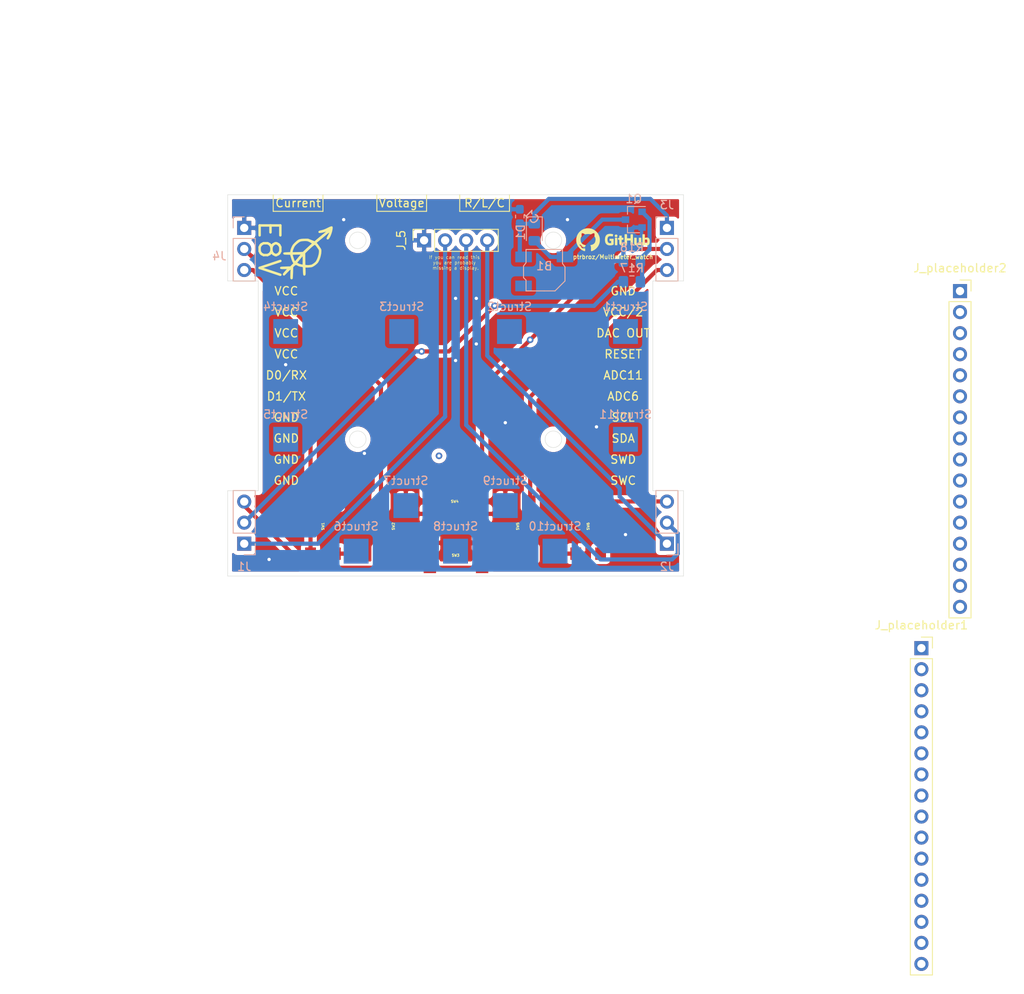
<source format=kicad_pcb>
(kicad_pcb (version 20171130) (host pcbnew "(5.1.6)-1")

  (general
    (thickness 1.6)
    (drawings 106)
    (tracks 80)
    (zones 0)
    (modules 32)
    (nets 47)
  )

  (page A4)
  (layers
    (0 F.Cu signal)
    (31 B.Cu signal)
    (32 B.Adhes user)
    (33 F.Adhes user)
    (34 B.Paste user)
    (35 F.Paste user)
    (36 B.SilkS user)
    (37 F.SilkS user)
    (38 B.Mask user)
    (39 F.Mask user)
    (40 Dwgs.User user)
    (41 Cmts.User user)
    (42 Eco1.User user)
    (43 Eco2.User user)
    (44 Edge.Cuts user)
    (45 Margin user)
    (46 B.CrtYd user)
    (47 F.CrtYd user)
    (48 B.Fab user)
    (49 F.Fab user)
  )

  (setup
    (last_trace_width 0.25)
    (user_trace_width 0.5)
    (trace_clearance 0.2)
    (zone_clearance 0.508)
    (zone_45_only no)
    (trace_min 0.2)
    (via_size 0.8)
    (via_drill 0.4)
    (via_min_size 0.4)
    (via_min_drill 0.3)
    (uvia_size 0.3)
    (uvia_drill 0.1)
    (uvias_allowed no)
    (uvia_min_size 0.2)
    (uvia_min_drill 0.1)
    (edge_width 0.05)
    (segment_width 0.2)
    (pcb_text_width 0.3)
    (pcb_text_size 1.5 1.5)
    (mod_edge_width 0.12)
    (mod_text_size 1 1)
    (mod_text_width 0.15)
    (pad_size 1.5 0.8)
    (pad_drill 0)
    (pad_to_mask_clearance 0.05)
    (aux_axis_origin 0 0)
    (grid_origin 106 59)
    (visible_elements 7FFFFFFF)
    (pcbplotparams
      (layerselection 0x010fc_ffffffff)
      (usegerberextensions false)
      (usegerberattributes true)
      (usegerberadvancedattributes true)
      (creategerberjobfile true)
      (excludeedgelayer true)
      (linewidth 0.100000)
      (plotframeref false)
      (viasonmask false)
      (mode 1)
      (useauxorigin false)
      (hpglpennumber 1)
      (hpglpenspeed 20)
      (hpglpendiameter 15.000000)
      (psnegative false)
      (psa4output false)
      (plotreference true)
      (plotvalue true)
      (plotinvisibletext false)
      (padsonsilk false)
      (subtractmaskfromsilk false)
      (outputformat 1)
      (mirror false)
      (drillshape 1)
      (scaleselection 1)
      (outputdirectory ""))
  )

  (net 0 "")
  (net 1 "Net-(B1-Pad2)")
  (net 2 /GND)
  (net 3 "Net-(Q1-Pad1)")
  (net 4 "Net-(J_placeholder1-Pad16)")
  (net 5 "Net-(J_placeholder1-Pad15)")
  (net 6 "Net-(J_placeholder1-Pad14)")
  (net 7 "Net-(J_placeholder1-Pad13)")
  (net 8 "Net-(J_placeholder1-Pad12)")
  (net 9 "Net-(J_placeholder1-Pad11)")
  (net 10 "Net-(J_placeholder1-Pad10)")
  (net 11 "Net-(J_placeholder1-Pad9)")
  (net 12 "Net-(J_placeholder1-Pad8)")
  (net 13 "Net-(J_placeholder1-Pad7)")
  (net 14 "Net-(J_placeholder1-Pad6)")
  (net 15 "Net-(J_placeholder1-Pad5)")
  (net 16 "Net-(J_placeholder1-Pad4)")
  (net 17 "Net-(J_placeholder1-Pad3)")
  (net 18 "Net-(J_placeholder1-Pad2)")
  (net 19 "Net-(J_placeholder1-Pad1)")
  (net 20 "Net-(J_placeholder2-Pad16)")
  (net 21 "Net-(J_placeholder2-Pad15)")
  (net 22 "Net-(J_placeholder2-Pad14)")
  (net 23 "Net-(J_placeholder2-Pad13)")
  (net 24 "Net-(J_placeholder2-Pad12)")
  (net 25 "Net-(J_placeholder2-Pad11)")
  (net 26 "Net-(J_placeholder2-Pad10)")
  (net 27 "Net-(J_placeholder2-Pad9)")
  (net 28 "Net-(J_placeholder2-Pad8)")
  (net 29 "Net-(J_placeholder2-Pad7)")
  (net 30 "Net-(J_placeholder2-Pad6)")
  (net 31 "Net-(J_placeholder2-Pad5)")
  (net 32 "Net-(J_placeholder2-Pad4)")
  (net 33 "Net-(J_placeholder2-Pad3)")
  (net 34 "Net-(J_placeholder2-Pad2)")
  (net 35 "Net-(J_placeholder2-Pad1)")
  (net 36 /BUTT3)
  (net 37 /BUZZER)
  (net 38 /ENABLE)
  (net 39 /BUTT6)
  (net 40 /SCL)
  (net 41 /SDA)
  (net 42 /VCC)
  (net 43 /BUTT4)
  (net 44 /BUTT5)
  (net 45 /BUTT2)
  (net 46 /BUTT1)

  (net_class Default "This is the default net class."
    (clearance 0.2)
    (trace_width 0.25)
    (via_dia 0.8)
    (via_drill 0.4)
    (uvia_dia 0.3)
    (uvia_drill 0.1)
    (add_net /BUTT1)
    (add_net /BUTT2)
    (add_net /BUTT3)
    (add_net /BUTT4)
    (add_net /BUTT5)
    (add_net /BUTT6)
    (add_net /BUZZER)
    (add_net /ENABLE)
    (add_net /GND)
    (add_net /SCL)
    (add_net /SDA)
    (add_net /VCC)
    (add_net "Net-(B1-Pad2)")
    (add_net "Net-(J_placeholder1-Pad1)")
    (add_net "Net-(J_placeholder1-Pad10)")
    (add_net "Net-(J_placeholder1-Pad11)")
    (add_net "Net-(J_placeholder1-Pad12)")
    (add_net "Net-(J_placeholder1-Pad13)")
    (add_net "Net-(J_placeholder1-Pad14)")
    (add_net "Net-(J_placeholder1-Pad15)")
    (add_net "Net-(J_placeholder1-Pad16)")
    (add_net "Net-(J_placeholder1-Pad2)")
    (add_net "Net-(J_placeholder1-Pad3)")
    (add_net "Net-(J_placeholder1-Pad4)")
    (add_net "Net-(J_placeholder1-Pad5)")
    (add_net "Net-(J_placeholder1-Pad6)")
    (add_net "Net-(J_placeholder1-Pad7)")
    (add_net "Net-(J_placeholder1-Pad8)")
    (add_net "Net-(J_placeholder1-Pad9)")
    (add_net "Net-(J_placeholder2-Pad1)")
    (add_net "Net-(J_placeholder2-Pad10)")
    (add_net "Net-(J_placeholder2-Pad11)")
    (add_net "Net-(J_placeholder2-Pad12)")
    (add_net "Net-(J_placeholder2-Pad13)")
    (add_net "Net-(J_placeholder2-Pad14)")
    (add_net "Net-(J_placeholder2-Pad15)")
    (add_net "Net-(J_placeholder2-Pad16)")
    (add_net "Net-(J_placeholder2-Pad2)")
    (add_net "Net-(J_placeholder2-Pad3)")
    (add_net "Net-(J_placeholder2-Pad4)")
    (add_net "Net-(J_placeholder2-Pad5)")
    (add_net "Net-(J_placeholder2-Pad6)")
    (add_net "Net-(J_placeholder2-Pad7)")
    (add_net "Net-(J_placeholder2-Pad8)")
    (add_net "Net-(J_placeholder2-Pad9)")
    (add_net "Net-(Q1-Pad1)")
  )

  (module Multimeter_Watch_custom_footprints:StructPad (layer B.Cu) (tedit 5F213C4F) (tstamp 5F219285)
    (at 137.5 92.5)
    (fp_text reference Struct9 (at 0 -3) (layer B.SilkS)
      (effects (font (size 1 1) (thickness 0.15)) (justify mirror))
    )
    (fp_text value StructPad (at 0 0.5) (layer B.Fab)
      (effects (font (size 1 1) (thickness 0.15)) (justify mirror))
    )
    (pad 1 smd rect (at 0 0) (size 3 3) (layers B.Cu B.Paste B.Mask))
  )

  (module Multimeter_Watch_custom_footprints:StructPad (layer B.Cu) (tedit 5F213C4F) (tstamp 5F219246)
    (at 125.5 92.5)
    (fp_text reference Struct7 (at 0 -3) (layer B.SilkS)
      (effects (font (size 1 1) (thickness 0.15)) (justify mirror))
    )
    (fp_text value StructPad (at 0 0.5) (layer B.Fab)
      (effects (font (size 1 1) (thickness 0.15)) (justify mirror))
    )
    (pad 1 smd rect (at 0 0) (size 3 3) (layers B.Cu B.Paste B.Mask))
  )

  (module Multimeter_Watch_custom_footprints:StructPad (layer B.Cu) (tedit 5F213C4F) (tstamp 5F219163)
    (at 125 71.5)
    (fp_text reference Struct3 (at 0 -3) (layer B.SilkS)
      (effects (font (size 1 1) (thickness 0.15)) (justify mirror))
    )
    (fp_text value StructPad (at 0 0.5) (layer B.Fab)
      (effects (font (size 1 1) (thickness 0.15)) (justify mirror))
    )
    (pad 1 smd rect (at 0 0) (size 3 3) (layers B.Cu B.Paste B.Mask))
  )

  (module Multimeter_Watch_custom_footprints:StructPad (layer B.Cu) (tedit 5F213C4F) (tstamp 5F219152)
    (at 138 71.5)
    (fp_text reference Struct2 (at 0 -3) (layer B.SilkS)
      (effects (font (size 1 1) (thickness 0.15)) (justify mirror))
    )
    (fp_text value StructPad (at 0 0.5) (layer B.Fab)
      (effects (font (size 1 1) (thickness 0.15)) (justify mirror))
    )
    (pad 1 smd rect (at 0 0) (size 3 3) (layers B.Cu B.Paste B.Mask))
  )

  (module Multimeter_Watch_custom_footprints:StructPad (layer B.Cu) (tedit 5F213C4F) (tstamp 5F219081)
    (at 131.5 98)
    (fp_text reference Struct8 (at 0 -3) (layer B.SilkS)
      (effects (font (size 1 1) (thickness 0.15)) (justify mirror))
    )
    (fp_text value StructPad (at 0 0.5) (layer B.Fab)
      (effects (font (size 1 1) (thickness 0.15)) (justify mirror))
    )
    (pad 1 smd rect (at 0 0) (size 3 3) (layers B.Cu B.Paste B.Mask))
  )

  (module Multimeter_Watch_custom_footprints:StructPad (layer B.Cu) (tedit 5F213C4F) (tstamp 5F21906C)
    (at 119.5 98)
    (fp_text reference Struct6 (at 0 -3) (layer B.SilkS)
      (effects (font (size 1 1) (thickness 0.15)) (justify mirror))
    )
    (fp_text value StructPad (at 0 0.5) (layer B.Fab)
      (effects (font (size 1 1) (thickness 0.15)) (justify mirror))
    )
    (pad 1 smd rect (at 0 0) (size 3 3) (layers B.Cu B.Paste B.Mask))
  )

  (module Multimeter_Watch_custom_footprints:StructPad (layer B.Cu) (tedit 5F213C4F) (tstamp 5F219042)
    (at 143.5 98)
    (fp_text reference Struct10 (at 0 -3) (layer B.SilkS)
      (effects (font (size 1 1) (thickness 0.15)) (justify mirror))
    )
    (fp_text value StructPad (at 0 0.5) (layer B.Fab)
      (effects (font (size 1 1) (thickness 0.15)) (justify mirror))
    )
    (pad 1 smd rect (at 0 0) (size 3 3) (layers B.Cu B.Paste B.Mask))
  )

  (module Multimeter_Watch_custom_footprints:StructPad (layer B.Cu) (tedit 5F213C4F) (tstamp 5F21902D)
    (at 152 84.5)
    (fp_text reference Struct11 (at 0 -3) (layer B.SilkS)
      (effects (font (size 1 1) (thickness 0.15)) (justify mirror))
    )
    (fp_text value StructPad (at 0 0.5) (layer B.Fab)
      (effects (font (size 1 1) (thickness 0.15)) (justify mirror))
    )
    (pad 1 smd rect (at 0 0) (size 3 3) (layers B.Cu B.Paste B.Mask))
  )

  (module Multimeter_Watch_custom_footprints:StructPad (layer B.Cu) (tedit 5F213C4F) (tstamp 5F219015)
    (at 111 84.5)
    (fp_text reference Struct5 (at 0 -3) (layer B.SilkS)
      (effects (font (size 1 1) (thickness 0.15)) (justify mirror))
    )
    (fp_text value StructPad (at 0 0.5) (layer B.Fab)
      (effects (font (size 1 1) (thickness 0.15)) (justify mirror))
    )
    (pad 1 smd rect (at 0 0) (size 3 3) (layers B.Cu B.Paste B.Mask))
  )

  (module Multimeter_Watch_custom_footprints:StructPad (layer B.Cu) (tedit 5F213C4F) (tstamp 5F218FD8)
    (at 111 71.5)
    (fp_text reference Struct4 (at 0 -3) (layer B.SilkS)
      (effects (font (size 1 1) (thickness 0.15)) (justify mirror))
    )
    (fp_text value StructPad (at 0 0.5) (layer B.Fab)
      (effects (font (size 1 1) (thickness 0.15)) (justify mirror))
    )
    (pad 1 smd rect (at 0 0) (size 3 3) (layers B.Cu B.Paste B.Mask))
  )

  (module Multimeter_Watch_custom_footprints:StructPad (layer B.Cu) (tedit 5F213C4F) (tstamp 5F218F71)
    (at 152 71.5)
    (fp_text reference Struct1 (at 0 -3) (layer B.SilkS)
      (effects (font (size 1 1) (thickness 0.15)) (justify mirror))
    )
    (fp_text value StructPad (at 0 0.5) (layer B.Fab)
      (effects (font (size 1 1) (thickness 0.15)) (justify mirror))
    )
    (pad 1 smd rect (at 0 0) (size 3 3) (layers B.Cu B.Paste B.Mask))
  )

  (module Multimeter_Watch_custom_footprints:nouth_signature (layer F.Cu) (tedit 0) (tstamp 5F218471)
    (at 113.5 62)
    (fp_text reference G*** (at 0 0) (layer F.SilkS) hide
      (effects (font (size 1.524 1.524) (thickness 0.3)))
    )
    (fp_text value LOGO (at 0.75 0) (layer F.SilkS) hide
      (effects (font (size 1.524 1.524) (thickness 0.3)))
    )
    (fp_poly (pts (xy 3.117729 -3.177244) (xy 3.159631 -3.119124) (xy 3.171556 -3.017026) (xy 3.158064 -2.869217)
      (xy 3.144025 -2.78224) (xy 3.092444 -2.546633) (xy 3.022654 -2.31191) (xy 2.939868 -2.090679)
      (xy 2.849296 -1.895549) (xy 2.756149 -1.739129) (xy 2.6717 -1.63938) (xy 2.589329 -1.600564)
      (xy 2.506195 -1.617919) (xy 2.444367 -1.683466) (xy 2.435473 -1.723323) (xy 2.447466 -1.782534)
      (xy 2.484117 -1.871905) (xy 2.549197 -2.002244) (xy 2.56824 -2.038503) (xy 2.657922 -2.210498)
      (xy 2.715622 -2.32991) (xy 2.740184 -2.399672) (xy 2.730451 -2.422715) (xy 2.685268 -2.401973)
      (xy 2.603477 -2.340379) (xy 2.487326 -2.243743) (xy 2.369248 -2.144361) (xy 2.216465 -2.016528)
      (xy 2.043281 -1.872172) (xy 1.864001 -1.72322) (xy 1.721364 -1.605097) (xy 1.236104 -1.20393)
      (xy 1.344615 -1.070278) (xy 1.411576 -0.983233) (xy 1.498854 -0.863511) (xy 1.59177 -0.731419)
      (xy 1.631437 -0.673461) (xy 1.712598 -0.551945) (xy 1.764411 -0.464634) (xy 1.793447 -0.39337)
      (xy 1.806277 -0.319994) (xy 1.809472 -0.226348) (xy 1.809527 -0.181336) (xy 1.790507 0.068293)
      (xy 1.738067 0.344688) (xy 1.658464 0.626278) (xy 1.557959 0.891496) (xy 1.442812 1.118773)
      (xy 1.422807 1.151183) (xy 1.328924 1.267411) (xy 1.194678 1.394291) (xy 1.037737 1.518427)
      (xy 0.87577 1.626418) (xy 0.726443 1.704868) (xy 0.660456 1.729302) (xy 0.533738 1.755124)
      (xy 0.367262 1.772146) (xy 0.192674 1.777948) (xy -0.111125 1.777897) (xy -0.101561 2.218553)
      (xy -0.09864 2.398766) (xy -0.099635 2.52637) (xy -0.105503 2.612186) (xy -0.117201 2.667035)
      (xy -0.135684 2.70174) (xy -0.145206 2.712419) (xy -0.214285 2.751038) (xy -0.265101 2.756002)
      (xy -0.319694 2.735584) (xy -0.359657 2.687245) (xy -0.386925 2.603266) (xy -0.403431 2.475928)
      (xy -0.411111 2.29751) (xy -0.412282 2.168811) (xy -0.41439 2.012232) (xy -0.419827 1.879672)
      (xy -0.427818 1.783461) (xy -0.437585 1.735931) (xy -0.439699 1.733342) (xy -0.482295 1.720461)
      (xy -0.569877 1.701824) (xy -0.684647 1.681166) (xy -0.701636 1.678363) (xy -0.843874 1.647276)
      (xy -0.971089 1.605569) (xy -1.04775 1.568077) (xy -1.165926 1.499635) (xy -1.255062 1.474954)
      (xy -1.333395 1.495399) (xy -1.419158 1.562335) (xy -1.455912 1.598635) (xy -1.594199 1.739603)
      (xy -1.610696 2.417614) (xy -1.617219 2.652541) (xy -1.624336 2.831755) (xy -1.632736 2.963042)
      (xy -1.643111 3.054186) (xy -1.65615 3.112975) (xy -1.672546 3.147194) (xy -1.675768 3.151187)
      (xy -1.75359 3.201144) (xy -1.838805 3.190596) (xy -1.891465 3.152249) (xy -1.911479 3.12621)
      (xy -1.925234 3.088253) (xy -1.933337 3.028583) (xy -1.936396 2.937404) (xy -1.935019 2.804919)
      (xy -1.929814 2.621333) (xy -1.927923 2.56445) (xy -1.909881 2.031151) (xy -2.001007 2.096038)
      (xy -2.057288 2.143876) (xy -2.144689 2.227294) (xy -2.251624 2.334877) (xy -2.366504 2.455215)
      (xy -2.375623 2.464979) (xy -2.496234 2.592084) (xy -2.583492 2.677479) (xy -2.645418 2.727622)
      (xy -2.690034 2.748974) (xy -2.72536 2.747995) (xy -2.726591 2.747615) (xy -2.796677 2.703143)
      (xy -2.826748 2.665136) (xy -2.84067 2.611306) (xy -2.825352 2.545817) (xy -2.77634 2.461)
      (xy -2.689179 2.349189) (xy -2.559412 2.202716) (xy -2.555715 2.198687) (xy -2.344357 1.9685)
      (xy -2.721579 1.9685) (xy -2.90117 1.966346) (xy -3.026681 1.957892) (xy -3.107441 1.940146)
      (xy -3.152785 1.910116) (xy -3.172043 1.864812) (xy -3.175 1.823162) (xy -3.16952 1.771388)
      (xy -3.147876 1.732198) (xy -3.102263 1.703641) (xy -3.024875 1.683768) (xy -2.907907 1.670626)
      (xy -2.743553 1.662265) (xy -2.524008 1.656734) (xy -2.507915 1.656431) (xy -1.945677 1.645987)
      (xy -1.758952 1.457292) (xy -1.572226 1.268598) (xy -1.61376 1.19471) (xy -1.102243 1.19471)
      (xy -1.080021 1.219216) (xy -1.06001 1.227276) (xy -0.987795 1.261418) (xy -0.922922 1.299376)
      (xy -0.835411 1.338301) (xy -0.695532 1.37837) (xy -0.514278 1.416554) (xy -0.468313 1.424679)
      (xy -0.460326 1.396107) (xy -0.453479 1.314487) (xy -0.44826 1.190269) (xy -0.445155 1.033901)
      (xy -0.4445 0.914399) (xy -0.44604 0.744528) (xy -0.4503 0.60201) (xy -0.456742 0.496595)
      (xy -0.464827 0.438034) (xy -0.471243 0.430212) (xy -0.50078 0.464893) (xy -0.562391 0.538118)
      (xy -0.64749 0.639656) (xy -0.74749 0.759277) (xy -0.763017 0.777875) (xy -0.866763 0.90215)
      (xy -0.959045 1.012678) (xy -1.030472 1.098212) (xy -1.071653 1.147503) (xy -1.073972 1.150275)
      (xy -1.102243 1.19471) (xy -1.61376 1.19471) (xy -1.661993 1.108906) (xy -1.708278 1.011382)
      (xy -1.763021 0.872947) (xy -1.818505 0.714097) (xy -1.856026 0.59367) (xy -1.958443 0.244424)
      (xy -1.651 0.244424) (xy -1.641382 0.291952) (xy -1.616009 0.383022) (xy -1.580108 0.501243)
      (xy -1.538905 0.630221) (xy -1.497625 0.753565) (xy -1.461494 0.854883) (xy -1.437525 0.914055)
      (xy -1.400123 0.979915) (xy -1.370131 1.009462) (xy -1.366021 1.009305) (xy -1.339025 0.982912)
      (xy -1.279095 0.915968) (xy -1.193618 0.816984) (xy -1.089977 0.694468) (xy -1.020473 0.611187)
      (xy -0.697489 0.22225) (xy -1.174245 0.22225) (xy -1.340075 0.223641) (xy -1.480825 0.227476)
      (xy -1.585529 0.233243) (xy -1.643216 0.240434) (xy -1.651 0.244424) (xy -1.958443 0.244424)
      (xy -1.960291 0.238125) (xy -2.337458 0.229539) (xy -2.504909 0.224207) (xy -2.619889 0.216109)
      (xy -2.693419 0.203616) (xy -2.736519 0.185099) (xy -2.754313 0.167908) (xy -2.790981 0.090906)
      (xy -2.783812 0.062135) (xy -0.142875 0.062135) (xy -0.124659 1.456651) (xy -0.022642 1.471172)
      (xy 0.124957 1.482642) (xy 0.289018 1.480463) (xy 0.449016 1.466349) (xy 0.584426 1.442015)
      (xy 0.66675 1.413612) (xy 0.749848 1.364042) (xy 0.858019 1.291011) (xy 0.960422 1.215906)
      (xy 1.059938 1.1329) (xy 1.134693 1.04997) (xy 1.200385 0.946579) (xy 1.266321 0.815718)
      (xy 1.348255 0.620889) (xy 1.417001 0.414508) (xy 1.470204 0.208689) (xy 1.50551 0.015548)
      (xy 1.520566 -0.1528) (xy 1.513016 -0.284241) (xy 1.49258 -0.348633) (xy 1.457601 -0.405639)
      (xy 1.395608 -0.499001) (xy 1.316768 -0.613598) (xy 1.2647 -0.687535) (xy 1.162332 -0.82431)
      (xy 1.085279 -0.909822) (xy 1.028965 -0.948835) (xy 1.010146 -0.9525) (xy 0.955478 -0.929949)
      (xy 0.861294 -0.864565) (xy 0.731602 -0.759758) (xy 0.570407 -0.618933) (xy 0.381717 -0.4455)
      (xy 0.169538 -0.242864) (xy 0.127 -0.201441) (xy -0.142875 0.062135) (xy -2.783812 0.062135)
      (xy -2.772183 0.015473) (xy -2.763016 0) (xy -2.733963 -0.021908) (xy -2.67233 -0.038343)
      (xy -2.568942 -0.050691) (xy -2.414627 -0.060339) (xy -2.342815 -0.0635) (xy -1.952625 -0.079375)
      (xy -1.943812 -0.151802) (xy -1.651 -0.151802) (xy -1.651 -0.070461) (xy -1.039813 -0.086353)
      (xy -0.428625 -0.102246) (xy -0.1905 -0.331153) (xy -0.067574 -0.447767) (xy 0.082236 -0.587564)
      (xy 0.238397 -0.731488) (xy 0.357848 -0.840173) (xy 0.668072 -1.120285) (xy 0.472227 -1.240724)
      (xy 0.346761 -1.309111) (xy 0.21499 -1.367296) (xy 0.117912 -1.399181) (xy -0.018516 -1.417565)
      (xy -0.1929 -1.421044) (xy -0.381823 -1.411018) (xy -0.561868 -1.388887) (xy -0.709621 -1.356051)
      (xy -0.733341 -1.348285) (xy -0.832953 -1.297384) (xy -0.958227 -1.210985) (xy -1.093842 -1.1021)
      (xy -1.224478 -0.983738) (xy -1.334816 -0.868908) (xy -1.405035 -0.777875) (xy -1.468252 -0.664687)
      (xy -1.531675 -0.528427) (xy -1.588004 -0.387678) (xy -1.629939 -0.261021) (xy -1.650181 -0.167035)
      (xy -1.651 -0.151802) (xy -1.943812 -0.151802) (xy -1.935238 -0.22225) (xy -1.905259 -0.360237)
      (xy -1.849601 -0.52793) (xy -1.777559 -0.702034) (xy -1.698429 -0.859258) (xy -1.649205 -0.939032)
      (xy -1.572293 -1.034868) (xy -1.459941 -1.154803) (xy -1.327068 -1.28426) (xy -1.188597 -1.408661)
      (xy -1.067676 -1.507189) (xy -0.945966 -1.583168) (xy -0.802987 -1.637726) (xy -0.627851 -1.673262)
      (xy -0.409671 -1.692174) (xy -0.206375 -1.696913) (xy 0.206375 -1.698625) (xy 0.59638 -1.544728)
      (xy 0.986386 -1.390831) (xy 1.26313 -1.625496) (xy 1.388114 -1.730517) (xy 1.545671 -1.861481)
      (xy 1.718952 -2.004456) (xy 1.891109 -2.145515) (xy 1.960562 -2.202085) (xy 2.09854 -2.314911)
      (xy 2.217511 -2.413495) (xy 2.309457 -2.491085) (xy 2.366354 -2.540928) (xy 2.38125 -2.55626)
      (xy 2.35563 -2.55372) (xy 2.292535 -2.531695) (xy 2.278062 -2.52583) (xy 2.181809 -2.493835)
      (xy 2.051043 -2.460404) (xy 1.90494 -2.429279) (xy 1.762678 -2.404203) (xy 1.643434 -2.388918)
      (xy 1.567051 -2.387085) (xy 1.487154 -2.421835) (xy 1.450772 -2.489401) (xy 1.465257 -2.570401)
      (xy 1.485907 -2.601004) (xy 1.54773 -2.64369) (xy 1.662864 -2.685448) (xy 1.836309 -2.728081)
      (xy 1.8415 -2.729187) (xy 2.001441 -2.768751) (xy 2.157303 -2.82071) (xy 2.327454 -2.892114)
      (xy 2.530266 -2.990014) (xy 2.559143 -3.004625) (xy 2.766557 -3.105076) (xy 2.925753 -3.168486)
      (xy 3.04129 -3.19312) (xy 3.117729 -3.177244)) (layer F.SilkS) (width 0.01))
  )

  (module Multimeter_Watch_custom_footprints:github_logo (layer F.Cu) (tedit 0) (tstamp 5F20FD0E)
    (at 150.5 60.5)
    (fp_text reference G*** (at 0 0) (layer F.SilkS) hide
      (effects (font (size 1.524 1.524) (thickness 0.3)))
    )
    (fp_text value LOGO (at 0.75 0) (layer F.SilkS) hide
      (effects (font (size 1.524 1.524) (thickness 0.3)))
    )
    (fp_poly (pts (xy -2.828628 -1.442946) (xy -2.687854 -1.416879) (xy -2.551024 -1.377111) (xy -2.419155 -1.324148)
      (xy -2.293266 -1.258496) (xy -2.174376 -1.18066) (xy -2.063501 -1.091145) (xy -1.961662 -0.990459)
      (xy -1.869876 -0.879105) (xy -1.789162 -0.757591) (xy -1.720538 -0.626421) (xy -1.665022 -0.486101)
      (xy -1.638483 -0.397933) (xy -1.607858 -0.251016) (xy -1.593585 -0.102873) (xy -1.595276 0.045159)
      (xy -1.612542 0.191743) (xy -1.644997 0.335543) (xy -1.692253 0.475222) (xy -1.753923 0.609443)
      (xy -1.829619 0.736871) (xy -1.918953 0.856169) (xy -2.021539 0.965999) (xy -2.038525 0.982018)
      (xy -2.144741 1.071342) (xy -2.25969 1.151215) (xy -2.379636 1.219311) (xy -2.500844 1.273302)
      (xy -2.513989 1.278242) (xy -2.559192 1.293078) (xy -2.592935 1.299248) (xy -2.618322 1.296723)
      (xy -2.638457 1.285477) (xy -2.647072 1.277079) (xy -2.651954 1.270606) (xy -2.655659 1.261961)
      (xy -2.658308 1.24901) (xy -2.660026 1.22962) (xy -2.660935 1.201657) (xy -2.661159 1.162989)
      (xy -2.660821 1.111482) (xy -2.660121 1.051076) (xy -2.6597 0.983358) (xy -2.660136 0.919988)
      (xy -2.66136 0.86392) (xy -2.663299 0.818107) (xy -2.665884 0.785504) (xy -2.666645 0.779603)
      (xy -2.675925 0.734582) (xy -2.689861 0.68952) (xy -2.706635 0.649034) (xy -2.724425 0.617742)
      (xy -2.735689 0.604502) (xy -2.747804 0.591629) (xy -2.751667 0.584584) (xy -2.743906 0.581013)
      (xy -2.723173 0.576136) (xy -2.693294 0.570792) (xy -2.679091 0.568632) (xy -2.569973 0.546154)
      (xy -2.470592 0.511956) (xy -2.381937 0.466596) (xy -2.305 0.41063) (xy -2.240771 0.344615)
      (xy -2.212647 0.306388) (xy -2.177369 0.241368) (xy -2.148619 0.164047) (xy -2.12721 0.078063)
      (xy -2.113958 -0.012944) (xy -2.109675 -0.105335) (xy -2.110989 -0.148167) (xy -2.124295 -0.246432)
      (xy -2.152419 -0.337304) (xy -2.195076 -0.420008) (xy -2.228127 -0.466134) (xy -2.252553 -0.496528)
      (xy -2.238569 -0.550947) (xy -2.230474 -0.601271) (xy -2.228377 -0.661012) (xy -2.232012 -0.723852)
      (xy -2.241117 -0.783477) (xy -2.249692 -0.817033) (xy -2.258951 -0.844917) (xy -2.267043 -0.860472)
      (xy -2.27732 -0.867692) (xy -2.293133 -0.870567) (xy -2.294764 -0.870732) (xy -2.339244 -0.869089)
      (xy -2.393805 -0.857143) (xy -2.455836 -0.835796) (xy -2.522723 -0.805951) (xy -2.591856 -0.768514)
      (xy -2.594107 -0.767182) (xy -2.660914 -0.727553) (xy -2.75074 -0.746749) (xy -2.784752 -0.753533)
      (xy -2.816567 -0.758545) (xy -2.849747 -0.76204) (xy -2.887858 -0.764276) (xy -2.934462 -0.76551)
      (xy -2.993125 -0.765999) (xy -3.018367 -0.766042) (xy -3.081545 -0.765857) (xy -3.131307 -0.765051)
      (xy -3.171169 -0.763368) (xy -3.204644 -0.76055) (xy -3.235248 -0.756339) (xy -3.266493 -0.750478)
      (xy -3.285067 -0.746492) (xy -3.373967 -0.726844) (xy -3.439745 -0.766397) (xy -3.511084 -0.805422)
      (xy -3.581144 -0.836433) (xy -3.646489 -0.858106) (xy -3.703685 -0.869123) (xy -3.707832 -0.869506)
      (xy -3.766264 -0.874405) (xy -3.784438 -0.816086) (xy -3.800659 -0.745696) (xy -3.807753 -0.67151)
      (xy -3.805387 -0.599985) (xy -3.797903 -0.554869) (xy -3.790924 -0.523919) (xy -3.7882 -0.504503)
      (xy -3.789927 -0.491714) (xy -3.796303 -0.480645) (xy -3.801126 -0.474436) (xy -3.855277 -0.393335)
      (xy -3.894215 -0.304878) (xy -3.917951 -0.209022) (xy -3.926497 -0.105725) (xy -3.920733 -0.002193)
      (xy -3.90565 0.094122) (xy -3.883746 0.177231) (xy -3.853822 0.249903) (xy -3.814677 0.314907)
      (xy -3.765113 0.375009) (xy -3.750906 0.38964) (xy -3.677624 0.451019) (xy -3.592313 0.500832)
      (xy -3.495564 0.538803) (xy -3.387965 0.564659) (xy -3.367233 0.568045) (xy -3.328582 0.574041)
      (xy -3.304411 0.578771) (xy -3.292478 0.58363) (xy -3.29054 0.590012) (xy -3.296356 0.599312)
      (xy -3.303379 0.607759) (xy -3.328068 0.646124) (xy -3.350986 0.699999) (xy -3.362775 0.736318)
      (xy -3.369906 0.757364) (xy -3.378783 0.770387) (xy -3.394064 0.779406) (xy -3.420409 0.78844)
      (xy -3.424767 0.789787) (xy -3.470873 0.800107) (xy -3.522083 0.803184) (xy -3.5433 0.802683)
      (xy -3.600976 0.796133) (xy -3.650514 0.780398) (xy -3.69475 0.753703) (xy -3.736519 0.714271)
      (xy -3.778655 0.660325) (xy -3.784888 0.651303) (xy -3.829319 0.596326) (xy -3.878337 0.55382)
      (xy -3.930064 0.524835) (xy -3.982625 0.510423) (xy -4.03414 0.511633) (xy -4.034367 0.511675)
      (xy -4.056897 0.520175) (xy -4.063488 0.534045) (xy -4.054165 0.553012) (xy -4.028953 0.576804)
      (xy -4.028229 0.577372) (xy -3.966361 0.631357) (xy -3.917324 0.687541) (xy -3.877205 0.750652)
      (xy -3.864752 0.774832) (xy -3.824399 0.844145) (xy -3.778356 0.898209) (xy -3.725617 0.938046)
      (xy -3.685089 0.957661) (xy -3.659944 0.966354) (xy -3.634452 0.972066) (xy -3.603975 0.975403)
      (xy -3.563874 0.976972) (xy -3.534833 0.977309) (xy -3.491917 0.977192) (xy -3.452415 0.976427)
      (xy -3.421002 0.975144) (xy -3.4036 0.973667) (xy -3.373967 0.969434) (xy -3.371649 1.110544)
      (xy -3.370891 1.162601) (xy -3.370785 1.200506) (xy -3.371618 1.227035) (xy -3.373681 1.244966)
      (xy -3.377262 1.257076) (xy -3.38265 1.266142) (xy -3.388582 1.273208) (xy -3.410688 1.291615)
      (xy -3.436395 1.298904) (xy -3.46938 1.295502) (xy -3.500967 1.28624) (xy -3.561016 1.262881)
      (xy -3.62872 1.232011) (xy -3.698362 1.196513) (xy -3.764227 1.159268) (xy -3.809763 1.13055)
      (xy -3.935969 1.036292) (xy -4.048931 0.931542) (xy -4.148471 0.816576) (xy -4.234413 0.691674)
      (xy -4.306579 0.557112) (xy -4.36479 0.41317) (xy -4.408871 0.260123) (xy -4.429013 0.160867)
      (xy -4.434509 0.115377) (xy -4.437996 0.057578) (xy -4.439518 -0.008031) (xy -4.439118 -0.076953)
      (xy -4.43684 -0.144687) (xy -4.432727 -0.206735) (xy -4.426824 -0.258598) (xy -4.424812 -0.270933)
      (xy -4.389386 -0.423443) (xy -4.339043 -0.568953) (xy -4.274476 -0.7066) (xy -4.19638 -0.835521)
      (xy -4.105451 -0.954853) (xy -4.002382 -1.063732) (xy -3.887869 -1.161297) (xy -3.762607 -1.246684)
      (xy -3.62729 -1.31903) (xy -3.556 -1.350074) (xy -3.410786 -1.400095) (xy -3.264424 -1.433887)
      (xy -3.117931 -1.451956) (xy -2.972326 -1.454807) (xy -2.828628 -1.442946)) (layer F.SilkS) (width 0.01))
    (fp_poly (pts (xy -3.49973 0.839435) (xy -3.496198 0.843079) (xy -3.48951 0.855086) (xy -3.496429 0.86357)
      (xy -3.497278 0.864116) (xy -3.518643 0.871507) (xy -3.536941 0.867802) (xy -3.5448 0.858512)
      (xy -3.544401 0.843) (xy -3.533099 0.833488) (xy -3.51638 0.831719) (xy -3.49973 0.839435)) (layer F.SilkS) (width 0.01))
    (fp_poly (pts (xy -3.628024 0.816263) (xy -3.610865 0.825234) (xy -3.608441 0.836386) (xy -3.617932 0.849344)
      (xy -3.63506 0.853219) (xy -3.652645 0.847118) (xy -3.657559 0.842483) (xy -3.663514 0.827364)
      (xy -3.655745 0.817171) (xy -3.637319 0.814625) (xy -3.628024 0.816263)) (layer F.SilkS) (width 0.01))
    (fp_poly (pts (xy -3.389989 0.824459) (xy -3.382707 0.836207) (xy -3.383655 0.842563) (xy -3.393924 0.851636)
      (xy -3.410948 0.85515) (xy -3.427683 0.853067) (xy -3.437083 0.84535) (xy -3.437467 0.842854)
      (xy -3.430838 0.82887) (xy -3.422869 0.822405) (xy -3.405393 0.818822) (xy -3.389989 0.824459)) (layer F.SilkS) (width 0.01))
    (fp_poly (pts (xy -3.724176 0.759783) (xy -3.710655 0.774573) (xy -3.7084 0.783954) (xy -3.715082 0.795838)
      (xy -3.730847 0.799045) (xy -3.744895 0.794564) (xy -3.756518 0.781915) (xy -3.758753 0.766701)
      (xy -3.75175 0.755543) (xy -3.74396 0.753534) (xy -3.724176 0.759783)) (layer F.SilkS) (width 0.01))
    (fp_poly (pts (xy -3.791785 0.683799) (xy -3.784794 0.700567) (xy -3.7846 0.70377) (xy -3.790123 0.717076)
      (xy -3.803407 0.71829) (xy -3.816773 0.709507) (xy -3.826234 0.692292) (xy -3.822586 0.67677)
      (xy -3.818096 0.672871) (xy -3.804746 0.67285) (xy -3.791785 0.683799)) (layer F.SilkS) (width 0.01))
    (fp_poly (pts (xy -3.848656 0.610632) (xy -3.84671 0.614403) (xy -3.846038 0.629997) (xy -3.85438 0.638076)
      (xy -3.866733 0.634107) (xy -3.867573 0.633307) (xy -3.876604 0.6183) (xy -3.877734 0.61214)
      (xy -3.872027 0.602673) (xy -3.859858 0.602351) (xy -3.848656 0.610632)) (layer F.SilkS) (width 0.01))
    (fp_poly (pts (xy -0.277963 -0.778963) (xy -0.215397 -0.773158) (xy -0.156042 -0.764947) (xy -0.102374 -0.754704)
      (xy -0.056873 -0.742806) (xy -0.022016 -0.729627) (xy -0.000282 -0.715542) (xy 0.005107 -0.707741)
      (xy 0.004839 -0.695423) (xy 0.000951 -0.670748) (xy -0.005628 -0.637669) (xy -0.013968 -0.60014)
      (xy -0.023141 -0.562116) (xy -0.032219 -0.52755) (xy -0.040273 -0.500396) (xy -0.046374 -0.484608)
      (xy -0.047769 -0.482596) (xy -0.058858 -0.481387) (xy -0.081665 -0.48443) (xy -0.111701 -0.491073)
      (xy -0.118533 -0.492871) (xy -0.164405 -0.502118) (xy -0.219839 -0.508414) (xy -0.280184 -0.511698)
      (xy -0.340789 -0.51191) (xy -0.397002 -0.508991) (xy -0.444173 -0.502878) (xy -0.467054 -0.497392)
      (xy -0.526514 -0.470395) (xy -0.577423 -0.429459) (xy -0.618781 -0.375803) (xy -0.64959 -0.310643)
      (xy -0.664894 -0.256284) (xy -0.67122 -0.213346) (xy -0.675192 -0.158826) (xy -0.676815 -0.097912)
      (xy -0.676095 -0.03579) (xy -0.673037 0.022354) (xy -0.667648 0.071333) (xy -0.664517 0.088752)
      (xy -0.643169 0.159994) (xy -0.612035 0.221115) (xy -0.572331 0.270543) (xy -0.525269 0.306703)
      (xy -0.482109 0.325328) (xy -0.449782 0.3318) (xy -0.406549 0.336288) (xy -0.358341 0.338583)
      (xy -0.311091 0.338478) (xy -0.270732 0.335763) (xy -0.254849 0.333333) (xy -0.228181 0.328)
      (xy -0.232833 0.0635) (xy -0.3175 0.060995) (xy -0.354544 0.059579) (xy -0.385723 0.057795)
      (xy -0.406817 0.055916) (xy -0.41299 0.054819) (xy -0.417493 0.049015) (xy -0.420392 0.033848)
      (xy -0.421834 0.007234) (xy -0.421967 -0.032908) (xy -0.421457 -0.065443) (xy -0.4191 -0.182033)
      (xy 0.0635 -0.182033) (xy 0.0635 0.503767) (xy 0 0.53539) (xy -0.090774 0.571761)
      (xy -0.191173 0.595815) (xy -0.29887 0.607234) (xy -0.411541 0.605695) (xy -0.469079 0.599958)
      (xy -0.571811 0.580428) (xy -0.66236 0.549599) (xy -0.740971 0.507192) (xy -0.807892 0.452928)
      (xy -0.863368 0.386527) (xy -0.907647 0.307712) (xy -0.940973 0.216201) (xy -0.963594 0.111716)
      (xy -0.973397 0.028228) (xy -0.976032 -0.026181) (xy -0.976141 -0.088793) (xy -0.97397 -0.154585)
      (xy -0.969766 -0.218532) (xy -0.963774 -0.275608) (xy -0.956301 -0.320514) (xy -0.927457 -0.423892)
      (xy -0.888793 -0.51355) (xy -0.839974 -0.589798) (xy -0.780668 -0.652943) (xy -0.710541 -0.703292)
      (xy -0.629259 -0.741153) (xy -0.53649 -0.766834) (xy -0.460141 -0.778187) (xy -0.402813 -0.781853)
      (xy -0.341261 -0.781986) (xy -0.277963 -0.778963)) (layer F.SilkS) (width 0.01))
    (fp_poly (pts (xy 1.0414 -0.313788) (xy 1.145117 -0.31141) (xy 1.248833 -0.309033) (xy 1.251227 -0.203289)
      (xy 1.251968 -0.158401) (xy 1.251591 -0.127434) (xy 1.249783 -0.107393) (xy 1.246228 -0.095285)
      (xy 1.240613 -0.088117) (xy 1.239025 -0.086872) (xy 1.221369 -0.081113) (xy 1.187451 -0.07754)
      (xy 1.137809 -0.076208) (xy 1.132915 -0.0762) (xy 1.0414 -0.0762) (xy 1.0414 0.313)
      (xy 1.065964 0.340492) (xy 1.07836 0.353429) (xy 1.090372 0.361761) (xy 1.106254 0.366796)
      (xy 1.130257 0.369842) (xy 1.166635 0.372206) (xy 1.169681 0.372375) (xy 1.248833 0.376767)
      (xy 1.251219 0.476357) (xy 1.253606 0.575948) (xy 1.231217 0.58446) (xy 1.202307 0.59187)
      (xy 1.16185 0.597577) (xy 1.115186 0.601155) (xy 1.067655 0.60218) (xy 1.0287 0.60058)
      (xy 0.963828 0.591564) (xy 0.911013 0.575138) (xy 0.866424 0.549748) (xy 0.833613 0.521451)
      (xy 0.813636 0.500748) (xy 0.797578 0.481394) (xy 0.784977 0.461252) (xy 0.775376 0.438186)
      (xy 0.768312 0.410057) (xy 0.763328 0.374731) (xy 0.759962 0.330069) (xy 0.757755 0.273936)
      (xy 0.756247 0.204194) (xy 0.755541 0.15875) (xy 0.752138 -0.0762) (xy 0.695685 -0.076315)
      (xy 0.655882 -0.076539) (xy 0.629169 -0.078894) (xy 0.61294 -0.086191) (xy 0.604591 -0.101246)
      (xy 0.60152 -0.126871) (xy 0.601121 -0.165878) (xy 0.601133 -0.178461) (xy 0.601133 -0.27028)
      (xy 0.632883 -0.278272) (xy 0.660576 -0.285029) (xy 0.694199 -0.292954) (xy 0.709083 -0.296376)
      (xy 0.753533 -0.306489) (xy 0.753533 -0.567266) (xy 1.0414 -0.567266) (xy 1.0414 -0.313788)) (layer F.SilkS) (width 0.01))
    (fp_poly (pts (xy 3.335486 -0.312004) (xy 3.360886 -0.310921) (xy 3.377161 -0.308618) (xy 3.386913 -0.304876)
      (xy 3.39274 -0.299478) (xy 3.392965 -0.299174) (xy 3.395554 -0.287278) (xy 3.397816 -0.260457)
      (xy 3.399751 -0.220712) (xy 3.40136 -0.170049) (xy 3.402642 -0.11047) (xy 3.403597 -0.04398)
      (xy 3.404227 0.027418) (xy 3.40453 0.101719) (xy 3.404508 0.176921) (xy 3.40416 0.25102)
      (xy 3.403486 0.322011) (xy 3.402487 0.387891) (xy 3.401163 0.446656) (xy 3.399513 0.496303)
      (xy 3.397539 0.534827) (xy 3.39524 0.560226) (xy 3.392897 0.5702) (xy 3.385766 0.576844)
      (xy 3.373943 0.580924) (xy 3.354101 0.582853) (xy 3.322909 0.583042) (xy 3.294102 0.582402)
      (xy 3.206008 0.579967) (xy 3.197812 0.554567) (xy 3.191465 0.536103) (xy 3.187449 0.526567)
      (xy 3.187383 0.526481) (xy 3.179296 0.528468) (xy 3.160828 0.536425) (xy 3.144092 0.544567)
      (xy 3.060506 0.578244) (xy 2.97016 0.599088) (xy 2.908351 0.605146) (xy 2.871516 0.606225)
      (xy 2.83898 0.606267) (xy 2.816038 0.6053) (xy 2.810933 0.604672) (xy 2.755914 0.59242)
      (xy 2.70622 0.576686) (xy 2.666652 0.559097) (xy 2.6543 0.55161) (xy 2.622298 0.522154)
      (xy 2.592924 0.48144) (xy 2.569679 0.43512) (xy 2.557168 0.394687) (xy 2.554702 0.373272)
      (xy 2.552741 0.335904) (xy 2.551302 0.283556) (xy 2.550404 0.217201) (xy 2.550064 0.137813)
      (xy 2.550298 0.046364) (xy 2.550453 0.021167) (xy 2.5527 -0.309033) (xy 2.691766 -0.311367)
      (xy 2.746987 -0.311954) (xy 2.787243 -0.311513) (xy 2.814482 -0.309933) (xy 2.830648 -0.3071)
      (xy 2.837686 -0.3029) (xy 2.839265 -0.292203) (xy 2.840722 -0.266546) (xy 2.842014 -0.227904)
      (xy 2.843099 -0.178249) (xy 2.843932 -0.119556) (xy 2.844471 -0.053798) (xy 2.84467 0.014345)
      (xy 2.844722 0.094404) (xy 2.844873 0.159272) (xy 2.845222 0.210693) (xy 2.845873 0.250408)
      (xy 2.846927 0.280161) (xy 2.848486 0.301695) (xy 2.850651 0.316751) (xy 2.853524 0.327073)
      (xy 2.857207 0.334403) (xy 2.861802 0.340484) (xy 2.86385 0.342878) (xy 2.8931 0.364269)
      (xy 2.933151 0.374868) (xy 2.981682 0.374584) (xy 3.03637 0.363328) (xy 3.071933 0.350966)
      (xy 3.107067 0.336908) (xy 3.109283 0.013937) (xy 3.1115 -0.309033) (xy 3.246915 -0.311375)
      (xy 3.298363 -0.312083) (xy 3.335486 -0.312004)) (layer F.SilkS) (width 0.01))
    (fp_poly (pts (xy 3.752139 -0.73603) (xy 3.786494 -0.735021) (xy 3.811361 -0.733345) (xy 3.822007 -0.731461)
      (xy 3.826112 -0.728181) (xy 3.829296 -0.720606) (xy 3.831673 -0.706836) (xy 3.833354 -0.684971)
      (xy 3.834454 -0.653109) (xy 3.835084 -0.609351) (xy 3.835359 -0.551796) (xy 3.8354 -0.506107)
      (xy 3.835464 -0.439355) (xy 3.83574 -0.387682) (xy 3.836356 -0.34923) (xy 3.83744 -0.322146)
      (xy 3.839119 -0.304573) (xy 3.841522 -0.294656) (xy 3.844775 -0.290539) (xy 3.849006 -0.290368)
      (xy 3.850217 -0.290719) (xy 3.865707 -0.296188) (xy 3.891042 -0.305542) (xy 3.915833 -0.314895)
      (xy 3.940184 -0.323252) (xy 3.964087 -0.32885) (xy 3.99188 -0.332215) (xy 4.027901 -0.333869)
      (xy 4.076488 -0.334338) (xy 4.0767 -0.334338) (xy 4.122588 -0.33416) (xy 4.155624 -0.333118)
      (xy 4.179889 -0.330592) (xy 4.199462 -0.32596) (xy 4.218425 -0.318602) (xy 4.23657 -0.310005)
      (xy 4.295587 -0.27228) (xy 4.342952 -0.222478) (xy 4.376485 -0.166085) (xy 4.395207 -0.120734)
      (xy 4.408761 -0.073443) (xy 4.418123 -0.019629) (xy 4.424267 0.04529) (xy 4.425399 0.0635)
      (xy 4.426485 0.14984) (xy 4.42033 0.234777) (xy 4.407546 0.315166) (xy 4.388744 0.387864)
      (xy 4.364536 0.449727) (xy 4.342888 0.487577) (xy 4.303623 0.531063) (xy 4.252683 0.566584)
      (xy 4.206198 0.587151) (xy 4.16504 0.597001) (xy 4.113715 0.60326) (xy 4.058683 0.605533)
      (xy 4.006404 0.603427) (xy 3.983966 0.60071) (xy 3.933647 0.591204) (xy 3.891508 0.578648)
      (xy 3.849178 0.560213) (xy 3.821294 0.545741) (xy 3.769088 0.517569) (xy 3.76171 0.548768)
      (xy 3.754331 0.579967) (xy 3.551767 0.579967) (xy 3.549597 -0.071434) (xy 3.549591 -0.073788)
      (xy 3.835109 -0.073788) (xy 3.837371 0.134319) (xy 3.839633 0.342427) (xy 3.877733 0.35702)
      (xy 3.916824 0.366847) (xy 3.967905 0.371683) (xy 3.985389 0.372073) (xy 4.020487 0.37187)
      (xy 4.043644 0.369866) (xy 4.059842 0.364811) (xy 4.074062 0.355461) (xy 4.08341 0.34754)
      (xy 4.10262 0.3266) (xy 4.116742 0.300492) (xy 4.12671 0.266171) (xy 4.133455 0.22059)
      (xy 4.137312 0.17139) (xy 4.137862 0.091969) (xy 4.129615 0.024531) (xy 4.112785 -0.030108)
      (xy 4.087588 -0.071131) (xy 4.069148 -0.08842) (xy 4.04352 -0.099587) (xy 4.006853 -0.105573)
      (xy 3.96424 -0.106342) (xy 3.920774 -0.101857) (xy 3.881551 -0.092081) (xy 3.875471 -0.089811)
      (xy 3.835109 -0.073788) (xy 3.549591 -0.073788) (xy 3.549232 -0.196717) (xy 3.549035 -0.306019)
      (xy 3.549019 -0.400294) (xy 3.549195 -0.480493) (xy 3.549577 -0.547569) (xy 3.550175 -0.602475)
      (xy 3.551003 -0.646162) (xy 3.552073 -0.679583) (xy 3.553396 -0.703691) (xy 3.554986 -0.719438)
      (xy 3.556854 -0.727775) (xy 3.558064 -0.729588) (xy 3.570106 -0.732015) (xy 3.595301 -0.733937)
      (xy 3.629876 -0.735326) (xy 3.670056 -0.736156) (xy 3.712068 -0.736399) (xy 3.752139 -0.73603)) (layer F.SilkS) (width 0.01))
    (fp_poly (pts (xy 0.514427 0.130686) (xy 0.514853 0.232489) (xy 0.51502 0.318514) (xy 0.514906 0.389916)
      (xy 0.514487 0.447848) (xy 0.513744 0.493464) (xy 0.512653 0.527919) (xy 0.511193 0.552365)
      (xy 0.509342 0.567958) (xy 0.507078 0.575852) (xy 0.50596 0.577173) (xy 0.494035 0.579588)
      (xy 0.468509 0.581622) (xy 0.432712 0.583107) (xy 0.389975 0.583873) (xy 0.372533 0.583941)
      (xy 0.328027 0.583493) (xy 0.289188 0.582263) (xy 0.259349 0.580418) (xy 0.24184 0.578129)
      (xy 0.239106 0.577173) (xy 0.236656 0.572264) (xy 0.234628 0.560157) (xy 0.233001 0.539697)
      (xy 0.231753 0.509731) (xy 0.230861 0.469104) (xy 0.230304 0.416662) (xy 0.23006 0.351252)
      (xy 0.230107 0.271719) (xy 0.230424 0.17691) (xy 0.230639 0.130686) (xy 0.232833 -0.309033)
      (xy 0.512233 -0.309033) (xy 0.514427 0.130686)) (layer F.SilkS) (width 0.01))
    (fp_poly (pts (xy 2.300157 -0.735977) (xy 2.338865 -0.734271) (xy 2.368814 -0.731726) (xy 2.386326 -0.728588)
      (xy 2.388156 -0.727835) (xy 2.391205 -0.725795) (xy 2.393851 -0.722406) (xy 2.396121 -0.716529)
      (xy 2.398044 -0.707027) (xy 2.39965 -0.692762) (xy 2.400966 -0.672595) (xy 2.402023 -0.64539)
      (xy 2.402847 -0.610007) (xy 2.403468 -0.565309) (xy 2.403914 -0.510158) (xy 2.404215 -0.443416)
      (xy 2.404399 -0.363944) (xy 2.404494 -0.270606) (xy 2.404529 -0.162262) (xy 2.404533 -0.077595)
      (xy 2.404469 0.049089) (xy 2.404266 0.159703) (xy 2.403912 0.255108) (xy 2.403394 0.336166)
      (xy 2.402697 0.40374) (xy 2.401808 0.458692) (xy 2.400714 0.501883) (xy 2.399402 0.534177)
      (xy 2.397857 0.556434) (xy 2.396067 0.569518) (xy 2.394373 0.57404) (xy 2.382925 0.577385)
      (xy 2.358209 0.580183) (xy 2.323885 0.582369) (xy 2.283611 0.583875) (xy 2.241046 0.584633)
      (xy 2.199849 0.584575) (xy 2.163679 0.583636) (xy 2.136196 0.581747) (xy 2.121592 0.579061)
      (xy 2.117902 0.576084) (xy 2.114948 0.569161) (xy 2.112651 0.556605) (xy 2.110932 0.536726)
      (xy 2.10971 0.507837) (xy 2.108907 0.468248) (xy 2.108441 0.416271) (xy 2.108234 0.350218)
      (xy 2.1082 0.295428) (xy 2.1082 0.016933) (xy 1.684866 0.016933) (xy 1.684866 0.28419)
      (xy 1.684582 0.365309) (xy 1.683748 0.434258) (xy 1.682395 0.490047) (xy 1.680555 0.531685)
      (xy 1.678257 0.55818) (xy 1.676102 0.567823) (xy 1.67156 0.574106) (xy 1.663988 0.57852)
      (xy 1.650716 0.58137) (xy 1.629072 0.582961) (xy 1.596386 0.583598) (xy 1.549988 0.583587)
      (xy 1.538519 0.583532) (xy 1.492932 0.583029) (xy 1.452995 0.582089) (xy 1.421939 0.580827)
      (xy 1.402998 0.579356) (xy 1.399117 0.578593) (xy 1.397072 0.574482) (xy 1.39529 0.563283)
      (xy 1.393756 0.544055) (xy 1.392453 0.515858) (xy 1.391367 0.477751) (xy 1.390483 0.428795)
      (xy 1.389784 0.368049) (xy 1.389256 0.294573) (xy 1.388884 0.207426) (xy 1.388652 0.105668)
      (xy 1.388545 -0.01164) (xy 1.388533 -0.072374) (xy 1.388543 -0.192325) (xy 1.388593 -0.296475)
      (xy 1.388711 -0.385958) (xy 1.388924 -0.461908) (xy 1.389263 -0.525458) (xy 1.389753 -0.57774)
      (xy 1.390425 -0.619889) (xy 1.391306 -0.653038) (xy 1.392425 -0.678319) (xy 1.39381 -0.696866)
      (xy 1.395489 -0.709812) (xy 1.397491 -0.718291) (xy 1.399844 -0.723436) (xy 1.402576 -0.72638)
      (xy 1.40491 -0.727835) (xy 1.41915 -0.731053) (xy 1.446747 -0.733734) (xy 1.484131 -0.735646)
      (xy 1.527729 -0.736556) (xy 1.539772 -0.7366) (xy 1.589062 -0.736263) (xy 1.624141 -0.735068)
      (xy 1.647723 -0.732743) (xy 1.662521 -0.729013) (xy 1.671246 -0.723605) (xy 1.671562 -0.723295)
      (xy 1.675572 -0.717327) (xy 1.678705 -0.707121) (xy 1.681064 -0.69077) (xy 1.682752 -0.666368)
      (xy 1.683871 -0.63201) (xy 1.684526 -0.585788) (xy 1.68482 -0.525798) (xy 1.684866 -0.477762)
      (xy 1.684866 -0.245533) (xy 2.1082 -0.245533) (xy 2.1082 -0.482302) (xy 2.108252 -0.551878)
      (xy 2.108495 -0.606437) (xy 2.109055 -0.647892) (xy 2.11006 -0.678159) (xy 2.111638 -0.699152)
      (xy 2.113918 -0.712787) (xy 2.117026 -0.720979) (xy 2.12109 -0.725642) (xy 2.124577 -0.727835)
      (xy 2.138829 -0.731072) (xy 2.166335 -0.73377) (xy 2.203417 -0.735683) (xy 2.246396 -0.736568)
      (xy 2.256366 -0.7366) (xy 2.300157 -0.735977)) (layer F.SilkS) (width 0.01))
    (fp_poly (pts (xy -3.908772 0.5589) (xy -3.905619 0.568683) (xy -3.914297 0.575266) (xy -3.919361 0.575734)
      (xy -3.933916 0.570355) (xy -3.937 0.562413) (xy -3.930652 0.55224) (xy -3.922885 0.551829)
      (xy -3.908772 0.5589)) (layer F.SilkS) (width 0.01))
    (fp_poly (pts (xy 0.394368 -0.699041) (xy 0.439204 -0.685587) (xy 0.477847 -0.660829) (xy 0.506771 -0.626075)
      (xy 0.515903 -0.606932) (xy 0.525235 -0.562315) (xy 0.52244 -0.515278) (xy 0.508478 -0.471604)
      (xy 0.488386 -0.441266) (xy 0.454072 -0.414869) (xy 0.410856 -0.39755) (xy 0.364376 -0.390535)
      (xy 0.320271 -0.39505) (xy 0.303092 -0.400994) (xy 0.260886 -0.427731) (xy 0.230912 -0.463086)
      (xy 0.2132 -0.504104) (xy 0.207781 -0.547833) (xy 0.214683 -0.591319) (xy 0.233936 -0.631606)
      (xy 0.265571 -0.665741) (xy 0.300216 -0.686819) (xy 0.346864 -0.699887) (xy 0.394368 -0.699041)) (layer F.SilkS) (width 0.01))
  )

  (module Multimeter_Watch_custom_footprints:TVCM04N (layer F.Cu) (tedit 5F20749E) (tstamp 5F2095DC)
    (at 147.5 95.1 270)
    (path /5F215E9C)
    (fp_text reference SW6 (at -0.1 0 90) (layer F.SilkS)
      (effects (font (size 0.3 0.3) (thickness 0.075)))
    )
    (fp_text value SW_Push (at -0.1 -0.5 90) (layer F.Fab)
      (effects (font (size 1 1) (thickness 0.15)))
    )
    (pad 1 smd rect (at 3.2 -1.5 270) (size 1.5 1.3) (layers F.Cu F.Paste F.Mask)
      (net 39 /BUTT6))
    (pad 2 smd rect (at 3.2 1.5 270) (size 1.5 1.3) (layers F.Cu F.Paste F.Mask)
      (net 2 /GND))
    (pad 2 smd rect (at -3.1 1.5 270) (size 1.5 1.3) (layers F.Cu F.Paste F.Mask)
      (net 2 /GND))
    (pad 1 smd rect (at -3.1 -1.5 270) (size 1.5 1.3) (layers F.Cu F.Paste F.Mask)
      (net 39 /BUTT6))
  )

  (module Multimeter_Watch_custom_footprints:TVCM04N (layer F.Cu) (tedit 5F20749E) (tstamp 5F209742)
    (at 139 95.1 270)
    (path /5F213BA8)
    (fp_text reference SW5 (at -0.1 0 90) (layer F.SilkS)
      (effects (font (size 0.3 0.3) (thickness 0.075)))
    )
    (fp_text value SW_Push (at -0.1 -0.5 90) (layer F.Fab)
      (effects (font (size 1 1) (thickness 0.15)))
    )
    (pad 1 smd rect (at 3.2 -1.5 270) (size 1.5 1.3) (layers F.Cu F.Paste F.Mask)
      (net 44 /BUTT5))
    (pad 2 smd rect (at 3.2 1.5 270) (size 1.5 1.3) (layers F.Cu F.Paste F.Mask)
      (net 2 /GND))
    (pad 2 smd rect (at -3.1 1.5 270) (size 1.5 1.3) (layers F.Cu F.Paste F.Mask)
      (net 2 /GND))
    (pad 1 smd rect (at -3.1 -1.5 270) (size 1.5 1.3) (layers F.Cu F.Paste F.Mask)
      (net 44 /BUTT5))
  )

  (module Multimeter_Watch_custom_footprints:TVCM04N (layer F.Cu) (tedit 5F20749E) (tstamp 5F20979D)
    (at 131.5 92)
    (path /5F212C00)
    (fp_text reference SW4 (at -0.1 0) (layer F.SilkS)
      (effects (font (size 0.3 0.3) (thickness 0.075)))
    )
    (fp_text value SW_Push (at -0.1 -0.5) (layer F.Fab)
      (effects (font (size 1 1) (thickness 0.15)))
    )
    (pad 1 smd rect (at 3.2 -1.5) (size 1.5 1.3) (layers F.Cu F.Paste F.Mask)
      (net 43 /BUTT4))
    (pad 2 smd rect (at 3.2 1.5) (size 1.5 1.3) (layers F.Cu F.Paste F.Mask)
      (net 2 /GND))
    (pad 2 smd rect (at -3.1 1.5) (size 1.5 1.3) (layers F.Cu F.Paste F.Mask)
      (net 2 /GND))
    (pad 1 smd rect (at -3.1 -1.5) (size 1.5 1.3) (layers F.Cu F.Paste F.Mask)
      (net 43 /BUTT4))
  )

  (module Multimeter_Watch_custom_footprints:TVCM04N (layer F.Cu) (tedit 5F20749E) (tstamp 5F209451)
    (at 131.6 98.5 180)
    (path /5F214996)
    (fp_text reference SW3 (at 0.1 0 180) (layer F.SilkS)
      (effects (font (size 0.3 0.3) (thickness 0.075)))
    )
    (fp_text value SW_Push (at -0.1 -0.5 180) (layer F.Fab)
      (effects (font (size 1 1) (thickness 0.15)))
    )
    (pad 1 smd rect (at 3.2 -1.5 180) (size 1.5 1.3) (layers F.Cu F.Paste F.Mask)
      (net 36 /BUTT3))
    (pad 2 smd rect (at 3.2 1.5 180) (size 1.5 1.3) (layers F.Cu F.Paste F.Mask)
      (net 2 /GND))
    (pad 2 smd rect (at -3.1 1.5 180) (size 1.5 1.3) (layers F.Cu F.Paste F.Mask)
      (net 2 /GND))
    (pad 1 smd rect (at -3.1 -1.5 180) (size 1.5 1.3) (layers F.Cu F.Paste F.Mask)
      (net 36 /BUTT3))
  )

  (module Multimeter_Watch_custom_footprints:TVCM04N (layer F.Cu) (tedit 5F20749E) (tstamp 5F2096C6)
    (at 124 95.2 90)
    (path /5F2149A0)
    (fp_text reference SW2 (at 0.2 0 90) (layer F.SilkS)
      (effects (font (size 0.3 0.3) (thickness 0.075)))
    )
    (fp_text value SW_Push (at -0.1 -0.5 90) (layer F.Fab)
      (effects (font (size 1 1) (thickness 0.15)))
    )
    (pad 1 smd rect (at 3.2 -1.5 90) (size 1.5 1.3) (layers F.Cu F.Paste F.Mask)
      (net 46 /BUTT1))
    (pad 2 smd rect (at 3.2 1.5 90) (size 1.5 1.3) (layers F.Cu F.Paste F.Mask)
      (net 2 /GND))
    (pad 2 smd rect (at -3.1 1.5 90) (size 1.5 1.3) (layers F.Cu F.Paste F.Mask)
      (net 2 /GND))
    (pad 1 smd rect (at -3.1 -1.5 90) (size 1.5 1.3) (layers F.Cu F.Paste F.Mask)
      (net 46 /BUTT1))
  )

  (module Multimeter_Watch_custom_footprints:TVCM04N (layer F.Cu) (tedit 5F20749E) (tstamp 5F209668)
    (at 115.5 95.2 90)
    (path /5F215EA6)
    (fp_text reference SW1 (at 0.2 0 90) (layer F.SilkS)
      (effects (font (size 0.3 0.3) (thickness 0.075)))
    )
    (fp_text value SW_Push (at -0.1 -0.5 90) (layer F.Fab)
      (effects (font (size 1 1) (thickness 0.15)))
    )
    (pad 1 smd rect (at 3.2 -1.5 90) (size 1.5 1.3) (layers F.Cu F.Paste F.Mask)
      (net 45 /BUTT2))
    (pad 2 smd rect (at 3.2 1.5 90) (size 1.5 1.3) (layers F.Cu F.Paste F.Mask)
      (net 2 /GND))
    (pad 2 smd rect (at -3.1 1.5 90) (size 1.5 1.3) (layers F.Cu F.Paste F.Mask)
      (net 2 /GND))
    (pad 1 smd rect (at -3.1 -1.5 90) (size 1.5 1.3) (layers F.Cu F.Paste F.Mask)
      (net 45 /BUTT2))
  )

  (module Multimeter_Watch_custom_footprints:CMT-0502-75-SMT-TR (layer B.Cu) (tedit 5F20612A) (tstamp 5F20D7FE)
    (at 142.2 64.1)
    (path /5F28AB82)
    (fp_text reference B1 (at 0 -0.5) (layer B.SilkS)
      (effects (font (size 1 1) (thickness 0.15)) (justify mirror))
    )
    (fp_text value CMT-0502-75-SMT-TR (at 0 0.5) (layer B.Fab)
      (effects (font (size 1 1) (thickness 0.15)) (justify mirror))
    )
    (fp_line (start 2.2 -2.5) (end 0 -2.5) (layer B.SilkS) (width 0.12))
    (fp_line (start 2.2 -0.8) (end 2.2 -2.5) (layer B.SilkS) (width 0.12))
    (fp_line (start 2.5 -0.4) (end 2.2 -0.8) (layer B.SilkS) (width 0.12))
    (fp_line (start 2.5 0) (end 2.5 -0.4) (layer B.SilkS) (width 0.12))
    (fp_line (start 2.5 1.3) (end 2.5 0) (layer B.SilkS) (width 0.12))
    (fp_line (start 1.3 2.5) (end 2.5 1.3) (layer B.SilkS) (width 0.12))
    (fp_line (start 0 2.5) (end 1.3 2.5) (layer B.SilkS) (width 0.12))
    (fp_line (start -2.2 -2.5) (end -2.2 -2.4) (layer B.SilkS) (width 0.12))
    (fp_line (start 0 -2.5) (end -2.2 -2.5) (layer B.SilkS) (width 0.12))
    (fp_line (start -2.2 2.5) (end -2 2.5) (layer B.SilkS) (width 0.12))
    (fp_line (start -2.2 1.2) (end -2.2 2.5) (layer B.SilkS) (width 0.12))
    (fp_line (start 0 2.5) (end -2 2.5) (layer B.SilkS) (width 0.12))
    (fp_line (start -2.5 0.9) (end -2.2 1.2) (layer B.SilkS) (width 0.12))
    (fp_line (start -2.5 0) (end -2.5 0.9) (layer B.SilkS) (width 0.12))
    (fp_line (start -2.2 -0.9) (end -2.2 -2.4) (layer B.SilkS) (width 0.12))
    (fp_line (start -2.5 -0.5) (end -2.2 -0.9) (layer B.SilkS) (width 0.12))
    (fp_line (start -2.5 0) (end -2.5 -0.5) (layer B.SilkS) (width 0.12))
    (pad "" smd rect (at -3.5 1.9) (size 2 1.3) (drill (offset 1 0)) (layers B.Cu B.Paste B.Mask))
    (pad 2 smd rect (at 2.5 -1.6) (size 2 1.3) (layers B.Cu B.Paste B.Mask)
      (net 1 "Net-(B1-Pad2)"))
    (pad 1 smd rect (at -2.5 -1.6) (size 2 1.3) (layers B.Cu B.Paste B.Mask)
      (net 42 /VCC))
  )

  (module Diode_SMD:D_0805_2012Metric_Pad1.15x1.40mm_HandSolder (layer B.Cu) (tedit 5B4B45C8) (tstamp 5F20B845)
    (at 141 59.524999 270)
    (descr "Diode SMD 0805 (2012 Metric), square (rectangular) end terminal, IPC_7351 nominal, (Body size source: https://docs.google.com/spreadsheets/d/1BsfQQcO9C6DZCsRaXUlFlo91Tg2WpOkGARC1WS5S8t0/edit?usp=sharing), generated with kicad-footprint-generator")
    (tags "diode handsolder")
    (path /5F29BCA9)
    (attr smd)
    (fp_text reference D1 (at 0 1.65 90) (layer B.SilkS)
      (effects (font (size 1 1) (thickness 0.15)) (justify mirror))
    )
    (fp_text value D_Schottky (at 0 -1.65 90) (layer B.Fab)
      (effects (font (size 1 1) (thickness 0.15)) (justify mirror))
    )
    (fp_text user %R (at 0 0 135) (layer B.Fab)
      (effects (font (size 0.5 0.5) (thickness 0.08)) (justify mirror))
    )
    (fp_line (start 1 0.6) (end -0.7 0.6) (layer B.Fab) (width 0.1))
    (fp_line (start -0.7 0.6) (end -1 0.3) (layer B.Fab) (width 0.1))
    (fp_line (start -1 0.3) (end -1 -0.6) (layer B.Fab) (width 0.1))
    (fp_line (start -1 -0.6) (end 1 -0.6) (layer B.Fab) (width 0.1))
    (fp_line (start 1 -0.6) (end 1 0.6) (layer B.Fab) (width 0.1))
    (fp_line (start 1 0.96) (end -1.86 0.96) (layer B.SilkS) (width 0.12))
    (fp_line (start -1.86 0.96) (end -1.86 -0.96) (layer B.SilkS) (width 0.12))
    (fp_line (start -1.86 -0.96) (end 1 -0.96) (layer B.SilkS) (width 0.12))
    (fp_line (start -1.85 -0.95) (end -1.85 0.95) (layer B.CrtYd) (width 0.05))
    (fp_line (start -1.85 0.95) (end 1.85 0.95) (layer B.CrtYd) (width 0.05))
    (fp_line (start 1.85 0.95) (end 1.85 -0.95) (layer B.CrtYd) (width 0.05))
    (fp_line (start 1.85 -0.95) (end -1.85 -0.95) (layer B.CrtYd) (width 0.05))
    (pad 2 smd roundrect (at 1.025 0 270) (size 1.15 1.4) (layers B.Cu B.Paste B.Mask) (roundrect_rratio 0.217391)
      (net 1 "Net-(B1-Pad2)"))
    (pad 1 smd roundrect (at -1.025 0 270) (size 1.15 1.4) (layers B.Cu B.Paste B.Mask) (roundrect_rratio 0.217391)
      (net 42 /VCC))
    (model ${KISYS3DMOD}/Diode_SMD.3dshapes/D_0805_2012Metric.wrl
      (at (xyz 0 0 0))
      (scale (xyz 1 1 1))
      (rotate (xyz 0 0 0))
    )
  )

  (module Resistor_SMD:R_0805_2012Metric_Pad1.15x1.40mm_HandSolder (layer B.Cu) (tedit 5B36C52B) (tstamp 5F208B75)
    (at 152.775 63 180)
    (descr "Resistor SMD 0805 (2012 Metric), square (rectangular) end terminal, IPC_7351 nominal with elongated pad for handsoldering. (Body size source: https://docs.google.com/spreadsheets/d/1BsfQQcO9C6DZCsRaXUlFlo91Tg2WpOkGARC1WS5S8t0/edit?usp=sharing), generated with kicad-footprint-generator")
    (tags "resistor handsolder")
    (path /5F2B66F9)
    (attr smd)
    (fp_text reference R18 (at 0 1.65) (layer B.SilkS)
      (effects (font (size 1 1) (thickness 0.15)) (justify mirror))
    )
    (fp_text value 100K (at 0 -1.65) (layer B.Fab)
      (effects (font (size 1 1) (thickness 0.15)) (justify mirror))
    )
    (fp_text user %R (at 0 0) (layer B.Fab)
      (effects (font (size 0.5 0.5) (thickness 0.08)) (justify mirror))
    )
    (fp_line (start -1 -0.6) (end -1 0.6) (layer B.Fab) (width 0.1))
    (fp_line (start -1 0.6) (end 1 0.6) (layer B.Fab) (width 0.1))
    (fp_line (start 1 0.6) (end 1 -0.6) (layer B.Fab) (width 0.1))
    (fp_line (start 1 -0.6) (end -1 -0.6) (layer B.Fab) (width 0.1))
    (fp_line (start -0.261252 0.71) (end 0.261252 0.71) (layer B.SilkS) (width 0.12))
    (fp_line (start -0.261252 -0.71) (end 0.261252 -0.71) (layer B.SilkS) (width 0.12))
    (fp_line (start -1.85 -0.95) (end -1.85 0.95) (layer B.CrtYd) (width 0.05))
    (fp_line (start -1.85 0.95) (end 1.85 0.95) (layer B.CrtYd) (width 0.05))
    (fp_line (start 1.85 0.95) (end 1.85 -0.95) (layer B.CrtYd) (width 0.05))
    (fp_line (start 1.85 -0.95) (end -1.85 -0.95) (layer B.CrtYd) (width 0.05))
    (pad 2 smd roundrect (at 1.025 0 180) (size 1.15 1.4) (layers B.Cu B.Paste B.Mask) (roundrect_rratio 0.217391)
      (net 2 /GND))
    (pad 1 smd roundrect (at -1.025 0 180) (size 1.15 1.4) (layers B.Cu B.Paste B.Mask) (roundrect_rratio 0.217391)
      (net 3 "Net-(Q1-Pad1)"))
    (model ${KISYS3DMOD}/Resistor_SMD.3dshapes/R_0805_2012Metric.wrl
      (at (xyz 0 0 0))
      (scale (xyz 1 1 1))
      (rotate (xyz 0 0 0))
    )
  )

  (module Resistor_SMD:R_0805_2012Metric_Pad1.15x1.40mm_HandSolder (layer B.Cu) (tedit 5B36C52B) (tstamp 5F208B64)
    (at 152.775 65.5 180)
    (descr "Resistor SMD 0805 (2012 Metric), square (rectangular) end terminal, IPC_7351 nominal with elongated pad for handsoldering. (Body size source: https://docs.google.com/spreadsheets/d/1BsfQQcO9C6DZCsRaXUlFlo91Tg2WpOkGARC1WS5S8t0/edit?usp=sharing), generated with kicad-footprint-generator")
    (tags "resistor handsolder")
    (path /5F2B529D)
    (attr smd)
    (fp_text reference R17 (at 0 1.65) (layer B.SilkS)
      (effects (font (size 1 1) (thickness 0.15)) (justify mirror))
    )
    (fp_text value 10K (at 0 -1.65) (layer B.Fab)
      (effects (font (size 1 1) (thickness 0.15)) (justify mirror))
    )
    (fp_text user %R (at 0 0) (layer B.Fab)
      (effects (font (size 0.5 0.5) (thickness 0.08)) (justify mirror))
    )
    (fp_line (start -1 -0.6) (end -1 0.6) (layer B.Fab) (width 0.1))
    (fp_line (start -1 0.6) (end 1 0.6) (layer B.Fab) (width 0.1))
    (fp_line (start 1 0.6) (end 1 -0.6) (layer B.Fab) (width 0.1))
    (fp_line (start 1 -0.6) (end -1 -0.6) (layer B.Fab) (width 0.1))
    (fp_line (start -0.261252 0.71) (end 0.261252 0.71) (layer B.SilkS) (width 0.12))
    (fp_line (start -0.261252 -0.71) (end 0.261252 -0.71) (layer B.SilkS) (width 0.12))
    (fp_line (start -1.85 -0.95) (end -1.85 0.95) (layer B.CrtYd) (width 0.05))
    (fp_line (start -1.85 0.95) (end 1.85 0.95) (layer B.CrtYd) (width 0.05))
    (fp_line (start 1.85 0.95) (end 1.85 -0.95) (layer B.CrtYd) (width 0.05))
    (fp_line (start 1.85 -0.95) (end -1.85 -0.95) (layer B.CrtYd) (width 0.05))
    (pad 2 smd roundrect (at 1.025 0 180) (size 1.15 1.4) (layers B.Cu B.Paste B.Mask) (roundrect_rratio 0.217391)
      (net 37 /BUZZER))
    (pad 1 smd roundrect (at -1.025 0 180) (size 1.15 1.4) (layers B.Cu B.Paste B.Mask) (roundrect_rratio 0.217391)
      (net 3 "Net-(Q1-Pad1)"))
    (model ${KISYS3DMOD}/Resistor_SMD.3dshapes/R_0805_2012Metric.wrl
      (at (xyz 0 0 0))
      (scale (xyz 1 1 1))
      (rotate (xyz 0 0 0))
    )
  )

  (module Capacitor_SMD:C_0603_1608Metric_Pad1.05x0.95mm_HandSolder (layer B.Cu) (tedit 5B301BBE) (tstamp 5F20DB45)
    (at 139.25 57.624999 90)
    (descr "Capacitor SMD 0603 (1608 Metric), square (rectangular) end terminal, IPC_7351 nominal with elongated pad for handsoldering. (Body size source: http://www.tortai-tech.com/upload/download/2011102023233369053.pdf), generated with kicad-footprint-generator")
    (tags "capacitor handsolder")
    (path /5F258A5E)
    (attr smd)
    (fp_text reference C1 (at 0 1.43 135) (layer B.SilkS)
      (effects (font (size 1 1) (thickness 0.15)) (justify mirror))
    )
    (fp_text value 100n (at 0 -1.43 90) (layer B.Fab)
      (effects (font (size 1 1) (thickness 0.15)) (justify mirror))
    )
    (fp_text user %R (at 0 0 90) (layer B.Fab)
      (effects (font (size 0.4 0.4) (thickness 0.06)) (justify mirror))
    )
    (fp_line (start -0.8 -0.4) (end -0.8 0.4) (layer B.Fab) (width 0.1))
    (fp_line (start -0.8 0.4) (end 0.8 0.4) (layer B.Fab) (width 0.1))
    (fp_line (start 0.8 0.4) (end 0.8 -0.4) (layer B.Fab) (width 0.1))
    (fp_line (start 0.8 -0.4) (end -0.8 -0.4) (layer B.Fab) (width 0.1))
    (fp_line (start -0.171267 0.51) (end 0.171267 0.51) (layer B.SilkS) (width 0.12))
    (fp_line (start -0.171267 -0.51) (end 0.171267 -0.51) (layer B.SilkS) (width 0.12))
    (fp_line (start -1.65 -0.73) (end -1.65 0.73) (layer B.CrtYd) (width 0.05))
    (fp_line (start -1.65 0.73) (end 1.65 0.73) (layer B.CrtYd) (width 0.05))
    (fp_line (start 1.65 0.73) (end 1.65 -0.73) (layer B.CrtYd) (width 0.05))
    (fp_line (start 1.65 -0.73) (end -1.65 -0.73) (layer B.CrtYd) (width 0.05))
    (pad 2 smd roundrect (at 0.875 0 90) (size 1.05 0.95) (layers B.Cu B.Paste B.Mask) (roundrect_rratio 0.25)
      (net 2 /GND))
    (pad 1 smd roundrect (at -0.875 0 90) (size 1.05 0.95) (layers B.Cu B.Paste B.Mask) (roundrect_rratio 0.25)
      (net 42 /VCC))
    (model ${KISYS3DMOD}/Capacitor_SMD.3dshapes/C_0603_1608Metric.wrl
      (at (xyz 0 0 0))
      (scale (xyz 1 1 1))
      (rotate (xyz 0 0 0))
    )
  )

  (module Connector_PinSocket_2.54mm:PinSocket_1x04_P2.54mm_Vertical (layer F.Cu) (tedit 5A19A429) (tstamp 5F20DF49)
    (at 127.7 60.5 90)
    (descr "Through hole straight socket strip, 1x04, 2.54mm pitch, single row (from Kicad 4.0.7), script generated")
    (tags "Through hole socket strip THT 1x04 2.54mm single row")
    (path /5F234314)
    (fp_text reference J_5 (at 0 -2.77 90) (layer F.SilkS)
      (effects (font (size 1 1) (thickness 0.15)))
    )
    (fp_text value Conn_01x04_Male (at 0 10.39 90) (layer F.Fab)
      (effects (font (size 1 1) (thickness 0.15)))
    )
    (fp_text user %R (at 2.5 3.81) (layer F.Fab)
      (effects (font (size 1 1) (thickness 0.15)))
    )
    (fp_line (start -1.27 -1.27) (end 0.635 -1.27) (layer F.Fab) (width 0.1))
    (fp_line (start 0.635 -1.27) (end 1.27 -0.635) (layer F.Fab) (width 0.1))
    (fp_line (start 1.27 -0.635) (end 1.27 8.89) (layer F.Fab) (width 0.1))
    (fp_line (start 1.27 8.89) (end -1.27 8.89) (layer F.Fab) (width 0.1))
    (fp_line (start -1.27 8.89) (end -1.27 -1.27) (layer F.Fab) (width 0.1))
    (fp_line (start -1.33 1.27) (end 1.33 1.27) (layer F.SilkS) (width 0.12))
    (fp_line (start -1.33 1.27) (end -1.33 8.95) (layer F.SilkS) (width 0.12))
    (fp_line (start -1.33 8.95) (end 1.33 8.95) (layer F.SilkS) (width 0.12))
    (fp_line (start 1.33 1.27) (end 1.33 8.95) (layer F.SilkS) (width 0.12))
    (fp_line (start 1.33 -1.33) (end 1.33 0) (layer F.SilkS) (width 0.12))
    (fp_line (start 0 -1.33) (end 1.33 -1.33) (layer F.SilkS) (width 0.12))
    (fp_line (start -1.8 -1.8) (end 1.75 -1.8) (layer F.CrtYd) (width 0.05))
    (fp_line (start 1.75 -1.8) (end 1.75 9.4) (layer F.CrtYd) (width 0.05))
    (fp_line (start 1.75 9.4) (end -1.8 9.4) (layer F.CrtYd) (width 0.05))
    (fp_line (start -1.8 9.4) (end -1.8 -1.8) (layer F.CrtYd) (width 0.05))
    (pad 4 thru_hole oval (at 0 7.62 90) (size 1.7 1.7) (drill 1) (layers *.Cu *.Mask)
      (net 41 /SDA))
    (pad 3 thru_hole oval (at 0 5.08 90) (size 1.7 1.7) (drill 1) (layers *.Cu *.Mask)
      (net 40 /SCL))
    (pad 2 thru_hole oval (at 0 2.54 90) (size 1.7 1.7) (drill 1) (layers *.Cu *.Mask)
      (net 38 /ENABLE))
    (pad 1 thru_hole rect (at 0 0 90) (size 1.7 1.7) (drill 1) (layers *.Cu *.Mask)
      (net 2 /GND))
    (model ${KISYS3DMOD}/Connector_PinSocket_2.54mm.3dshapes/PinSocket_1x04_P2.54mm_Vertical.wrl
      (at (xyz 0 0 0))
      (scale (xyz 1 1 1))
      (rotate (xyz 0 0 0))
    )
  )

  (module Connector_PinSocket_2.54mm:PinSocket_1x16_P2.54mm_Vertical (layer F.Cu) (tedit 5A19A41E) (tstamp 5F20720B)
    (at 187.7 109.7)
    (descr "Through hole straight socket strip, 1x16, 2.54mm pitch, single row (from Kicad 4.0.7), script generated")
    (tags "Through hole socket strip THT 1x16 2.54mm single row")
    (path /5F2097DB)
    (fp_text reference J_placeholder1 (at 0 -2.77) (layer F.SilkS)
      (effects (font (size 1 1) (thickness 0.15)))
    )
    (fp_text value Conn_01x16_Female (at 0 40.87) (layer F.Fab)
      (effects (font (size 1 1) (thickness 0.15)))
    )
    (fp_text user %R (at 0 19.05 90) (layer F.Fab)
      (effects (font (size 1 1) (thickness 0.15)))
    )
    (fp_line (start -1.27 -1.27) (end 0.635 -1.27) (layer F.Fab) (width 0.1))
    (fp_line (start 0.635 -1.27) (end 1.27 -0.635) (layer F.Fab) (width 0.1))
    (fp_line (start 1.27 -0.635) (end 1.27 39.37) (layer F.Fab) (width 0.1))
    (fp_line (start 1.27 39.37) (end -1.27 39.37) (layer F.Fab) (width 0.1))
    (fp_line (start -1.27 39.37) (end -1.27 -1.27) (layer F.Fab) (width 0.1))
    (fp_line (start -1.33 1.27) (end 1.33 1.27) (layer F.SilkS) (width 0.12))
    (fp_line (start -1.33 1.27) (end -1.33 39.43) (layer F.SilkS) (width 0.12))
    (fp_line (start -1.33 39.43) (end 1.33 39.43) (layer F.SilkS) (width 0.12))
    (fp_line (start 1.33 1.27) (end 1.33 39.43) (layer F.SilkS) (width 0.12))
    (fp_line (start 1.33 -1.33) (end 1.33 0) (layer F.SilkS) (width 0.12))
    (fp_line (start 0 -1.33) (end 1.33 -1.33) (layer F.SilkS) (width 0.12))
    (fp_line (start -1.8 -1.8) (end 1.75 -1.8) (layer F.CrtYd) (width 0.05))
    (fp_line (start 1.75 -1.8) (end 1.75 39.9) (layer F.CrtYd) (width 0.05))
    (fp_line (start 1.75 39.9) (end -1.8 39.9) (layer F.CrtYd) (width 0.05))
    (fp_line (start -1.8 39.9) (end -1.8 -1.8) (layer F.CrtYd) (width 0.05))
    (pad 16 thru_hole oval (at 0 38.1) (size 1.7 1.7) (drill 1) (layers *.Cu *.Mask)
      (net 4 "Net-(J_placeholder1-Pad16)"))
    (pad 15 thru_hole oval (at 0 35.56) (size 1.7 1.7) (drill 1) (layers *.Cu *.Mask)
      (net 5 "Net-(J_placeholder1-Pad15)"))
    (pad 14 thru_hole oval (at 0 33.02) (size 1.7 1.7) (drill 1) (layers *.Cu *.Mask)
      (net 6 "Net-(J_placeholder1-Pad14)"))
    (pad 13 thru_hole oval (at 0 30.48) (size 1.7 1.7) (drill 1) (layers *.Cu *.Mask)
      (net 7 "Net-(J_placeholder1-Pad13)"))
    (pad 12 thru_hole oval (at 0 27.94) (size 1.7 1.7) (drill 1) (layers *.Cu *.Mask)
      (net 8 "Net-(J_placeholder1-Pad12)"))
    (pad 11 thru_hole oval (at 0 25.4) (size 1.7 1.7) (drill 1) (layers *.Cu *.Mask)
      (net 9 "Net-(J_placeholder1-Pad11)"))
    (pad 10 thru_hole oval (at 0 22.86) (size 1.7 1.7) (drill 1) (layers *.Cu *.Mask)
      (net 10 "Net-(J_placeholder1-Pad10)"))
    (pad 9 thru_hole oval (at 0 20.32) (size 1.7 1.7) (drill 1) (layers *.Cu *.Mask)
      (net 11 "Net-(J_placeholder1-Pad9)"))
    (pad 8 thru_hole oval (at 0 17.78) (size 1.7 1.7) (drill 1) (layers *.Cu *.Mask)
      (net 12 "Net-(J_placeholder1-Pad8)"))
    (pad 7 thru_hole oval (at 0 15.24) (size 1.7 1.7) (drill 1) (layers *.Cu *.Mask)
      (net 13 "Net-(J_placeholder1-Pad7)"))
    (pad 6 thru_hole oval (at 0 12.7) (size 1.7 1.7) (drill 1) (layers *.Cu *.Mask)
      (net 14 "Net-(J_placeholder1-Pad6)"))
    (pad 5 thru_hole oval (at 0 10.16) (size 1.7 1.7) (drill 1) (layers *.Cu *.Mask)
      (net 15 "Net-(J_placeholder1-Pad5)"))
    (pad 4 thru_hole oval (at 0 7.62) (size 1.7 1.7) (drill 1) (layers *.Cu *.Mask)
      (net 16 "Net-(J_placeholder1-Pad4)"))
    (pad 3 thru_hole oval (at 0 5.08) (size 1.7 1.7) (drill 1) (layers *.Cu *.Mask)
      (net 17 "Net-(J_placeholder1-Pad3)"))
    (pad 2 thru_hole oval (at 0 2.54) (size 1.7 1.7) (drill 1) (layers *.Cu *.Mask)
      (net 18 "Net-(J_placeholder1-Pad2)"))
    (pad 1 thru_hole rect (at 0 0) (size 1.7 1.7) (drill 1) (layers *.Cu *.Mask)
      (net 19 "Net-(J_placeholder1-Pad1)"))
    (model ${KISYS3DMOD}/Connector_PinSocket_2.54mm.3dshapes/PinSocket_1x16_P2.54mm_Vertical.wrl
      (at (xyz 0 0 0))
      (scale (xyz 1 1 1))
      (rotate (xyz 0 0 0))
    )
  )

  (module Connector_PinSocket_2.54mm:PinSocket_1x03_P2.54mm_Vertical (layer B.Cu) (tedit 5A19A429) (tstamp 5F20693C)
    (at 106 59 180)
    (descr "Through hole straight socket strip, 1x03, 2.54mm pitch, single row (from Kicad 4.0.7), script generated")
    (tags "Through hole socket strip THT 1x03 2.54mm single row")
    (path /5F20B695)
    (fp_text reference J4 (at 3 -3.4) (layer B.SilkS)
      (effects (font (size 1 1) (thickness 0.15)) (justify mirror))
    )
    (fp_text value Conn_01x03_Male (at 9.5 -7) (layer B.Fab)
      (effects (font (size 1 1) (thickness 0.15)) (justify mirror))
    )
    (fp_text user %R (at 0 -2.54 90) (layer F.Fab)
      (effects (font (size 1 1) (thickness 0.15)))
    )
    (fp_line (start -1.27 1.27) (end 0.635 1.27) (layer B.Fab) (width 0.1))
    (fp_line (start 0.635 1.27) (end 1.27 0.635) (layer B.Fab) (width 0.1))
    (fp_line (start 1.27 0.635) (end 1.27 -6.35) (layer B.Fab) (width 0.1))
    (fp_line (start 1.27 -6.35) (end -1.27 -6.35) (layer B.Fab) (width 0.1))
    (fp_line (start -1.27 -6.35) (end -1.27 1.27) (layer B.Fab) (width 0.1))
    (fp_line (start -1.33 -1.27) (end 1.33 -1.27) (layer B.SilkS) (width 0.12))
    (fp_line (start -1.33 -1.27) (end -1.33 -6.41) (layer B.SilkS) (width 0.12))
    (fp_line (start -1.33 -6.41) (end 1.33 -6.41) (layer B.SilkS) (width 0.12))
    (fp_line (start 1.33 -1.27) (end 1.33 -6.41) (layer B.SilkS) (width 0.12))
    (fp_line (start 1.33 1.33) (end 1.33 0) (layer B.SilkS) (width 0.12))
    (fp_line (start 0 1.33) (end 1.33 1.33) (layer B.SilkS) (width 0.12))
    (fp_line (start -1.8 1.8) (end 1.75 1.8) (layer B.CrtYd) (width 0.05))
    (fp_line (start 1.75 1.8) (end 1.75 -6.85) (layer B.CrtYd) (width 0.05))
    (fp_line (start 1.75 -6.85) (end -1.8 -6.85) (layer B.CrtYd) (width 0.05))
    (fp_line (start -1.8 -6.85) (end -1.8 1.8) (layer B.CrtYd) (width 0.05))
    (pad 3 thru_hole oval (at 0 -5.08 180) (size 1.7 1.7) (drill 1) (layers *.Cu *.Mask)
      (net 45 /BUTT2))
    (pad 2 thru_hole oval (at 0 -2.54 180) (size 1.7 1.7) (drill 1) (layers *.Cu *.Mask)
      (net 46 /BUTT1))
    (pad 1 thru_hole rect (at 0 0 180) (size 1.7 1.7) (drill 1) (layers *.Cu *.Mask)
      (net 2 /GND))
    (model ${KISYS3DMOD}/Connector_PinSocket_2.54mm.3dshapes/PinSocket_1x03_P2.54mm_Vertical.wrl
      (at (xyz 0 0 0))
      (scale (xyz 1 1 1))
      (rotate (xyz 0 0 0))
    )
  )

  (module Connector_PinSocket_2.54mm:PinSocket_1x03_P2.54mm_Vertical (layer B.Cu) (tedit 5A19A429) (tstamp 5F20697E)
    (at 157 59 180)
    (descr "Through hole straight socket strip, 1x03, 2.54mm pitch, single row (from Kicad 4.0.7), script generated")
    (tags "Through hole socket strip THT 1x03 2.54mm single row")
    (path /5F20C0E1)
    (fp_text reference J3 (at 0 2.77) (layer B.SilkS)
      (effects (font (size 1 1) (thickness 0.15)) (justify mirror))
    )
    (fp_text value Conn_01x03_Male (at 0 -7.85) (layer B.Fab)
      (effects (font (size 1 1) (thickness 0.15)) (justify mirror))
    )
    (fp_text user %R (at 0 -2.54 270) (layer B.Fab)
      (effects (font (size 1 1) (thickness 0.15)) (justify mirror))
    )
    (fp_line (start -1.27 1.27) (end 0.635 1.27) (layer B.Fab) (width 0.1))
    (fp_line (start 0.635 1.27) (end 1.27 0.635) (layer B.Fab) (width 0.1))
    (fp_line (start 1.27 0.635) (end 1.27 -6.35) (layer B.Fab) (width 0.1))
    (fp_line (start 1.27 -6.35) (end -1.27 -6.35) (layer B.Fab) (width 0.1))
    (fp_line (start -1.27 -6.35) (end -1.27 1.27) (layer B.Fab) (width 0.1))
    (fp_line (start -1.33 -1.27) (end 1.33 -1.27) (layer B.SilkS) (width 0.12))
    (fp_line (start -1.33 -1.27) (end -1.33 -6.41) (layer B.SilkS) (width 0.12))
    (fp_line (start -1.33 -6.41) (end 1.33 -6.41) (layer B.SilkS) (width 0.12))
    (fp_line (start 1.33 -1.27) (end 1.33 -6.41) (layer B.SilkS) (width 0.12))
    (fp_line (start 1.33 1.33) (end 1.33 0) (layer B.SilkS) (width 0.12))
    (fp_line (start 0 1.33) (end 1.33 1.33) (layer B.SilkS) (width 0.12))
    (fp_line (start -1.8 1.8) (end 1.75 1.8) (layer B.CrtYd) (width 0.05))
    (fp_line (start 1.75 1.8) (end 1.75 -6.85) (layer B.CrtYd) (width 0.05))
    (fp_line (start 1.75 -6.85) (end -1.8 -6.85) (layer B.CrtYd) (width 0.05))
    (fp_line (start -1.8 -6.85) (end -1.8 1.8) (layer B.CrtYd) (width 0.05))
    (pad 3 thru_hole oval (at 0 -5.08 180) (size 1.7 1.7) (drill 1) (layers *.Cu *.Mask)
      (net 44 /BUTT5))
    (pad 2 thru_hole oval (at 0 -2.54 180) (size 1.7 1.7) (drill 1) (layers *.Cu *.Mask)
      (net 43 /BUTT4))
    (pad 1 thru_hole rect (at 0 0 180) (size 1.7 1.7) (drill 1) (layers *.Cu *.Mask)
      (net 42 /VCC))
    (model ${KISYS3DMOD}/Connector_PinSocket_2.54mm.3dshapes/PinSocket_1x03_P2.54mm_Vertical.wrl
      (at (xyz 0 0 0))
      (scale (xyz 1 1 1))
      (rotate (xyz 0 0 0))
    )
  )

  (module Connector_PinSocket_2.54mm:PinSocket_1x03_P2.54mm_Vertical (layer B.Cu) (tedit 5A19A429) (tstamp 5F2069C0)
    (at 157 97.1)
    (descr "Through hole straight socket strip, 1x03, 2.54mm pitch, single row (from Kicad 4.0.7), script generated")
    (tags "Through hole socket strip THT 1x03 2.54mm single row")
    (path /5F20C473)
    (fp_text reference J2 (at 0 2.77) (layer B.SilkS)
      (effects (font (size 1 1) (thickness 0.15)) (justify mirror))
    )
    (fp_text value Conn_01x03_Male (at 0 -7.85) (layer B.Fab)
      (effects (font (size 1 1) (thickness 0.15)) (justify mirror))
    )
    (fp_text user %R (at 0 -2.54 -90) (layer B.Fab)
      (effects (font (size 1 1) (thickness 0.15)) (justify mirror))
    )
    (fp_line (start -1.27 1.27) (end 0.635 1.27) (layer B.Fab) (width 0.1))
    (fp_line (start 0.635 1.27) (end 1.27 0.635) (layer B.Fab) (width 0.1))
    (fp_line (start 1.27 0.635) (end 1.27 -6.35) (layer B.Fab) (width 0.1))
    (fp_line (start 1.27 -6.35) (end -1.27 -6.35) (layer B.Fab) (width 0.1))
    (fp_line (start -1.27 -6.35) (end -1.27 1.27) (layer B.Fab) (width 0.1))
    (fp_line (start -1.33 -1.27) (end 1.33 -1.27) (layer B.SilkS) (width 0.12))
    (fp_line (start -1.33 -1.27) (end -1.33 -6.41) (layer B.SilkS) (width 0.12))
    (fp_line (start -1.33 -6.41) (end 1.33 -6.41) (layer B.SilkS) (width 0.12))
    (fp_line (start 1.33 -1.27) (end 1.33 -6.41) (layer B.SilkS) (width 0.12))
    (fp_line (start 1.33 1.33) (end 1.33 0) (layer B.SilkS) (width 0.12))
    (fp_line (start 0 1.33) (end 1.33 1.33) (layer B.SilkS) (width 0.12))
    (fp_line (start -1.8 1.8) (end 1.75 1.8) (layer B.CrtYd) (width 0.05))
    (fp_line (start 1.75 1.8) (end 1.75 -6.85) (layer B.CrtYd) (width 0.05))
    (fp_line (start 1.75 -6.85) (end -1.8 -6.85) (layer B.CrtYd) (width 0.05))
    (fp_line (start -1.8 -6.85) (end -1.8 1.8) (layer B.CrtYd) (width 0.05))
    (pad 3 thru_hole oval (at 0 -5.08) (size 1.7 1.7) (drill 1) (layers *.Cu *.Mask)
      (net 39 /BUTT6))
    (pad 2 thru_hole oval (at 0 -2.54) (size 1.7 1.7) (drill 1) (layers *.Cu *.Mask)
      (net 40 /SCL))
    (pad 1 thru_hole rect (at 0 0) (size 1.7 1.7) (drill 1) (layers *.Cu *.Mask)
      (net 41 /SDA))
    (model ${KISYS3DMOD}/Connector_PinSocket_2.54mm.3dshapes/PinSocket_1x03_P2.54mm_Vertical.wrl
      (at (xyz 0 0 0))
      (scale (xyz 1 1 1))
      (rotate (xyz 0 0 0))
    )
  )

  (module Connector_PinSocket_2.54mm:PinSocket_1x03_P2.54mm_Vertical (layer B.Cu) (tedit 5A19A429) (tstamp 5F2068FA)
    (at 106 97.1)
    (descr "Through hole straight socket strip, 1x03, 2.54mm pitch, single row (from Kicad 4.0.7), script generated")
    (tags "Through hole socket strip THT 1x03 2.54mm single row")
    (path /5F20C730)
    (fp_text reference J1 (at 0 2.77) (layer B.SilkS)
      (effects (font (size 1 1) (thickness 0.15)) (justify mirror))
    )
    (fp_text value Conn_01x03_Male (at 0 -7.85) (layer B.Fab)
      (effects (font (size 1 1) (thickness 0.15)) (justify mirror))
    )
    (fp_text user %R (at 0 -2.54 180) (layer B.Fab)
      (effects (font (size 1 1) (thickness 0.15)) (justify mirror))
    )
    (fp_line (start -1.27 1.27) (end 0.635 1.27) (layer B.Fab) (width 0.1))
    (fp_line (start 0.635 1.27) (end 1.27 0.635) (layer B.Fab) (width 0.1))
    (fp_line (start 1.27 0.635) (end 1.27 -6.35) (layer B.Fab) (width 0.1))
    (fp_line (start 1.27 -6.35) (end -1.27 -6.35) (layer B.Fab) (width 0.1))
    (fp_line (start -1.27 -6.35) (end -1.27 1.27) (layer B.Fab) (width 0.1))
    (fp_line (start -1.33 -1.27) (end 1.33 -1.27) (layer B.SilkS) (width 0.12))
    (fp_line (start -1.33 -1.27) (end -1.33 -6.41) (layer B.SilkS) (width 0.12))
    (fp_line (start -1.33 -6.41) (end 1.33 -6.41) (layer B.SilkS) (width 0.12))
    (fp_line (start 1.33 -1.27) (end 1.33 -6.41) (layer B.SilkS) (width 0.12))
    (fp_line (start 1.33 1.33) (end 1.33 0) (layer B.SilkS) (width 0.12))
    (fp_line (start 0 1.33) (end 1.33 1.33) (layer B.SilkS) (width 0.12))
    (fp_line (start -1.8 1.8) (end 1.75 1.8) (layer B.CrtYd) (width 0.05))
    (fp_line (start 1.75 1.8) (end 1.75 -6.85) (layer B.CrtYd) (width 0.05))
    (fp_line (start 1.75 -6.85) (end -1.8 -6.85) (layer B.CrtYd) (width 0.05))
    (fp_line (start -1.8 -6.85) (end -1.8 1.8) (layer B.CrtYd) (width 0.05))
    (pad 3 thru_hole oval (at 0 -5.08) (size 1.7 1.7) (drill 1) (layers *.Cu *.Mask)
      (net 36 /BUTT3))
    (pad 2 thru_hole oval (at 0 -2.54) (size 1.7 1.7) (drill 1) (layers *.Cu *.Mask)
      (net 37 /BUZZER))
    (pad 1 thru_hole rect (at 0 0) (size 1.7 1.7) (drill 1) (layers *.Cu *.Mask)
      (net 38 /ENABLE))
    (model ${KISYS3DMOD}/Connector_PinSocket_2.54mm.3dshapes/PinSocket_1x03_P2.54mm_Vertical.wrl
      (at (xyz 0 0 0))
      (scale (xyz 1 1 1))
      (rotate (xyz 0 0 0))
    )
  )

  (module Connector_PinSocket_2.54mm:PinSocket_1x16_P2.54mm_Vertical (layer F.Cu) (tedit 5A19A41E) (tstamp 5F20EBE6)
    (at 192.36 66.62)
    (descr "Through hole straight socket strip, 1x16, 2.54mm pitch, single row (from Kicad 4.0.7), script generated")
    (tags "Through hole socket strip THT 1x16 2.54mm single row")
    (path /5F206CC2)
    (fp_text reference J_placeholder2 (at 0 -2.77) (layer F.SilkS)
      (effects (font (size 1 1) (thickness 0.15)))
    )
    (fp_text value Conn_01x16_Female (at 0 40.87) (layer F.Fab)
      (effects (font (size 1 1) (thickness 0.15)))
    )
    (fp_text user %R (at 0 19.05 90) (layer F.Fab)
      (effects (font (size 1 1) (thickness 0.15)))
    )
    (fp_line (start -1.27 -1.27) (end 0.635 -1.27) (layer F.Fab) (width 0.1))
    (fp_line (start 0.635 -1.27) (end 1.27 -0.635) (layer F.Fab) (width 0.1))
    (fp_line (start 1.27 -0.635) (end 1.27 39.37) (layer F.Fab) (width 0.1))
    (fp_line (start 1.27 39.37) (end -1.27 39.37) (layer F.Fab) (width 0.1))
    (fp_line (start -1.27 39.37) (end -1.27 -1.27) (layer F.Fab) (width 0.1))
    (fp_line (start -1.33 1.27) (end 1.33 1.27) (layer F.SilkS) (width 0.12))
    (fp_line (start -1.33 1.27) (end -1.33 39.43) (layer F.SilkS) (width 0.12))
    (fp_line (start -1.33 39.43) (end 1.33 39.43) (layer F.SilkS) (width 0.12))
    (fp_line (start 1.33 1.27) (end 1.33 39.43) (layer F.SilkS) (width 0.12))
    (fp_line (start 1.33 -1.33) (end 1.33 0) (layer F.SilkS) (width 0.12))
    (fp_line (start 0 -1.33) (end 1.33 -1.33) (layer F.SilkS) (width 0.12))
    (fp_line (start -1.8 -1.8) (end 1.75 -1.8) (layer F.CrtYd) (width 0.05))
    (fp_line (start 1.75 -1.8) (end 1.75 39.9) (layer F.CrtYd) (width 0.05))
    (fp_line (start 1.75 39.9) (end -1.8 39.9) (layer F.CrtYd) (width 0.05))
    (fp_line (start -1.8 39.9) (end -1.8 -1.8) (layer F.CrtYd) (width 0.05))
    (pad 16 thru_hole oval (at 0 38.1) (size 1.7 1.7) (drill 1) (layers *.Cu *.Mask)
      (net 20 "Net-(J_placeholder2-Pad16)"))
    (pad 15 thru_hole oval (at 0 35.56) (size 1.7 1.7) (drill 1) (layers *.Cu *.Mask)
      (net 21 "Net-(J_placeholder2-Pad15)"))
    (pad 14 thru_hole oval (at 0 33.02) (size 1.7 1.7) (drill 1) (layers *.Cu *.Mask)
      (net 22 "Net-(J_placeholder2-Pad14)"))
    (pad 13 thru_hole oval (at 0 30.48) (size 1.7 1.7) (drill 1) (layers *.Cu *.Mask)
      (net 23 "Net-(J_placeholder2-Pad13)"))
    (pad 12 thru_hole oval (at 0 27.94) (size 1.7 1.7) (drill 1) (layers *.Cu *.Mask)
      (net 24 "Net-(J_placeholder2-Pad12)"))
    (pad 11 thru_hole oval (at 0 25.4) (size 1.7 1.7) (drill 1) (layers *.Cu *.Mask)
      (net 25 "Net-(J_placeholder2-Pad11)"))
    (pad 10 thru_hole oval (at 0 22.86) (size 1.7 1.7) (drill 1) (layers *.Cu *.Mask)
      (net 26 "Net-(J_placeholder2-Pad10)"))
    (pad 9 thru_hole oval (at 0 20.32) (size 1.7 1.7) (drill 1) (layers *.Cu *.Mask)
      (net 27 "Net-(J_placeholder2-Pad9)"))
    (pad 8 thru_hole oval (at 0 17.78) (size 1.7 1.7) (drill 1) (layers *.Cu *.Mask)
      (net 28 "Net-(J_placeholder2-Pad8)"))
    (pad 7 thru_hole oval (at 0 15.24) (size 1.7 1.7) (drill 1) (layers *.Cu *.Mask)
      (net 29 "Net-(J_placeholder2-Pad7)"))
    (pad 6 thru_hole oval (at 0 12.7) (size 1.7 1.7) (drill 1) (layers *.Cu *.Mask)
      (net 30 "Net-(J_placeholder2-Pad6)"))
    (pad 5 thru_hole oval (at 0 10.16) (size 1.7 1.7) (drill 1) (layers *.Cu *.Mask)
      (net 31 "Net-(J_placeholder2-Pad5)"))
    (pad 4 thru_hole oval (at 0 7.62) (size 1.7 1.7) (drill 1) (layers *.Cu *.Mask)
      (net 32 "Net-(J_placeholder2-Pad4)"))
    (pad 3 thru_hole oval (at 0 5.08) (size 1.7 1.7) (drill 1) (layers *.Cu *.Mask)
      (net 33 "Net-(J_placeholder2-Pad3)"))
    (pad 2 thru_hole oval (at 0 2.54) (size 1.7 1.7) (drill 1) (layers *.Cu *.Mask)
      (net 34 "Net-(J_placeholder2-Pad2)"))
    (pad 1 thru_hole rect (at 0 0) (size 1.7 1.7) (drill 1) (layers *.Cu *.Mask)
      (net 35 "Net-(J_placeholder2-Pad1)"))
    (model ${KISYS3DMOD}/Connector_PinSocket_2.54mm.3dshapes/PinSocket_1x16_P2.54mm_Vertical.wrl
      (at (xyz 0 0 0))
      (scale (xyz 1 1 1))
      (rotate (xyz 0 0 0))
    )
  )

  (module Package_TO_SOT_SMD:SOT-23 (layer B.Cu) (tedit 5A02FF57) (tstamp 5F1FF165)
    (at 153 58 180)
    (descr "SOT-23, Standard")
    (tags SOT-23)
    (path /5F2AB4F3)
    (attr smd)
    (fp_text reference Q1 (at 0 2.5) (layer B.SilkS)
      (effects (font (size 1 1) (thickness 0.15)) (justify mirror))
    )
    (fp_text value "A03400A N-MOS" (at 0 -2.5) (layer B.Fab)
      (effects (font (size 1 1) (thickness 0.15)) (justify mirror))
    )
    (fp_text user %R (at 0 0 270) (layer B.Fab)
      (effects (font (size 0.5 0.5) (thickness 0.075)) (justify mirror))
    )
    (fp_line (start -0.7 0.95) (end -0.7 -1.5) (layer B.Fab) (width 0.1))
    (fp_line (start -0.15 1.52) (end 0.7 1.52) (layer B.Fab) (width 0.1))
    (fp_line (start -0.7 0.95) (end -0.15 1.52) (layer B.Fab) (width 0.1))
    (fp_line (start 0.7 1.52) (end 0.7 -1.52) (layer B.Fab) (width 0.1))
    (fp_line (start -0.7 -1.52) (end 0.7 -1.52) (layer B.Fab) (width 0.1))
    (fp_line (start 0.76 -1.58) (end 0.76 -0.65) (layer B.SilkS) (width 0.12))
    (fp_line (start 0.76 1.58) (end 0.76 0.65) (layer B.SilkS) (width 0.12))
    (fp_line (start -1.7 1.75) (end 1.7 1.75) (layer B.CrtYd) (width 0.05))
    (fp_line (start 1.7 1.75) (end 1.7 -1.75) (layer B.CrtYd) (width 0.05))
    (fp_line (start 1.7 -1.75) (end -1.7 -1.75) (layer B.CrtYd) (width 0.05))
    (fp_line (start -1.7 -1.75) (end -1.7 1.75) (layer B.CrtYd) (width 0.05))
    (fp_line (start 0.76 1.58) (end -1.4 1.58) (layer B.SilkS) (width 0.12))
    (fp_line (start 0.76 -1.58) (end -0.7 -1.58) (layer B.SilkS) (width 0.12))
    (pad 3 smd rect (at 1 0 180) (size 0.9 0.8) (layers B.Cu B.Paste B.Mask)
      (net 1 "Net-(B1-Pad2)"))
    (pad 2 smd rect (at -1 -0.95 180) (size 0.9 0.8) (layers B.Cu B.Paste B.Mask)
      (net 2 /GND))
    (pad 1 smd rect (at -1 0.95 180) (size 0.9 0.8) (layers B.Cu B.Paste B.Mask)
      (net 3 "Net-(Q1-Pad1)"))
    (model ${KISYS3DMOD}/Package_TO_SOT_SMD.3dshapes/SOT-23.wrl
      (at (xyz 0 0 0))
      (scale (xyz 1 1 1))
      (rotate (xyz 0 0 0))
    )
  )

  (dimension 34.5 (width 0.15) (layer Dwgs.User)
    (gr_text "34.500 mm" (at 80.2 83.75 270) (layer Dwgs.User)
      (effects (font (size 1 1) (thickness 0.15)))
    )
    (feature1 (pts (xy 141.5 101) (xy 80.913579 101)))
    (feature2 (pts (xy 141.5 66.5) (xy 80.913579 66.5)))
    (crossbar (pts (xy 81.5 66.5) (xy 81.5 101)))
    (arrow1a (pts (xy 81.5 101) (xy 80.913579 99.873496)))
    (arrow1b (pts (xy 81.5 101) (xy 82.086421 99.873496)))
    (arrow2a (pts (xy 81.5 66.5) (xy 80.913579 67.626504)))
    (arrow2b (pts (xy 81.5 66.5) (xy 82.086421 67.626504)))
  )
  (gr_line (start 138 57) (end 138 55) (layer F.SilkS) (width 0.12))
  (gr_line (start 132 57) (end 138 57) (layer F.SilkS) (width 0.12))
  (gr_line (start 132 55) (end 132 57) (layer F.SilkS) (width 0.12))
  (gr_line (start 128 57) (end 128 55) (layer F.SilkS) (width 0.12))
  (gr_line (start 122 57) (end 128 57) (layer F.SilkS) (width 0.12))
  (gr_line (start 122 55) (end 122 57) (layer F.SilkS) (width 0.12))
  (gr_line (start 115.5 57) (end 115.5 55) (layer F.SilkS) (width 0.12))
  (gr_line (start 109.5 57) (end 115.5 57) (layer F.SilkS) (width 0.12))
  (gr_line (start 109.5 55) (end 109.5 57) (layer F.SilkS) (width 0.12))
  (gr_text ptrbroz/Multimeter_watch (at 150.5 62.5) (layer F.SilkS)
    (effects (font (size 0.5 0.5) (thickness 0.1)))
  )
  (gr_text E8V (at 109 61.5 270) (layer F.SilkS)
    (effects (font (size 2.5 2.5) (thickness 0.3)))
  )
  (gr_text "If you can read this \nyou are probably \nmissing a display." (at 131.506775 63.189094) (layer F.SilkS)
    (effects (font (size 0.4 0.4) (thickness 0.05)))
  )
  (gr_text SWC (at 151.72 89.48) (layer F.SilkS)
    (effects (font (size 1 1) (thickness 0.15)))
  )
  (gr_text SWD (at 151.72 86.94) (layer F.SilkS)
    (effects (font (size 1 1) (thickness 0.15)))
  )
  (gr_text SDA (at 151.72 84.4) (layer F.SilkS)
    (effects (font (size 1 1) (thickness 0.15)))
  )
  (gr_text SCL (at 151.72 81.86) (layer F.SilkS)
    (effects (font (size 1 1) (thickness 0.15)))
  )
  (gr_text ADC6 (at 151.72 79.32) (layer F.SilkS)
    (effects (font (size 1 1) (thickness 0.15)))
  )
  (gr_text ADC11 (at 151.72 76.78) (layer F.SilkS)
    (effects (font (size 1 1) (thickness 0.15)))
  )
  (gr_text RESET (at 151.72 74.24) (layer F.SilkS)
    (effects (font (size 1 1) (thickness 0.15)))
  )
  (gr_text "DAC OUT" (at 151.72 71.7) (layer F.SilkS)
    (effects (font (size 1 1) (thickness 0.15)))
  )
  (gr_text VCC/2 (at 151.72 69.16) (layer F.SilkS)
    (effects (font (size 1 1) (thickness 0.15)))
  )
  (gr_text GND (at 151.72 66.62) (layer F.SilkS)
    (effects (font (size 1 1) (thickness 0.15)))
  )
  (gr_text GND (at 111.08 89.48) (layer F.SilkS)
    (effects (font (size 1 1) (thickness 0.15)))
  )
  (gr_text GND (at 111.08 86.94) (layer F.SilkS)
    (effects (font (size 1 1) (thickness 0.15)))
  )
  (gr_text GND (at 111.08 84.4) (layer F.SilkS)
    (effects (font (size 1 1) (thickness 0.15)))
  )
  (gr_text GND (at 111.08 81.86) (layer F.SilkS)
    (effects (font (size 1 1) (thickness 0.15)))
  )
  (gr_text D1/TX (at 111.08 79.32) (layer F.SilkS)
    (effects (font (size 1 1) (thickness 0.15)))
  )
  (gr_text D0/RX (at 111.08 76.78) (layer F.SilkS)
    (effects (font (size 1 1) (thickness 0.15)))
  )
  (gr_text VCC (at 111.08 74.24) (layer F.SilkS)
    (effects (font (size 1 1) (thickness 0.15)))
  )
  (gr_text VCC (at 111.08 71.7) (layer F.SilkS)
    (effects (font (size 1 1) (thickness 0.15)))
  )
  (gr_text VCC (at 111.08 69.16) (layer F.SilkS)
    (effects (font (size 1 1) (thickness 0.15)))
  )
  (gr_text VCC (at 111.08 66.62) (layer F.SilkS)
    (effects (font (size 1 1) (thickness 0.15)))
  )
  (gr_text R/L/C (at 135 56) (layer F.SilkS)
    (effects (font (size 1 1) (thickness 0.15)))
  )
  (gr_text Voltage (at 125 56) (layer F.SilkS)
    (effects (font (size 1 1) (thickness 0.15)))
  )
  (gr_text Current (at 112.5 56) (layer F.SilkS)
    (effects (font (size 1 1) (thickness 0.15)))
  )
  (dimension 31 (width 0.15) (layer Eco1.User)
    (gr_text "31.000 mm" (at 119.5 40.7) (layer Eco1.User)
      (effects (font (size 1 1) (thickness 0.15)))
    )
    (feature1 (pts (xy 135 55) (xy 135 41.413579)))
    (feature2 (pts (xy 104 55) (xy 104 41.413579)))
    (crossbar (pts (xy 104 42) (xy 135 42)))
    (arrow1a (pts (xy 135 42) (xy 133.873496 42.586421)))
    (arrow1b (pts (xy 135 42) (xy 133.873496 41.413579)))
    (arrow2a (pts (xy 104 42) (xy 105.126504 42.586421)))
    (arrow2b (pts (xy 104 42) (xy 105.126504 41.413579)))
  )
  (dimension 21 (width 0.15) (layer Eco1.User)
    (gr_text "21.000 mm" (at 114.5 44.2) (layer Eco1.User)
      (effects (font (size 1 1) (thickness 0.15)))
    )
    (feature1 (pts (xy 125 55) (xy 125 44.913579)))
    (feature2 (pts (xy 104 55) (xy 104 44.913579)))
    (crossbar (pts (xy 104 45.5) (xy 125 45.5)))
    (arrow1a (pts (xy 125 45.5) (xy 123.873496 46.086421)))
    (arrow1b (pts (xy 125 45.5) (xy 123.873496 44.913579)))
    (arrow2a (pts (xy 104 45.5) (xy 105.126504 46.086421)))
    (arrow2b (pts (xy 104 45.5) (xy 105.126504 44.913579)))
  )
  (dimension 8.5 (width 0.15) (layer Eco1.User)
    (gr_text "8.500 mm" (at 108.25 48.2) (layer Eco1.User)
      (effects (font (size 1 1) (thickness 0.15)))
    )
    (feature1 (pts (xy 112.5 55) (xy 112.5 48.913579)))
    (feature2 (pts (xy 104 55) (xy 104 48.913579)))
    (crossbar (pts (xy 104 49.5) (xy 112.5 49.5)))
    (arrow1a (pts (xy 112.5 49.5) (xy 111.373496 50.086421)))
    (arrow1b (pts (xy 112.5 49.5) (xy 111.373496 48.913579)))
    (arrow2a (pts (xy 104 49.5) (xy 105.126504 50.086421)))
    (arrow2b (pts (xy 104 49.5) (xy 105.126504 48.913579)))
  )
  (dimension 26 (width 0.15) (layer Eco1.User) (tstamp 5F20E10E)
    (gr_text "26.000 mm" (at 93.7 72.5 270) (layer Eco1.User) (tstamp 5F20E10E)
      (effects (font (size 1 1) (thickness 0.15)))
    )
    (feature1 (pts (xy 119.7 85.5) (xy 94.413579 85.5)))
    (feature2 (pts (xy 119.7 59.5) (xy 94.413579 59.5)))
    (crossbar (pts (xy 95 59.5) (xy 95 85.5)))
    (arrow1a (pts (xy 95 85.5) (xy 94.413579 84.373496)))
    (arrow1b (pts (xy 95 85.5) (xy 95.586421 84.373496)))
    (arrow2a (pts (xy 95 59.5) (xy 94.413579 60.626504)))
    (arrow2b (pts (xy 95 59.5) (xy 95.586421 60.626504)))
  )
  (gr_text "Heatsink\napprox\n" (at 148.5 58.6) (layer Eco2.User)
    (effects (font (size 1 1) (thickness 0.15)))
  )
  (gr_line (start 150.4 61.5) (end 146.5 56.3) (layer Eco2.User) (width 0.15))
  (gr_line (start 146.1 61.5) (end 150.2 56.2) (layer Eco2.User) (width 0.15))
  (gr_text "Batt. conn\n" (at 151.9 69.8 315) (layer Eco2.User)
    (effects (font (size 1 1) (thickness 0.15)))
  )
  (gr_line (start 146.1 61.5) (end 150.4 61.5) (layer Eco2.User) (width 0.15) (tstamp 5F20B6F6))
  (gr_line (start 150.4 66.6) (end 146.1 66.6) (layer Eco2.User) (width 0.15) (tstamp 5F20B6F5))
  (gr_line (start 150.4 61.5) (end 146.1 66.6) (layer Eco2.User) (width 0.15) (tstamp 5F20B6F4))
  (gr_line (start 150.4 66.6) (end 150.4 61.5) (layer Eco2.User) (width 0.15))
  (gr_line (start 146.1 61.5) (end 150.4 66.6) (layer Eco2.User) (width 0.15))
  (dimension 8.1 (width 0.15) (layer Eco2.User)
    (gr_text "8.100 mm" (at 142.05 43.8) (layer Eco2.User)
      (effects (font (size 1 1) (thickness 0.15)))
    )
    (feature1 (pts (xy 146.1 61.5) (xy 146.1 44.513579)))
    (feature2 (pts (xy 138 61.5) (xy 138 44.513579)))
    (crossbar (pts (xy 138 45.1) (xy 146.1 45.1)))
    (arrow1a (pts (xy 146.1 45.1) (xy 144.973496 45.686421)))
    (arrow1b (pts (xy 146.1 45.1) (xy 144.973496 44.513579)))
    (arrow2a (pts (xy 138 45.1) (xy 139.126504 45.686421)))
    (arrow2b (pts (xy 138 45.1) (xy 139.126504 44.513579)))
  )
  (dimension 4.3 (width 0.15) (layer Eco2.User)
    (gr_text "4.300 mm" (at 148.25 42.2) (layer Eco2.User)
      (effects (font (size 1 1) (thickness 0.15)))
    )
    (feature1 (pts (xy 150.4 66.6) (xy 150.4 42.913579)))
    (feature2 (pts (xy 146.1 66.6) (xy 146.1 42.913579)))
    (crossbar (pts (xy 146.1 43.5) (xy 150.4 43.5)))
    (arrow1a (pts (xy 150.4 43.5) (xy 149.273496 44.086421)))
    (arrow1b (pts (xy 150.4 43.5) (xy 149.273496 42.913579)))
    (arrow2a (pts (xy 146.1 43.5) (xy 147.226504 44.086421)))
    (arrow2b (pts (xy 146.1 43.5) (xy 147.226504 42.913579)))
  )
  (gr_text Jacks (at 123 67.5) (layer Eco2.User)
    (effects (font (size 1 1) (thickness 0.15)))
  )
  (gr_line (start 107.6 57.2) (end 138 66.6) (layer Eco2.User) (width 0.15) (tstamp 5F20B6C5))
  (gr_line (start 138 57.2) (end 107.6 66.6) (layer Eco2.User) (width 0.15) (tstamp 5F20B6C4))
  (gr_line (start 138 57.2) (end 138 61.5) (layer Eco2.User) (width 0.15) (tstamp 5F20B6C3))
  (gr_line (start 107.6 57.2) (end 138 57.2) (layer Eco2.User) (width 0.15))
  (gr_line (start 107.6 66.6) (end 107.6 57.2) (layer Eco2.User) (width 0.15))
  (gr_line (start 138 66.6) (end 107.6 66.6) (layer Eco2.User) (width 0.15))
  (gr_line (start 146.1 66.6) (end 138 66.6) (layer Eco2.User) (width 0.3) (tstamp 5F20B01B))
  (gr_line (start 146.1 61.5) (end 146.1 66.6) (layer Eco2.User) (width 0.3))
  (gr_line (start 138 61.5) (end 146.1 61.5) (layer Eco2.User) (width 0.3))
  (gr_line (start 138 66.6) (end 138 61.5) (layer Eco2.User) (width 0.3))
  (gr_text "Valid buzzer \nplacement area" (at 142.4 69.1) (layer Eco2.User)
    (effects (font (size 1 1) (thickness 0.15)))
  )
  (dimension 5.1 (width 0.15) (layer Eco2.User)
    (gr_text "5.100 mm" (at 177.8 64.05 270) (layer Eco2.User)
      (effects (font (size 1 1) (thickness 0.15)))
    )
    (feature1 (pts (xy 159 66.6) (xy 177.086421 66.6)))
    (feature2 (pts (xy 159 61.5) (xy 177.086421 61.5)))
    (crossbar (pts (xy 176.5 61.5) (xy 176.5 66.6)))
    (arrow1a (pts (xy 176.5 66.6) (xy 175.913579 65.473496)))
    (arrow1b (pts (xy 176.5 66.6) (xy 177.086421 65.473496)))
    (arrow2a (pts (xy 176.5 61.5) (xy 175.913579 62.626504)))
    (arrow2b (pts (xy 176.5 61.5) (xy 177.086421 62.626504)))
  )
  (dimension 6.5 (width 0.15) (layer Eco2.User)
    (gr_text "6.500 mm" (at 182.3 58.25 270) (layer Eco2.User)
      (effects (font (size 1 1) (thickness 0.15)))
    )
    (feature1 (pts (xy 159 61.5) (xy 181.586421 61.5)))
    (feature2 (pts (xy 159 55) (xy 181.586421 55)))
    (crossbar (pts (xy 181 55) (xy 181 61.5)))
    (arrow1a (pts (xy 181 61.5) (xy 180.413579 60.373496)))
    (arrow1b (pts (xy 181 61.5) (xy 181.586421 60.373496)))
    (arrow2a (pts (xy 181 55) (xy 180.413579 56.126504)))
    (arrow2b (pts (xy 181 55) (xy 181.586421 56.126504)))
  )
  (dimension 21 (width 0.15) (layer Eco2.User)
    (gr_text "21.000 mm" (at 148.5 32.2) (layer Eco2.User)
      (effects (font (size 1 1) (thickness 0.15)))
    )
    (feature1 (pts (xy 138 55) (xy 138 32.913579)))
    (feature2 (pts (xy 159 55) (xy 159 32.913579)))
    (crossbar (pts (xy 159 33.5) (xy 138 33.5)))
    (arrow1a (pts (xy 138 33.5) (xy 139.126504 32.913579)))
    (arrow1b (pts (xy 138 33.5) (xy 139.126504 34.086421)))
    (arrow2a (pts (xy 159 33.5) (xy 157.873496 32.913579)))
    (arrow2b (pts (xy 159 33.5) (xy 157.873496 34.086421)))
  )
  (gr_line (start 131.5 79.8) (end 131.5 108) (layer Dwgs.User) (width 0.15))
  (dimension 26.8 (width 0.15) (layer Eco1.User) (tstamp 5F20E126)
    (gr_text "26.800 mm" (at 131.6 89.3) (layer Eco1.User) (tstamp 5F20E126)
      (effects (font (size 1 1) (thickness 0.15)))
    )
    (feature1 (pts (xy 145 58.7) (xy 145 88.586421)))
    (feature2 (pts (xy 118.2 58.7) (xy 118.2 88.586421)))
    (crossbar (pts (xy 118.2 88) (xy 145 88)))
    (arrow1a (pts (xy 145 88) (xy 143.873496 88.586421)))
    (arrow1b (pts (xy 145 88) (xy 143.873496 87.413579)))
    (arrow2a (pts (xy 118.2 88) (xy 119.326504 88.586421)))
    (arrow2b (pts (xy 118.2 88) (xy 119.326504 87.413579)))
  )
  (dimension 1.5 (width 0.15) (layer Dwgs.User) (tstamp 5F20DEF4)
    (gr_text "1.500 mm" (at 118.95 49.2) (layer Dwgs.User) (tstamp 5F20DEF4)
      (effects (font (size 1 1) (thickness 0.15)))
    )
    (feature1 (pts (xy 118.2 59) (xy 118.2 49.913579)))
    (feature2 (pts (xy 119.7 59) (xy 119.7 49.913579)))
    (crossbar (pts (xy 119.7 50.5) (xy 118.2 50.5)))
    (arrow1a (pts (xy 118.2 50.5) (xy 119.326504 49.913579)))
    (arrow1b (pts (xy 118.2 50.5) (xy 119.326504 51.086421)))
    (arrow2a (pts (xy 119.7 50.5) (xy 118.573496 49.913579)))
    (arrow2b (pts (xy 119.7 50.5) (xy 118.573496 51.086421)))
  )
  (gr_text "TEMPORARY\ntodo:replace\nwith actual\n drill holes" (at 119.7 65.3) (layer Eco1.User) (tstamp 5F20E766)
    (effects (font (size 1 1) (thickness 0.15)))
  )
  (gr_circle (center 143.3 84.5) (end 144.3 84.5) (layer Edge.Cuts) (width 0.05) (tstamp 5F20E11F))
  (gr_circle (center 119.7 84.5) (end 120.7 84.5) (layer Edge.Cuts) (width 0.05) (tstamp 5F20E113))
  (gr_line (start 143.3 59) (end 143.3 83.8) (layer Dwgs.User) (width 0.15))
  (gr_line (start 119.7 59) (end 119.7 84) (layer Dwgs.User) (width 0.15))
  (dimension 24 (width 0.15) (layer Eco1.User) (tstamp 5F20E117)
    (gr_text "24.000 mm" (at 114.7 72.5 270) (layer Eco1.User) (tstamp 5F20E117)
      (effects (font (size 1 1) (thickness 0.15)))
    )
    (feature1 (pts (xy 143.3 84.5) (xy 115.413579 84.5)))
    (feature2 (pts (xy 143.3 60.5) (xy 115.413579 60.5)))
    (crossbar (pts (xy 116 60.5) (xy 116 84.5)))
    (arrow1a (pts (xy 116 84.5) (xy 115.413579 83.373496)))
    (arrow1b (pts (xy 116 84.5) (xy 116.586421 83.373496)))
    (arrow2a (pts (xy 116 60.5) (xy 115.413579 61.626504)))
    (arrow2b (pts (xy 116 60.5) (xy 116.586421 61.626504)))
  )
  (gr_circle (center 143.3 60.5) (end 144.3 60.5) (layer Edge.Cuts) (width 0.05) (tstamp 5F20E122))
  (gr_circle (center 119.7 60.5) (end 120.7 60.5) (layer Edge.Cuts) (width 0.05) (tstamp 5F20E11C))
  (dimension 8 (width 0.15) (layer Eco1.User) (tstamp 5F20E0FF)
    (gr_text "8.000 mm" (at 139.3 56.6) (layer Eco1.User) (tstamp 5F20E0FF)
      (effects (font (size 1 1) (thickness 0.15)))
    )
    (feature1 (pts (xy 143.3 60.5) (xy 143.3 57.313579)))
    (feature2 (pts (xy 135.3 60.5) (xy 135.3 57.313579)))
    (crossbar (pts (xy 135.3 57.9) (xy 143.3 57.9)))
    (arrow1a (pts (xy 143.3 57.9) (xy 142.173496 58.486421)))
    (arrow1b (pts (xy 143.3 57.9) (xy 142.173496 57.313579)))
    (arrow2a (pts (xy 135.3 57.9) (xy 136.426504 58.486421)))
    (arrow2b (pts (xy 135.3 57.9) (xy 136.426504 57.313579)))
  )
  (dimension 8 (width 0.15) (layer Eco1.User) (tstamp 5F20E0F3)
    (gr_text "8.000 mm" (at 123.7 56.6) (layer Eco1.User) (tstamp 5F20E0F3)
      (effects (font (size 1 1) (thickness 0.15)))
    )
    (feature1 (pts (xy 119.7 60.5) (xy 119.7 57.313579)))
    (feature2 (pts (xy 127.7 60.5) (xy 127.7 57.313579)))
    (crossbar (pts (xy 127.7 57.9) (xy 119.7 57.9)))
    (arrow1a (pts (xy 119.7 57.9) (xy 120.826504 57.313579)))
    (arrow1b (pts (xy 119.7 57.9) (xy 120.826504 58.486421)))
    (arrow2a (pts (xy 127.7 57.9) (xy 126.573496 57.313579)))
    (arrow2b (pts (xy 127.7 57.9) (xy 126.573496 58.486421)))
  )
  (dimension 28.5 (width 0.15) (layer Eco1.User) (tstamp 5F20E108)
    (gr_text "28.500 mm" (at 151.02 73.25 270) (layer Eco1.User) (tstamp 5F20E108)
      (effects (font (size 1 1) (thickness 0.15)))
    )
    (feature1 (pts (xy 131.52 87.5) (xy 150.306421 87.5)))
    (feature2 (pts (xy 131.52 59) (xy 150.306421 59)))
    (crossbar (pts (xy 149.72 59) (xy 149.72 87.5)))
    (arrow1a (pts (xy 149.72 87.5) (xy 149.133579 86.373496)))
    (arrow1b (pts (xy 149.72 87.5) (xy 150.306421 86.373496)))
    (arrow2a (pts (xy 149.72 59) (xy 149.133579 60.126504)))
    (arrow2b (pts (xy 149.72 59) (xy 150.306421 60.126504)))
  )
  (dimension 5.1 (width 0.15) (layer Dwgs.User) (tstamp 5F20DE7F)
    (gr_text "5.100 mm" (at 128.943281 63.41681) (layer Dwgs.User) (tstamp 5F20DE7F)
      (effects (font (size 1 1) (thickness 0.15)))
    )
    (feature1 (pts (xy 131.493281 60.51681) (xy 131.493281 62.703231)))
    (feature2 (pts (xy 126.393281 60.51681) (xy 126.393281 62.703231)))
    (crossbar (pts (xy 126.393281 62.11681) (xy 131.493281 62.11681)))
    (arrow1a (pts (xy 131.493281 62.11681) (xy 130.366777 62.703231)))
    (arrow1b (pts (xy 131.493281 62.11681) (xy 130.366777 61.530389)))
    (arrow2a (pts (xy 126.393281 62.11681) (xy 127.519785 62.703231)))
    (arrow2b (pts (xy 126.393281 62.11681) (xy 127.519785 61.530389)))
  )
  (dimension 27.5 (width 0.15) (layer Dwgs.User)
    (gr_text "27.500 mm" (at 117.75 52.9) (layer Dwgs.User)
      (effects (font (size 1 1) (thickness 0.15)))
    )
    (feature1 (pts (xy 131.5 79.8) (xy 131.5 53.613579)))
    (feature2 (pts (xy 104 79.8) (xy 104 53.613579)))
    (crossbar (pts (xy 104 54.2) (xy 131.5 54.2)))
    (arrow1a (pts (xy 131.5 54.2) (xy 130.373496 54.786421)))
    (arrow1b (pts (xy 131.5 54.2) (xy 130.373496 53.613579)))
    (arrow2a (pts (xy 104 54.2) (xy 105.126504 54.786421)))
    (arrow2b (pts (xy 104 54.2) (xy 105.126504 53.613579)))
  )
  (gr_line (start 107.7 65.4) (end 107.3 65.4) (layer Edge.Cuts) (width 0.05) (tstamp 5F20E0F8))
  (gr_line (start 107.7 90.7) (end 107.7 65.4) (layer Edge.Cuts) (width 0.05) (tstamp 5F20E104))
  (gr_line (start 107.3 90.7) (end 107.7 90.7) (layer Edge.Cuts) (width 0.05) (tstamp 5F20E0D4))
  (gr_line (start 155.3 90.7) (end 155.7 90.7) (layer Edge.Cuts) (width 0.05) (tstamp 5F20E0FB))
  (gr_line (start 155.3 65.4) (end 155.3 90.7) (layer Edge.Cuts) (width 0.05) (tstamp 5F20E0E6))
  (gr_line (start 155.7 65.4) (end 155.3 65.4) (layer Edge.Cuts) (width 0.05) (tstamp 5F20E0DA))
  (gr_line (start 104 65.4) (end 104 55) (layer Edge.Cuts) (width 0.05) (tstamp 5F20E0DD))
  (gr_line (start 107.3 65.4) (end 104 65.4) (layer Edge.Cuts) (width 0.05) (tstamp 5F20E0E0))
  (gr_line (start 104 90.7) (end 107.3 90.7) (layer Edge.Cuts) (width 0.05) (tstamp 5F20E0E9))
  (gr_line (start 104 101) (end 104 90.7) (layer Edge.Cuts) (width 0.05))
  (gr_line (start 159 101) (end 104 101) (layer Edge.Cuts) (width 0.05))
  (gr_line (start 159 90.7) (end 159 101) (layer Edge.Cuts) (width 0.05))
  (gr_line (start 155.7 90.7) (end 159 90.7) (layer Edge.Cuts) (width 0.05) (tstamp 5F20E0EC))
  (gr_line (start 159 65.4) (end 155.7 65.4) (layer Edge.Cuts) (width 0.05) (tstamp 5F20E0EF))
  (gr_line (start 159 55) (end 159 65.4) (layer Edge.Cuts) (width 0.05) (tstamp 5F20E0D7))
  (gr_line (start 104 55) (end 159 55) (layer Edge.Cuts) (width 0.05) (tstamp 5F20E0E3))
  (dimension 0.5 (width 0.15) (layer Dwgs.User)
    (gr_text "0.500 mm" (at 104.85 113.3) (layer Dwgs.User)
      (effects (font (size 1 1) (thickness 0.15)))
    )
    (feature1 (pts (xy 104.6 64.1) (xy 104.6 112.586421)))
    (feature2 (pts (xy 105.1 64.1) (xy 105.1 112.586421)))
    (crossbar (pts (xy 105.1 112) (xy 104.6 112)))
    (arrow1a (pts (xy 104.6 112) (xy 105.726504 111.413579)))
    (arrow1b (pts (xy 104.6 112) (xy 105.726504 112.586421)))
    (arrow2a (pts (xy 105.1 112) (xy 103.973496 111.413579)))
    (arrow2b (pts (xy 105.1 112) (xy 103.973496 112.586421)))
  )
  (dimension 46 (width 0.15) (layer Dwgs.User) (tstamp 5F206AC6)
    (gr_text "46.000 mm" (at 165.3 78 90) (layer Dwgs.User) (tstamp 5F206AC6)
      (effects (font (size 1 1) (thickness 0.15)))
    )
    (feature1 (pts (xy 104 55) (xy 164.586421 55)))
    (feature2 (pts (xy 104 101) (xy 164.586421 101)))
    (crossbar (pts (xy 164 101) (xy 164 55)))
    (arrow1a (pts (xy 164 55) (xy 164.586421 56.126504)))
    (arrow1b (pts (xy 164 55) (xy 163.413579 56.126504)))
    (arrow2a (pts (xy 164 101) (xy 164.586421 99.873496)))
    (arrow2b (pts (xy 164 101) (xy 163.413579 99.873496)))
  )
  (gr_line (start 157 59) (end 157 108.9) (layer Dwgs.User) (width 0.15) (tstamp 5F2068D3))
  (gr_line (start 106 59) (end 106 107.3) (layer Dwgs.User) (width 0.15) (tstamp 5F2068D6))
  (dimension 2 (width 0.15) (layer Dwgs.User) (tstamp 5F2068E0)
    (gr_text "2.000 mm" (at 158 38.6) (layer Dwgs.User) (tstamp 5F2068E0)
      (effects (font (size 1 1) (thickness 0.15)))
    )
    (feature1 (pts (xy 159 59) (xy 159 39.313579)))
    (feature2 (pts (xy 157 59) (xy 157 39.313579)))
    (crossbar (pts (xy 157 39.9) (xy 159 39.9)))
    (arrow1a (pts (xy 159 39.9) (xy 157.873496 40.486421)))
    (arrow1b (pts (xy 159 39.9) (xy 157.873496 39.313579)))
    (arrow2a (pts (xy 157 39.9) (xy 158.126504 40.486421)))
    (arrow2b (pts (xy 157 39.9) (xy 158.126504 39.313579)))
  )
  (dimension 2 (width 0.15) (layer Dwgs.User) (tstamp 5F2068DA)
    (gr_text "2.000 mm" (at 105 44.7) (layer Dwgs.User) (tstamp 5F2068DA)
      (effects (font (size 1 1) (thickness 0.15)))
    )
    (feature1 (pts (xy 104 59) (xy 104 45.413579)))
    (feature2 (pts (xy 106 59) (xy 106 45.413579)))
    (crossbar (pts (xy 106 46) (xy 104 46)))
    (arrow1a (pts (xy 104 46) (xy 105.126504 45.413579)))
    (arrow1b (pts (xy 104 46) (xy 105.126504 46.586421)))
    (arrow2a (pts (xy 106 46) (xy 104.873496 45.413579)))
    (arrow2b (pts (xy 106 46) (xy 104.873496 46.586421)))
  )
  (dimension 2.2 (width 0.15) (layer Dwgs.User) (tstamp 5F2069EE)
    (gr_text "2.200 mm" (at 93.8 56.1 270) (layer Dwgs.User) (tstamp 5F2069EE)
      (effects (font (size 1 1) (thickness 0.15)))
    )
    (feature1 (pts (xy 159 57.2) (xy 94.513579 57.2)))
    (feature2 (pts (xy 159 55) (xy 94.513579 55)))
    (crossbar (pts (xy 95.1 55) (xy 95.1 57.2)))
    (arrow1a (pts (xy 95.1 57.2) (xy 94.513579 56.073496)))
    (arrow1b (pts (xy 95.1 57.2) (xy 95.686421 56.073496)))
    (arrow2a (pts (xy 95.1 55) (xy 94.513579 56.126504)))
    (arrow2b (pts (xy 95.1 55) (xy 95.686421 56.126504)))
  )
  (dimension 55 (width 0.15) (layer Dwgs.User) (tstamp 5F206ACC)
    (gr_text "55.000 mm" (at 131.5 50.7) (layer Dwgs.User) (tstamp 5F206ACC)
      (effects (font (size 1 1) (thickness 0.15)))
    )
    (feature1 (pts (xy 159 101) (xy 159 51.413579)))
    (feature2 (pts (xy 104 101) (xy 104 51.413579)))
    (crossbar (pts (xy 104 52) (xy 159 52)))
    (arrow1a (pts (xy 159 52) (xy 157.873496 52.586421)))
    (arrow1b (pts (xy 159 52) (xy 157.873496 51.413579)))
    (arrow2a (pts (xy 104 52) (xy 105.126504 52.586421)))
    (arrow2b (pts (xy 104 52) (xy 105.126504 51.413579)))
  )

  (segment (start 144.7 62.5) (end 144.25 62.5) (width 0.5) (layer B.Cu) (net 1))
  (segment (start 149.2 58) (end 144.7 62.5) (width 0.5) (layer B.Cu) (net 1))
  (segment (start 152 58) (end 149.2 58) (width 0.5) (layer B.Cu) (net 1))
  (segment (start 142.950001 62.5) (end 144.7 62.5) (width 0.5) (layer B.Cu) (net 1))
  (segment (start 141 60.549999) (end 142.950001 62.5) (width 0.5) (layer B.Cu) (net 1))
  (via (at 140.5 72.5) (size 0.8) (drill 0.4) (layers F.Cu B.Cu) (net 43))
  (via (at 148.5 83) (size 0.8) (drill 0.4) (layers F.Cu B.Cu) (net 2))
  (via (at 111 75.5) (size 0.8) (drill 0.4) (layers F.Cu B.Cu) (net 2))
  (via (at 145 58) (size 0.8) (drill 0.4) (layers F.Cu B.Cu) (net 2) (tstamp 5F20DEDE))
  (via (at 131.5 67.5) (size 0.8) (drill 0.4) (layers F.Cu B.Cu) (net 2))
  (via (at 134 67.5) (size 0.8) (drill 0.4) (layers F.Cu B.Cu) (net 2))
  (via (at 134 73) (size 0.8) (drill 0.4) (layers F.Cu B.Cu) (net 2))
  (via (at 131.5 75) (size 0.8) (drill 0.4) (layers F.Cu B.Cu) (net 2))
  (via (at 137.5 82.5) (size 0.8) (drill 0.4) (layers F.Cu B.Cu) (net 2))
  (via (at 129.5 86.5) (size 0.8) (drill 0.4) (layers F.Cu B.Cu) (net 2))
  (via (at 109 99) (size 0.8) (drill 0.4) (layers F.Cu B.Cu) (net 2))
  (via (at 118 58) (size 0.8) (drill 0.4) (layers F.Cu B.Cu) (net 2) (tstamp 5F20DEDB))
  (segment (start 154 62.525) (end 154.025 62.5) (width 0.5) (layer B.Cu) (net 3))
  (segment (start 154 65) (end 154 62.525) (width 0.5) (layer B.Cu) (net 3))
  (segment (start 154.900001 57.950001) (end 154 57.05) (width 0.5) (layer B.Cu) (net 3))
  (segment (start 154.900001 61.624999) (end 154.900001 57.950001) (width 0.5) (layer B.Cu) (net 3))
  (segment (start 154.025 62.5) (end 154.900001 61.624999) (width 0.5) (layer B.Cu) (net 3))
  (segment (start 113.489998 100) (end 134.7 100) (width 0.5) (layer F.Cu) (net 36))
  (segment (start 106 92.510002) (end 113.489998 100) (width 0.5) (layer F.Cu) (net 36))
  (segment (start 106 92.02) (end 106 92.510002) (width 0.5) (layer F.Cu) (net 36))
  (via (at 127.4 73.9) (size 0.8) (drill 0.4) (layers F.Cu B.Cu) (net 37))
  (segment (start 106 94.56) (end 126.66 73.9) (width 0.5) (layer B.Cu) (net 37))
  (segment (start 126.66 73.9) (end 127.4 73.9) (width 0.5) (layer B.Cu) (net 37))
  (via (at 136.2 68.4) (size 0.8) (drill 0.4) (layers F.Cu B.Cu) (net 37))
  (segment (start 127.4 73.9) (end 130.7 73.9) (width 0.5) (layer F.Cu) (net 37))
  (segment (start 130.7 73.9) (end 136.2 68.4) (width 0.5) (layer F.Cu) (net 37))
  (segment (start 136.2 68.4) (end 148.2 68.4) (width 0.5) (layer B.Cu) (net 37))
  (segment (start 151.1 65.5) (end 151.75 65.5) (width 0.5) (layer B.Cu) (net 37))
  (segment (start 148.2 68.4) (end 151.1 65.5) (width 0.5) (layer B.Cu) (net 37))
  (segment (start 130.24 64) (end 130.24 81.76) (width 0.5) (layer B.Cu) (net 38))
  (segment (start 114.9 97.1) (end 106 97.1) (width 0.5) (layer B.Cu) (net 38))
  (segment (start 130.24 81.76) (end 114.9 97.1) (width 0.5) (layer B.Cu) (net 38))
  (segment (start 130.24 64) (end 130.24 60.5) (width 0.5) (layer B.Cu) (net 38))
  (segment (start 149 98.3) (end 149 92) (width 0.5) (layer F.Cu) (net 39))
  (segment (start 156.98 92) (end 157 92.02) (width 0.5) (layer F.Cu) (net 39))
  (segment (start 149 92) (end 156.98 92) (width 0.5) (layer F.Cu) (net 39))
  (segment (start 132.78 64) (end 132.78 82.78) (width 0.5) (layer B.Cu) (net 40))
  (segment (start 132.78 82.78) (end 149 99) (width 0.5) (layer B.Cu) (net 40))
  (segment (start 158.300001 95.860001) (end 157 94.56) (width 0.5) (layer B.Cu) (net 40))
  (segment (start 157.610002 99) (end 158.300001 98.310001) (width 0.5) (layer B.Cu) (net 40))
  (segment (start 158.300001 98.310001) (end 158.300001 95.860001) (width 0.5) (layer B.Cu) (net 40))
  (segment (start 149 99) (end 155 99) (width 0.5) (layer B.Cu) (net 40))
  (segment (start 132.78 64) (end 132.78 60.5) (width 0.5) (layer B.Cu) (net 40))
  (segment (start 155 99) (end 157.610002 99) (width 0.5) (layer B.Cu) (net 40) (tstamp 5F20F078))
  (via (at 152 96) (size 0.8) (drill 0.4) (layers F.Cu B.Cu) (net 2) (tstamp 5F21893D))
  (segment (start 135.32 74.41881) (end 151.3 90.39881) (width 0.5) (layer B.Cu) (net 41))
  (segment (start 135.32 60.5) (end 135.32 74.41881) (width 0.5) (layer B.Cu) (net 41))
  (segment (start 151.3 91.4) (end 157 97.1) (width 0.5) (layer B.Cu) (net 41))
  (segment (start 151.3 90.39881) (end 151.3 91.4) (width 0.5) (layer B.Cu) (net 41))
  (segment (start 157 59) (end 157 57.5) (width 0.5) (layer B.Cu) (net 42))
  (segment (start 157 57.5) (end 155 55.5) (width 0.5) (layer B.Cu) (net 42))
  (segment (start 155 55.5) (end 142.75 55.5) (width 0.5) (layer B.Cu) (net 42))
  (segment (start 142.75 55.5) (end 141 57.25) (width 0.5) (layer B.Cu) (net 42))
  (segment (start 141 57.25) (end 141 58.499999) (width 0.5) (layer B.Cu) (net 42))
  (segment (start 141 58.499999) (end 139 58.499999) (width 0.5) (layer B.Cu) (net 42))
  (segment (start 139.25 62.05) (end 139.7 62.5) (width 0.5) (layer B.Cu) (net 42))
  (segment (start 139.25 58.499999) (end 139.25 62.05) (width 0.5) (layer B.Cu) (net 42))
  (segment (start 128.4 90.5) (end 134.7 90.5) (width 0.5) (layer F.Cu) (net 43))
  (segment (start 151.46 61.54) (end 157 61.54) (width 0.5) (layer F.Cu) (net 43))
  (segment (start 134.7 90.5) (end 134.7 78.3) (width 0.5) (layer F.Cu) (net 43))
  (segment (start 134.7 78.3) (end 151.46 61.54) (width 0.5) (layer F.Cu) (net 43))
  (segment (start 140.5 98.3) (end 140.5 92) (width 0.5) (layer F.Cu) (net 44))
  (segment (start 140.5 79.377919) (end 140.5 92) (width 0.5) (layer F.Cu) (net 44))
  (segment (start 155.797919 64.08) (end 140.5 79.377919) (width 0.5) (layer F.Cu) (net 44))
  (segment (start 157 64.08) (end 155.797919 64.08) (width 0.5) (layer F.Cu) (net 44))
  (segment (start 114 98.3) (end 114 92) (width 0.5) (layer F.Cu) (net 45))
  (segment (start 114 71.028235) (end 114 92) (width 0.5) (layer F.Cu) (net 45))
  (segment (start 107.051765 64.08) (end 114 71.028235) (width 0.5) (layer F.Cu) (net 45))
  (segment (start 106 64.08) (end 107.051765 64.08) (width 0.5) (layer F.Cu) (net 45))
  (via (at 120.5 86.2) (size 0.8) (drill 0.4) (layers F.Cu B.Cu) (net 2))
  (segment (start 106.849999 62.389999) (end 106.889999 62.389999) (width 0.5) (layer F.Cu) (net 46))
  (segment (start 106 61.54) (end 106.849999 62.389999) (width 0.5) (layer F.Cu) (net 46))
  (segment (start 122.5 78) (end 122.5 92) (width 0.5) (layer F.Cu) (net 46))
  (segment (start 106.889999 62.389999) (end 122.5 78) (width 0.5) (layer F.Cu) (net 46))
  (segment (start 122.5 92) (end 122.5 98.3) (width 0.5) (layer F.Cu) (net 46))

  (zone (net 2) (net_name /GND) (layer F.Cu) (tstamp 5F218DA8) (hatch edge 0.508)
    (connect_pads (clearance 0.508))
    (min_thickness 0.254)
    (fill yes (arc_segments 32) (thermal_gap 0.508) (thermal_bridge_width 0.508))
    (polygon
      (pts
        (xy 162.5 103.37498) (xy 101 103.37498) (xy 101 49.37498) (xy 162.5 49.37498)
      )
    )
    (filled_polygon
      (pts
        (xy 112.578419 100.34) (xy 104.66 100.34) (xy 104.66 98.353889) (xy 104.698815 98.401185) (xy 104.795506 98.480537)
        (xy 104.90582 98.539502) (xy 105.025518 98.575812) (xy 105.15 98.588072) (xy 106.85 98.588072) (xy 106.974482 98.575812)
        (xy 107.09418 98.539502) (xy 107.204494 98.480537) (xy 107.301185 98.401185) (xy 107.380537 98.304494) (xy 107.439502 98.19418)
        (xy 107.475812 98.074482) (xy 107.488072 97.95) (xy 107.488072 96.25) (xy 107.475812 96.125518) (xy 107.439502 96.00582)
        (xy 107.380537 95.895506) (xy 107.301185 95.798815) (xy 107.204494 95.719463) (xy 107.09418 95.660498) (xy 107.02162 95.638487)
        (xy 107.153475 95.506632) (xy 107.31599 95.263411) (xy 107.370421 95.132002)
      )
    )
    (filled_polygon
      (pts
        (xy 158.34 57.746112) (xy 158.301185 57.698815) (xy 158.204494 57.619463) (xy 158.09418 57.560498) (xy 157.974482 57.524188)
        (xy 157.85 57.511928) (xy 156.15 57.511928) (xy 156.025518 57.524188) (xy 155.90582 57.560498) (xy 155.795506 57.619463)
        (xy 155.698815 57.698815) (xy 155.619463 57.795506) (xy 155.560498 57.90582) (xy 155.524188 58.025518) (xy 155.511928 58.15)
        (xy 155.511928 59.85) (xy 155.524188 59.974482) (xy 155.560498 60.09418) (xy 155.619463 60.204494) (xy 155.698815 60.301185)
        (xy 155.795506 60.380537) (xy 155.90582 60.439502) (xy 155.97838 60.461513) (xy 155.846525 60.593368) (xy 155.805344 60.655)
        (xy 151.503465 60.655) (xy 151.459999 60.650719) (xy 151.416533 60.655) (xy 151.416523 60.655) (xy 151.28651 60.667805)
        (xy 151.119687 60.718411) (xy 150.965941 60.800589) (xy 150.965939 60.80059) (xy 150.96594 60.80059) (xy 150.864953 60.883468)
        (xy 150.864951 60.88347) (xy 150.831183 60.911183) (xy 150.80347 60.944951) (xy 140.254957 71.493465) (xy 140.198102 71.504774)
        (xy 140.009744 71.582795) (xy 139.840226 71.696063) (xy 139.696063 71.840226) (xy 139.582795 72.009744) (xy 139.504774 72.198102)
        (xy 139.493465 72.254957) (xy 134.104952 77.64347) (xy 134.071184 77.671183) (xy 134.043471 77.704951) (xy 134.043468 77.704954)
        (xy 133.96059 77.805941) (xy 133.878412 77.959687) (xy 133.827805 78.12651) (xy 133.810719 78.3) (xy 133.815001 78.343479)
        (xy 133.815 89.227379) (xy 133.70582 89.260498) (xy 133.595506 89.319463) (xy 133.498815 89.398815) (xy 133.419463 89.495506)
        (xy 133.360498 89.60582) (xy 133.357713 89.615) (xy 129.742287 89.615) (xy 129.739502 89.60582) (xy 129.680537 89.495506)
        (xy 129.601185 89.398815) (xy 129.504494 89.319463) (xy 129.39418 89.260498) (xy 129.274482 89.224188) (xy 129.15 89.211928)
        (xy 127.65 89.211928) (xy 127.525518 89.224188) (xy 127.40582 89.260498) (xy 127.295506 89.319463) (xy 127.198815 89.398815)
        (xy 127.119463 89.495506) (xy 127.060498 89.60582) (xy 127.024188 89.725518) (xy 127.011928 89.85) (xy 127.011928 91.15)
        (xy 127.024188 91.274482) (xy 127.060498 91.39418) (xy 127.119463 91.504494) (xy 127.198815 91.601185) (xy 127.295506 91.680537)
        (xy 127.40582 91.739502) (xy 127.525518 91.775812) (xy 127.65 91.788072) (xy 129.15 91.788072) (xy 129.274482 91.775812)
        (xy 129.39418 91.739502) (xy 129.504494 91.680537) (xy 129.601185 91.601185) (xy 129.680537 91.504494) (xy 129.739502 91.39418)
        (xy 129.742287 91.385) (xy 133.357713 91.385) (xy 133.360498 91.39418) (xy 133.419463 91.504494) (xy 133.498815 91.601185)
        (xy 133.595506 91.680537) (xy 133.70582 91.739502) (xy 133.825518 91.775812) (xy 133.95 91.788072) (xy 135.45 91.788072)
        (xy 135.574482 91.775812) (xy 135.69418 91.739502) (xy 135.804494 91.680537) (xy 135.901185 91.601185) (xy 135.980537 91.504494)
        (xy 136.039502 91.39418) (xy 136.075812 91.274482) (xy 136.078223 91.25) (xy 136.211928 91.25) (xy 136.215 91.71425)
        (xy 136.37375 91.873) (xy 137.373 91.873) (xy 137.373 90.77375) (xy 137.627 90.77375) (xy 137.627 91.873)
        (xy 138.62625 91.873) (xy 138.785 91.71425) (xy 138.788072 91.25) (xy 138.775812 91.125518) (xy 138.739502 91.00582)
        (xy 138.680537 90.895506) (xy 138.601185 90.798815) (xy 138.504494 90.719463) (xy 138.39418 90.660498) (xy 138.274482 90.624188)
        (xy 138.15 90.611928) (xy 137.78575 90.615) (xy 137.627 90.77375) (xy 137.373 90.77375) (xy 137.21425 90.615)
        (xy 136.85 90.611928) (xy 136.725518 90.624188) (xy 136.60582 90.660498) (xy 136.495506 90.719463) (xy 136.398815 90.798815)
        (xy 136.319463 90.895506) (xy 136.260498 91.00582) (xy 136.224188 91.125518) (xy 136.211928 91.25) (xy 136.078223 91.25)
        (xy 136.088072 91.15) (xy 136.088072 89.85) (xy 136.075812 89.725518) (xy 136.039502 89.60582) (xy 135.980537 89.495506)
        (xy 135.901185 89.398815) (xy 135.804494 89.319463) (xy 135.69418 89.260498) (xy 135.585 89.227379) (xy 135.585 78.666578)
        (xy 140.745043 73.506535) (xy 140.801898 73.495226) (xy 140.990256 73.417205) (xy 141.159774 73.303937) (xy 141.303937 73.159774)
        (xy 141.417205 72.990256) (xy 141.495226 72.801898) (xy 141.506535 72.745043) (xy 151.826579 62.425) (xy 155.805344 62.425)
        (xy 155.846525 62.486632) (xy 156.053368 62.693475) (xy 156.22776 62.81) (xy 156.053368 62.926525) (xy 155.846525 63.133368)
        (xy 155.807569 63.191669) (xy 155.797919 63.190719) (xy 155.75445 63.195) (xy 155.754442 63.195) (xy 155.624429 63.207805)
        (xy 155.457605 63.258411) (xy 155.30386 63.340589) (xy 155.202872 63.423468) (xy 155.20287 63.42347) (xy 155.169102 63.451183)
        (xy 155.141389 63.484951) (xy 139.904956 78.721385) (xy 139.871183 78.749102) (xy 139.760589 78.883861) (xy 139.678411 79.037607)
        (xy 139.652935 79.121588) (xy 139.637584 79.172195) (xy 139.627805 79.20443) (xy 139.615 79.334443) (xy 139.615 79.33445)
        (xy 139.610719 79.377919) (xy 139.615 79.421388) (xy 139.615001 90.657713) (xy 139.60582 90.660498) (xy 139.495506 90.719463)
        (xy 139.398815 90.798815) (xy 139.319463 90.895506) (xy 139.260498 91.00582) (xy 139.224188 91.125518) (xy 139.211928 91.25)
        (xy 139.211928 92.75) (xy 139.224188 92.874482) (xy 139.260498 92.99418) (xy 139.319463 93.104494) (xy 139.398815 93.201185)
        (xy 139.495506 93.280537) (xy 139.60582 93.339502) (xy 139.615001 93.342287) (xy 139.615 96.957713) (xy 139.60582 96.960498)
        (xy 139.495506 97.019463) (xy 139.398815 97.098815) (xy 139.319463 97.195506) (xy 139.260498 97.30582) (xy 139.224188 97.425518)
        (xy 139.211928 97.55) (xy 139.211928 99.05) (xy 139.224188 99.174482) (xy 139.260498 99.29418) (xy 139.319463 99.404494)
        (xy 139.398815 99.501185) (xy 139.495506 99.580537) (xy 139.60582 99.639502) (xy 139.725518 99.675812) (xy 139.85 99.688072)
        (xy 141.15 99.688072) (xy 141.274482 99.675812) (xy 141.39418 99.639502) (xy 141.504494 99.580537) (xy 141.601185 99.501185)
        (xy 141.680537 99.404494) (xy 141.739502 99.29418) (xy 141.775812 99.174482) (xy 141.788072 99.05) (xy 144.711928 99.05)
        (xy 144.724188 99.174482) (xy 144.760498 99.29418) (xy 144.819463 99.404494) (xy 144.898815 99.501185) (xy 144.995506 99.580537)
        (xy 145.10582 99.639502) (xy 145.225518 99.675812) (xy 145.35 99.688072) (xy 145.71425 99.685) (xy 145.873 99.52625)
        (xy 145.873 98.427) (xy 146.127 98.427) (xy 146.127 99.52625) (xy 146.28575 99.685) (xy 146.65 99.688072)
        (xy 146.774482 99.675812) (xy 146.89418 99.639502) (xy 147.004494 99.580537) (xy 147.101185 99.501185) (xy 147.180537 99.404494)
        (xy 147.239502 99.29418) (xy 147.275812 99.174482) (xy 147.288072 99.05) (xy 147.285 98.58575) (xy 147.12625 98.427)
        (xy 146.127 98.427) (xy 145.873 98.427) (xy 144.87375 98.427) (xy 144.715 98.58575) (xy 144.711928 99.05)
        (xy 141.788072 99.05) (xy 141.788072 97.55) (xy 144.711928 97.55) (xy 144.715 98.01425) (xy 144.87375 98.173)
        (xy 145.873 98.173) (xy 145.873 97.07375) (xy 146.127 97.07375) (xy 146.127 98.173) (xy 147.12625 98.173)
        (xy 147.285 98.01425) (xy 147.288072 97.55) (xy 147.275812 97.425518) (xy 147.239502 97.30582) (xy 147.180537 97.195506)
        (xy 147.101185 97.098815) (xy 147.004494 97.019463) (xy 146.89418 96.960498) (xy 146.774482 96.924188) (xy 146.65 96.911928)
        (xy 146.28575 96.915) (xy 146.127 97.07375) (xy 145.873 97.07375) (xy 145.71425 96.915) (xy 145.35 96.911928)
        (xy 145.225518 96.924188) (xy 145.10582 96.960498) (xy 144.995506 97.019463) (xy 144.898815 97.098815) (xy 144.819463 97.195506)
        (xy 144.760498 97.30582) (xy 144.724188 97.425518) (xy 144.711928 97.55) (xy 141.788072 97.55) (xy 141.775812 97.425518)
        (xy 141.739502 97.30582) (xy 141.680537 97.195506) (xy 141.601185 97.098815) (xy 141.504494 97.019463) (xy 141.39418 96.960498)
        (xy 141.385 96.957713) (xy 141.385 93.342287) (xy 141.39418 93.339502) (xy 141.504494 93.280537) (xy 141.601185 93.201185)
        (xy 141.680537 93.104494) (xy 141.739502 92.99418) (xy 141.775812 92.874482) (xy 141.788072 92.75) (xy 144.711928 92.75)
        (xy 144.724188 92.874482) (xy 144.760498 92.99418) (xy 144.819463 93.104494) (xy 144.898815 93.201185) (xy 144.995506 93.280537)
        (xy 145.10582 93.339502) (xy 145.225518 93.375812) (xy 145.35 93.388072) (xy 145.71425 93.385) (xy 145.873 93.22625)
        (xy 145.873 92.127) (xy 146.127 92.127) (xy 146.127 93.22625) (xy 146.28575 93.385) (xy 146.65 93.388072)
        (xy 146.774482 93.375812) (xy 146.89418 93.339502) (xy 147.004494 93.280537) (xy 147.101185 93.201185) (xy 147.180537 93.104494)
        (xy 147.239502 92.99418) (xy 147.275812 92.874482) (xy 147.288072 92.75) (xy 147.285 92.28575) (xy 147.12625 92.127)
        (xy 146.127 92.127) (xy 145.873 92.127) (xy 144.87375 92.127) (xy 144.715 92.28575) (xy 144.711928 92.75)
        (xy 141.788072 92.75) (xy 141.788072 91.25) (xy 144.711928 91.25) (xy 144.715 91.71425) (xy 144.87375 91.873)
        (xy 145.873 91.873) (xy 145.873 90.77375) (xy 146.127 90.77375) (xy 146.127 91.873) (xy 147.12625 91.873)
        (xy 147.285 91.71425) (xy 147.288072 91.25) (xy 147.275812 91.125518) (xy 147.239502 91.00582) (xy 147.180537 90.895506)
        (xy 147.101185 90.798815) (xy 147.004494 90.719463) (xy 146.89418 90.660498) (xy 146.774482 90.624188) (xy 146.65 90.611928)
        (xy 146.28575 90.615) (xy 146.127 90.77375) (xy 145.873 90.77375) (xy 145.71425 90.615) (xy 145.35 90.611928)
        (xy 145.225518 90.624188) (xy 145.10582 90.660498) (xy 144.995506 90.719463) (xy 144.898815 90.798815) (xy 144.819463 90.895506)
        (xy 144.760498 91.00582) (xy 144.724188 91.125518) (xy 144.711928 91.25) (xy 141.788072 91.25) (xy 141.775812 91.125518)
        (xy 141.739502 91.00582) (xy 141.680537 90.895506) (xy 141.601185 90.798815) (xy 141.504494 90.719463) (xy 141.39418 90.660498)
        (xy 141.385 90.657713) (xy 141.385 84.335331) (xy 141.62809 84.335331) (xy 141.62809 84.664669) (xy 141.69234 84.987678)
        (xy 141.818372 85.291947) (xy 142.001342 85.565781) (xy 142.234219 85.798658) (xy 142.508053 85.981628) (xy 142.812322 86.10766)
        (xy 143.135331 86.17191) (xy 143.464669 86.17191) (xy 143.787678 86.10766) (xy 144.091947 85.981628) (xy 144.365781 85.798658)
        (xy 144.598658 85.565781) (xy 144.781628 85.291947) (xy 144.90766 84.987678) (xy 144.97191 84.664669) (xy 144.97191 84.335331)
        (xy 144.90766 84.012322) (xy 144.781628 83.708053) (xy 144.598658 83.434219) (xy 144.365781 83.201342) (xy 144.091947 83.018372)
        (xy 143.787678 82.89234) (xy 143.464669 82.82809) (xy 143.135331 82.82809) (xy 142.812322 82.89234) (xy 142.508053 83.018372)
        (xy 142.234219 83.201342) (xy 142.001342 83.434219) (xy 141.818372 83.708053) (xy 141.69234 84.012322) (xy 141.62809 84.335331)
        (xy 141.385 84.335331) (xy 141.385 79.744497) (xy 154.64 66.489498) (xy 154.640001 90.667571) (xy 154.636807 90.7)
        (xy 154.64955 90.829383) (xy 154.68729 90.953793) (xy 154.748575 91.06845) (xy 154.786778 91.115) (xy 150.272621 91.115)
        (xy 150.239502 91.00582) (xy 150.180537 90.895506) (xy 150.101185 90.798815) (xy 150.004494 90.719463) (xy 149.89418 90.660498)
        (xy 149.774482 90.624188) (xy 149.65 90.611928) (xy 148.35 90.611928) (xy 148.225518 90.624188) (xy 148.10582 90.660498)
        (xy 147.995506 90.719463) (xy 147.898815 90.798815) (xy 147.819463 90.895506) (xy 147.760498 91.00582) (xy 147.724188 91.125518)
        (xy 147.711928 91.25) (xy 147.711928 92.75) (xy 147.724188 92.874482) (xy 147.760498 92.99418) (xy 147.819463 93.104494)
        (xy 147.898815 93.201185) (xy 147.995506 93.280537) (xy 148.10582 93.339502) (xy 148.115001 93.342287) (xy 148.115 96.957713)
        (xy 148.10582 96.960498) (xy 147.995506 97.019463) (xy 147.898815 97.098815) (xy 147.819463 97.195506) (xy 147.760498 97.30582)
        (xy 147.724188 97.425518) (xy 147.711928 97.55) (xy 147.711928 99.05) (xy 147.724188 99.174482) (xy 147.760498 99.29418)
        (xy 147.819463 99.404494) (xy 147.898815 99.501185) (xy 147.995506 99.580537) (xy 148.10582 99.639502) (xy 148.225518 99.675812)
        (xy 148.35 99.688072) (xy 149.65 99.688072) (xy 149.774482 99.675812) (xy 149.89418 99.639502) (xy 150.004494 99.580537)
        (xy 150.101185 99.501185) (xy 150.180537 99.404494) (xy 150.239502 99.29418) (xy 150.275812 99.174482) (xy 150.288072 99.05)
        (xy 150.288072 97.55) (xy 150.275812 97.425518) (xy 150.239502 97.30582) (xy 150.180537 97.195506) (xy 150.101185 97.098815)
        (xy 150.004494 97.019463) (xy 149.89418 96.960498) (xy 149.885 96.957713) (xy 149.885 93.342287) (xy 149.89418 93.339502)
        (xy 150.004494 93.280537) (xy 150.101185 93.201185) (xy 150.180537 93.104494) (xy 150.239502 92.99418) (xy 150.272621 92.885)
        (xy 155.79198 92.885) (xy 155.846525 92.966632) (xy 156.053368 93.173475) (xy 156.22776 93.29) (xy 156.053368 93.406525)
        (xy 155.846525 93.613368) (xy 155.68401 93.856589) (xy 155.572068 94.126842) (xy 155.515 94.41374) (xy 155.515 94.70626)
        (xy 155.572068 94.993158) (xy 155.68401 95.263411) (xy 155.846525 95.506632) (xy 155.97838 95.638487) (xy 155.90582 95.660498)
        (xy 155.795506 95.719463) (xy 155.698815 95.798815) (xy 155.619463 95.895506) (xy 155.560498 96.00582) (xy 155.524188 96.125518)
        (xy 155.511928 96.25) (xy 155.511928 97.95) (xy 155.524188 98.074482) (xy 155.560498 98.19418) (xy 155.619463 98.304494)
        (xy 155.698815 98.401185) (xy 155.795506 98.480537) (xy 155.90582 98.539502) (xy 156.025518 98.575812) (xy 156.15 98.588072)
        (xy 157.85 98.588072) (xy 157.974482 98.575812) (xy 158.09418 98.539502) (xy 158.204494 98.480537) (xy 158.301185 98.401185)
        (xy 158.340001 98.353888) (xy 158.340001 100.34) (xy 136.088072 100.34) (xy 136.088072 99.35) (xy 136.075812 99.225518)
        (xy 136.039502 99.10582) (xy 136.009666 99.05) (xy 136.211928 99.05) (xy 136.224188 99.174482) (xy 136.260498 99.29418)
        (xy 136.319463 99.404494) (xy 136.398815 99.501185) (xy 136.495506 99.580537) (xy 136.60582 99.639502) (xy 136.725518 99.675812)
        (xy 136.85 99.688072) (xy 137.21425 99.685) (xy 137.373 99.52625) (xy 137.373 98.427) (xy 137.627 98.427)
        (xy 137.627 99.52625) (xy 137.78575 99.685) (xy 138.15 99.688072) (xy 138.274482 99.675812) (xy 138.39418 99.639502)
        (xy 138.504494 99.580537) (xy 138.601185 99.501185) (xy 138.680537 99.404494) (xy 138.739502 99.29418) (xy 138.775812 99.174482)
        (xy 138.788072 99.05) (xy 138.785 98.58575) (xy 138.62625 98.427) (xy 137.627 98.427) (xy 137.373 98.427)
        (xy 136.37375 98.427) (xy 136.215 98.58575) (xy 136.211928 99.05) (xy 136.009666 99.05) (xy 135.980537 98.995506)
        (xy 135.901185 98.898815) (xy 135.804494 98.819463) (xy 135.69418 98.760498) (xy 135.574482 98.724188) (xy 135.45 98.711928)
        (xy 133.95 98.711928) (xy 133.825518 98.724188) (xy 133.70582 98.760498) (xy 133.595506 98.819463) (xy 133.498815 98.898815)
        (xy 133.419463 98.995506) (xy 133.360498 99.10582) (xy 133.357713 99.115) (xy 129.742287 99.115) (xy 129.739502 99.10582)
        (xy 129.680537 98.995506) (xy 129.601185 98.898815) (xy 129.504494 98.819463) (xy 129.39418 98.760498) (xy 129.274482 98.724188)
        (xy 129.15 98.711928) (xy 127.65 98.711928) (xy 127.525518 98.724188) (xy 127.40582 98.760498) (xy 127.295506 98.819463)
        (xy 127.198815 98.898815) (xy 127.119463 98.995506) (xy 127.060498 99.10582) (xy 127.057713 99.115) (xy 126.78167 99.115)
        (xy 126.788072 99.05) (xy 126.785 98.58575) (xy 126.62625 98.427) (xy 125.627 98.427) (xy 125.627 98.447)
        (xy 125.373 98.447) (xy 125.373 98.427) (xy 124.37375 98.427) (xy 124.215 98.58575) (xy 124.211928 99.05)
        (xy 124.21833 99.115) (xy 123.78167 99.115) (xy 123.788072 99.05) (xy 123.788072 97.55) (xy 124.211928 97.55)
        (xy 124.215 98.01425) (xy 124.37375 98.173) (xy 125.373 98.173) (xy 125.373 97.07375) (xy 125.627 97.07375)
        (xy 125.627 98.173) (xy 126.62625 98.173) (xy 126.785 98.01425) (xy 126.78741 97.65) (xy 127.011928 97.65)
        (xy 127.024188 97.774482) (xy 127.060498 97.89418) (xy 127.119463 98.004494) (xy 127.198815 98.101185) (xy 127.295506 98.180537)
        (xy 127.40582 98.239502) (xy 127.525518 98.275812) (xy 127.65 98.288072) (xy 128.11425 98.285) (xy 128.273 98.12625)
        (xy 128.273 97.127) (xy 128.527 97.127) (xy 128.527 98.12625) (xy 128.68575 98.285) (xy 129.15 98.288072)
        (xy 129.274482 98.275812) (xy 129.39418 98.239502) (xy 129.504494 98.180537) (xy 129.601185 98.101185) (xy 129.680537 98.004494)
        (xy 129.739502 97.89418) (xy 129.775812 97.774482) (xy 129.788072 97.65) (xy 133.311928 97.65) (xy 133.324188 97.774482)
        (xy 133.360498 97.89418) (xy 133.419463 98.004494) (xy 133.498815 98.101185) (xy 133.595506 98.180537) (xy 133.70582 98.239502)
        (xy 133.825518 98.275812) (xy 133.95 98.288072) (xy 134.41425 98.285) (xy 134.573 98.12625) (xy 134.573 97.127)
        (xy 134.827 97.127) (xy 134.827 98.12625) (xy 134.98575 98.285) (xy 135.45 98.288072) (xy 135.574482 98.275812)
        (xy 135.69418 98.239502) (xy 135.804494 98.180537) (xy 135.901185 98.101185) (xy 135.980537 98.004494) (xy 136.039502 97.89418)
        (xy 136.075812 97.774482) (xy 136.088072 97.65) (xy 136.087229 97.55) (xy 136.211928 97.55) (xy 136.215 98.01425)
        (xy 136.37375 98.173) (xy 137.373 98.173) (xy 137.373 97.07375) (xy 137.627 97.07375) (xy 137.627 98.173)
        (xy 138.62625 98.173) (xy 138.785 98.01425) (xy 138.788072 97.55) (xy 138.775812 97.425518) (xy 138.739502 97.30582)
        (xy 138.680537 97.195506) (xy 138.601185 97.098815) (xy 138.504494 97.019463) (xy 138.39418 96.960498) (xy 138.274482 96.924188)
        (xy 138.15 96.911928) (xy 137.78575 96.915) (xy 137.627 97.07375) (xy 137.373 97.07375) (xy 137.21425 96.915)
        (xy 136.85 96.911928) (xy 136.725518 96.924188) (xy 136.60582 96.960498) (xy 136.495506 97.019463) (xy 136.398815 97.098815)
        (xy 136.319463 97.195506) (xy 136.260498 97.30582) (xy 136.224188 97.425518) (xy 136.211928 97.55) (xy 136.087229 97.55)
        (xy 136.085 97.28575) (xy 135.92625 97.127) (xy 134.827 97.127) (xy 134.573 97.127) (xy 133.47375 97.127)
        (xy 133.315 97.28575) (xy 133.311928 97.65) (xy 129.788072 97.65) (xy 129.785 97.28575) (xy 129.62625 97.127)
        (xy 128.527 97.127) (xy 128.273 97.127) (xy 127.17375 97.127) (xy 127.015 97.28575) (xy 127.011928 97.65)
        (xy 126.78741 97.65) (xy 126.788072 97.55) (xy 126.775812 97.425518) (xy 126.739502 97.30582) (xy 126.680537 97.195506)
        (xy 126.601185 97.098815) (xy 126.504494 97.019463) (xy 126.39418 96.960498) (xy 126.274482 96.924188) (xy 126.15 96.911928)
        (xy 125.78575 96.915) (xy 125.627 97.07375) (xy 125.373 97.07375) (xy 125.21425 96.915) (xy 124.85 96.911928)
        (xy 124.725518 96.924188) (xy 124.60582 96.960498) (xy 124.495506 97.019463) (xy 124.398815 97.098815) (xy 124.319463 97.195506)
        (xy 124.260498 97.30582) (xy 124.224188 97.425518) (xy 124.211928 97.55) (xy 123.788072 97.55) (xy 123.775812 97.425518)
        (xy 123.739502 97.30582) (xy 123.680537 97.195506) (xy 123.601185 97.098815) (xy 123.504494 97.019463) (xy 123.39418 96.960498)
        (xy 123.385 96.957713) (xy 123.385 96.35) (xy 127.011928 96.35) (xy 127.015 96.71425) (xy 127.17375 96.873)
        (xy 128.273 96.873) (xy 128.273 95.87375) (xy 128.527 95.87375) (xy 128.527 96.873) (xy 129.62625 96.873)
        (xy 129.785 96.71425) (xy 129.788072 96.35) (xy 133.311928 96.35) (xy 133.315 96.71425) (xy 133.47375 96.873)
        (xy 134.573 96.873) (xy 134.573 95.87375) (xy 134.827 95.87375) (xy 134.827 96.873) (xy 135.92625 96.873)
        (xy 136.085 96.71425) (xy 136.088072 96.35) (xy 136.075812 96.225518) (xy 136.039502 96.10582) (xy 135.980537 95.995506)
        (xy 135.901185 95.898815) (xy 135.804494 95.819463) (xy 135.69418 95.760498) (xy 135.574482 95.724188) (xy 135.45 95.711928)
        (xy 134.98575 95.715) (xy 134.827 95.87375) (xy 134.573 95.87375) (xy 134.41425 95.715) (xy 133.95 95.711928)
        (xy 133.825518 95.724188) (xy 133.70582 95.760498) (xy 133.595506 95.819463) (xy 133.498815 95.898815) (xy 133.419463 95.995506)
        (xy 133.360498 96.10582) (xy 133.324188 96.225518) (xy 133.311928 96.35) (xy 129.788072 96.35) (xy 129.775812 96.225518)
        (xy 129.739502 96.10582) (xy 129.680537 95.995506) (xy 129.601185 95.898815) (xy 129.504494 95.819463) (xy 129.39418 95.760498)
        (xy 129.274482 95.724188) (xy 129.15 95.711928) (xy 128.68575 95.715) (xy 128.527 95.87375) (xy 128.273 95.87375)
        (xy 128.11425 95.715) (xy 127.65 95.711928) (xy 127.525518 95.724188) (xy 127.40582 95.760498) (xy 127.295506 95.819463)
        (xy 127.198815 95.898815) (xy 127.119463 95.995506) (xy 127.060498 96.10582) (xy 127.024188 96.225518) (xy 127.011928 96.35)
        (xy 123.385 96.35) (xy 123.385 94.15) (xy 127.011928 94.15) (xy 127.024188 94.274482) (xy 127.060498 94.39418)
        (xy 127.119463 94.504494) (xy 127.198815 94.601185) (xy 127.295506 94.680537) (xy 127.40582 94.739502) (xy 127.525518 94.775812)
        (xy 127.65 94.788072) (xy 128.11425 94.785) (xy 128.273 94.62625) (xy 128.273 93.627) (xy 128.527 93.627)
        (xy 128.527 94.62625) (xy 128.68575 94.785) (xy 129.15 94.788072) (xy 129.274482 94.775812) (xy 129.39418 94.739502)
        (xy 129.504494 94.680537) (xy 129.601185 94.601185) (xy 129.680537 94.504494) (xy 129.739502 94.39418) (xy 129.775812 94.274482)
        (xy 129.788072 94.15) (xy 133.311928 94.15) (xy 133.324188 94.274482) (xy 133.360498 94.39418) (xy 133.419463 94.504494)
        (xy 133.498815 94.601185) (xy 133.595506 94.680537) (xy 133.70582 94.739502) (xy 133.825518 94.775812) (xy 133.95 94.788072)
        (xy 134.41425 94.785) (xy 134.573 94.62625) (xy 134.573 93.627) (xy 134.827 93.627) (xy 134.827 94.62625)
        (xy 134.98575 94.785) (xy 135.45 94.788072) (xy 135.574482 94.775812) (xy 135.69418 94.739502) (xy 135.804494 94.680537)
        (xy 135.901185 94.601185) (xy 135.980537 94.504494) (xy 136.039502 94.39418) (xy 136.075812 94.274482) (xy 136.088072 94.15)
        (xy 136.085 93.78575) (xy 135.92625 93.627) (xy 134.827 93.627) (xy 134.573 93.627) (xy 133.47375 93.627)
        (xy 133.315 93.78575) (xy 133.311928 94.15) (xy 129.788072 94.15) (xy 129.785 93.78575) (xy 129.62625 93.627)
        (xy 128.527 93.627) (xy 128.273 93.627) (xy 127.17375 93.627) (xy 127.015 93.78575) (xy 127.011928 94.15)
        (xy 123.385 94.15) (xy 123.385 93.342287) (xy 123.39418 93.339502) (xy 123.504494 93.280537) (xy 123.601185 93.201185)
        (xy 123.680537 93.104494) (xy 123.739502 92.99418) (xy 123.775812 92.874482) (xy 123.788072 92.75) (xy 124.211928 92.75)
        (xy 124.224188 92.874482) (xy 124.260498 92.99418) (xy 124.319463 93.104494) (xy 124.398815 93.201185) (xy 124.495506 93.280537)
        (xy 124.60582 93.339502) (xy 124.725518 93.375812) (xy 124.85 93.388072) (xy 125.21425 93.385) (xy 125.373 93.22625)
        (xy 125.373 92.127) (xy 125.627 92.127) (xy 125.627 93.22625) (xy 125.78575 93.385) (xy 126.15 93.388072)
        (xy 126.274482 93.375812) (xy 126.39418 93.339502) (xy 126.504494 93.280537) (xy 126.601185 93.201185) (xy 126.680537 93.104494)
        (xy 126.739502 92.99418) (xy 126.775812 92.874482) (xy 126.778223 92.85) (xy 127.011928 92.85) (xy 127.015 93.21425)
        (xy 127.17375 93.373) (xy 128.273 93.373) (xy 128.273 92.37375) (xy 128.527 92.37375) (xy 128.527 93.373)
        (xy 129.62625 93.373) (xy 129.785 93.21425) (xy 129.788072 92.85) (xy 133.311928 92.85) (xy 133.315 93.21425)
        (xy 133.47375 93.373) (xy 134.573 93.373) (xy 134.573 92.37375) (xy 134.827 92.37375) (xy 134.827 93.373)
        (xy 135.92625 93.373) (xy 136.085 93.21425) (xy 136.088072 92.85) (xy 136.078224 92.75) (xy 136.211928 92.75)
        (xy 136.224188 92.874482) (xy 136.260498 92.99418) (xy 136.319463 93.104494) (xy 136.398815 93.201185) (xy 136.495506 93.280537)
        (xy 136.60582 93.339502) (xy 136.725518 93.375812) (xy 136.85 93.388072) (xy 137.21425 93.385) (xy 137.373 93.22625)
        (xy 137.373 92.127) (xy 137.627 92.127) (xy 137.627 93.22625) (xy 137.78575 93.385) (xy 138.15 93.388072)
        (xy 138.274482 93.375812) (xy 138.39418 93.339502) (xy 138.504494 93.280537) (xy 138.601185 93.201185) (xy 138.680537 93.104494)
        (xy 138.739502 92.99418) (xy 138.775812 92.874482) (xy 138.788072 92.75) (xy 138.785 92.28575) (xy 138.62625 92.127)
        (xy 137.627 92.127) (xy 137.373 92.127) (xy 136.37375 92.127) (xy 136.215 92.28575) (xy 136.211928 92.75)
        (xy 136.078224 92.75) (xy 136.075812 92.725518) (xy 136.039502 92.60582) (xy 135.980537 92.495506) (xy 135.901185 92.398815)
        (xy 135.804494 92.319463) (xy 135.69418 92.260498) (xy 135.574482 92.224188) (xy 135.45 92.211928) (xy 134.98575 92.215)
        (xy 134.827 92.37375) (xy 134.573 92.37375) (xy 134.41425 92.215) (xy 133.95 92.211928) (xy 133.825518 92.224188)
        (xy 133.70582 92.260498) (xy 133.595506 92.319463) (xy 133.498815 92.398815) (xy 133.419463 92.495506) (xy 133.360498 92.60582)
        (xy 133.324188 92.725518) (xy 133.311928 92.85) (xy 129.788072 92.85) (xy 129.775812 92.725518) (xy 129.739502 92.60582)
        (xy 129.680537 92.495506) (xy 129.601185 92.398815) (xy 129.504494 92.319463) (xy 129.39418 92.260498) (xy 129.274482 92.224188)
        (xy 129.15 92.211928) (xy 128.68575 92.215) (xy 128.527 92.37375) (xy 128.273 92.37375) (xy 128.11425 92.215)
        (xy 127.65 92.211928) (xy 127.525518 92.224188) (xy 127.40582 92.260498) (xy 127.295506 92.319463) (xy 127.198815 92.398815)
        (xy 127.119463 92.495506) (xy 127.060498 92.60582) (xy 127.024188 92.725518) (xy 127.011928 92.85) (xy 126.778223 92.85)
        (xy 126.788072 92.75) (xy 126.785 92.28575) (xy 126.62625 92.127) (xy 125.627 92.127) (xy 125.373 92.127)
        (xy 124.37375 92.127) (xy 124.215 92.28575) (xy 124.211928 92.75) (xy 123.788072 92.75) (xy 123.788072 91.25)
        (xy 124.211928 91.25) (xy 124.215 91.71425) (xy 124.37375 91.873) (xy 125.373 91.873) (xy 125.373 90.77375)
        (xy 125.627 90.77375) (xy 125.627 91.873) (xy 126.62625 91.873) (xy 126.785 91.71425) (xy 126.788072 91.25)
        (xy 126.775812 91.125518) (xy 126.739502 91.00582) (xy 126.680537 90.895506) (xy 126.601185 90.798815) (xy 126.504494 90.719463)
        (xy 126.39418 90.660498) (xy 126.274482 90.624188) (xy 126.15 90.611928) (xy 125.78575 90.615) (xy 125.627 90.77375)
        (xy 125.373 90.77375) (xy 125.21425 90.615) (xy 124.85 90.611928) (xy 124.725518 90.624188) (xy 124.60582 90.660498)
        (xy 124.495506 90.719463) (xy 124.398815 90.798815) (xy 124.319463 90.895506) (xy 124.260498 91.00582) (xy 124.224188 91.125518)
        (xy 124.211928 91.25) (xy 123.788072 91.25) (xy 123.775812 91.125518) (xy 123.739502 91.00582) (xy 123.680537 90.895506)
        (xy 123.601185 90.798815) (xy 123.504494 90.719463) (xy 123.39418 90.660498) (xy 123.385 90.657713) (xy 123.385 86.398061)
        (xy 128.465 86.398061) (xy 128.465 86.601939) (xy 128.504774 86.801898) (xy 128.582795 86.990256) (xy 128.696063 87.159774)
        (xy 128.840226 87.303937) (xy 129.009744 87.417205) (xy 129.198102 87.495226) (xy 129.398061 87.535) (xy 129.601939 87.535)
        (xy 129.801898 87.495226) (xy 129.990256 87.417205) (xy 130.159774 87.303937) (xy 130.303937 87.159774) (xy 130.417205 86.990256)
        (xy 130.495226 86.801898) (xy 130.535 86.601939) (xy 130.535 86.398061) (xy 130.495226 86.198102) (xy 130.417205 86.009744)
        (xy 130.303937 85.840226) (xy 130.159774 85.696063) (xy 129.990256 85.582795) (xy 129.801898 85.504774) (xy 129.601939 85.465)
        (xy 129.398061 85.465) (xy 129.198102 85.504774) (xy 129.009744 85.582795) (xy 128.840226 85.696063) (xy 128.696063 85.840226)
        (xy 128.582795 86.009744) (xy 128.504774 86.198102) (xy 128.465 86.398061) (xy 123.385 86.398061) (xy 123.385 78.043465)
        (xy 123.389281 77.999999) (xy 123.385 77.956533) (xy 123.385 77.956523) (xy 123.372195 77.82651) (xy 123.321589 77.659687)
        (xy 123.239411 77.505941) (xy 123.128817 77.371183) (xy 123.095051 77.343472) (xy 119.54964 73.798061) (xy 126.365 73.798061)
        (xy 126.365 74.001939) (xy 126.404774 74.201898) (xy 126.482795 74.390256) (xy 126.596063 74.559774) (xy 126.740226 74.703937)
        (xy 126.909744 74.817205) (xy 127.098102 74.895226) (xy 127.298061 74.935) (xy 127.501939 74.935) (xy 127.701898 74.895226)
        (xy 127.890256 74.817205) (xy 127.938454 74.785) (xy 130.656531 74.785) (xy 130.7 74.789281) (xy 130.743469 74.785)
        (xy 130.743477 74.785) (xy 130.87349 74.772195) (xy 131.040313 74.721589) (xy 131.194059 74.639411) (xy 131.328817 74.528817)
        (xy 131.356534 74.495044) (xy 136.445044 69.406535) (xy 136.501898 69.395226) (xy 136.690256 69.317205) (xy 136.859774 69.203937)
        (xy 137.003937 69.059774) (xy 137.117205 68.890256) (xy 137.195226 68.701898) (xy 137.235 68.501939) (xy 137.235 68.298061)
        (xy 137.195226 68.098102) (xy 137.117205 67.909744) (xy 137.003937 67.740226) (xy 136.859774 67.596063) (xy 136.690256 67.482795)
        (xy 136.501898 67.404774) (xy 136.301939 67.365) (xy 136.098061 67.365) (xy 135.898102 67.404774) (xy 135.709744 67.482795)
        (xy 135.540226 67.596063) (xy 135.396063 67.740226) (xy 135.282795 67.909744) (xy 135.204774 68.098102) (xy 135.193465 68.154956)
        (xy 130.333422 73.015) (xy 127.938454 73.015) (xy 127.890256 72.982795) (xy 127.701898 72.904774) (xy 127.501939 72.865)
        (xy 127.298061 72.865) (xy 127.098102 72.904774) (xy 126.909744 72.982795) (xy 126.740226 73.096063) (xy 126.596063 73.240226)
        (xy 126.482795 73.409744) (xy 126.404774 73.598102) (xy 126.365 73.798061) (xy 119.54964 73.798061) (xy 107.546533 61.794955)
        (xy 107.518816 61.761182) (xy 107.476934 61.72681) (xy 107.485 61.68626) (xy 107.485 61.39374) (xy 107.427932 61.106842)
        (xy 107.31599 60.836589) (xy 107.153475 60.593368) (xy 107.02162 60.461513) (xy 107.09418 60.439502) (xy 107.204494 60.380537)
        (xy 107.259577 60.335331) (xy 118.02809 60.335331) (xy 118.02809 60.664669) (xy 118.09234 60.987678) (xy 118.218372 61.291947)
        (xy 118.401342 61.565781) (xy 118.634219 61.798658) (xy 118.908053 61.981628) (xy 119.212322 62.10766) (xy 119.535331 62.17191)
        (xy 119.864669 62.17191) (xy 120.187678 62.10766) (xy 120.491947 61.981628) (xy 120.765781 61.798658) (xy 120.998658 61.565781)
        (xy 121.142838 61.35) (xy 126.211928 61.35) (xy 126.224188 61.474482) (xy 126.260498 61.59418) (xy 126.319463 61.704494)
        (xy 126.398815 61.801185) (xy 126.495506 61.880537) (xy 126.60582 61.939502) (xy 126.725518 61.975812) (xy 126.85 61.988072)
        (xy 127.41425 61.985) (xy 127.573 61.82625) (xy 127.573 60.627) (xy 126.37375 60.627) (xy 126.215 60.78575)
        (xy 126.211928 61.35) (xy 121.142838 61.35) (xy 121.181628 61.291947) (xy 121.30766 60.987678) (xy 121.37191 60.664669)
        (xy 121.37191 60.335331) (xy 121.30766 60.012322) (xy 121.181628 59.708053) (xy 121.142839 59.65) (xy 126.211928 59.65)
        (xy 126.215 60.21425) (xy 126.37375 60.373) (xy 127.573 60.373) (xy 127.573 59.17375) (xy 127.827 59.17375)
        (xy 127.827 60.373) (xy 127.847 60.373) (xy 127.847 60.627) (xy 127.827 60.627) (xy 127.827 61.82625)
        (xy 127.98575 61.985) (xy 128.55 61.988072) (xy 128.674482 61.975812) (xy 128.79418 61.939502) (xy 128.904494 61.880537)
        (xy 129.001185 61.801185) (xy 129.080537 61.704494) (xy 129.139502 61.59418) (xy 129.161513 61.52162) (xy 129.293368 61.653475)
        (xy 129.536589 61.81599) (xy 129.806842 61.927932) (xy 130.09374 61.985) (xy 130.38626 61.985) (xy 130.673158 61.927932)
        (xy 130.943411 61.81599) (xy 131.186632 61.653475) (xy 131.393475 61.446632) (xy 131.51 61.27224) (xy 131.626525 61.446632)
        (xy 131.833368 61.653475) (xy 132.076589 61.81599) (xy 132.346842 61.927932) (xy 132.63374 61.985) (xy 132.92626 61.985)
        (xy 133.213158 61.927932) (xy 133.483411 61.81599) (xy 133.726632 61.653475) (xy 133.933475 61.446632) (xy 134.05 61.27224)
        (xy 134.166525 61.446632) (xy 134.373368 61.653475) (xy 134.616589 61.81599) (xy 134.886842 61.927932) (xy 135.17374 61.985)
        (xy 135.46626 61.985) (xy 135.753158 61.927932) (xy 136.023411 61.81599) (xy 136.266632 61.653475) (xy 136.473475 61.446632)
        (xy 136.63599 61.203411) (xy 136.747932 60.933158) (xy 136.805 60.64626) (xy 136.805 60.35374) (xy 136.801339 60.335331)
        (xy 141.62809 60.335331) (xy 141.62809 60.664669) (xy 141.69234 60.987678) (xy 141.818372 61.291947) (xy 142.001342 61.565781)
        (xy 142.234219 61.798658) (xy 142.508053 61.981628) (xy 142.812322 62.10766) (xy 143.135331 62.17191) (xy 143.464669 62.17191)
        (xy 143.787678 62.10766) (xy 144.091947 61.981628) (xy 144.365781 61.798658) (xy 144.598658 61.565781) (xy 144.781628 61.291947)
        (xy 144.90766 60.987678) (xy 144.97191 60.664669) (xy 144.97191 60.335331) (xy 144.90766 60.012322) (xy 144.781628 59.708053)
        (xy 144.598658 59.434219) (xy 144.365781 59.201342) (xy 144.091947 59.018372) (xy 143.787678 58.89234) (xy 143.464669 58.82809)
        (xy 143.135331 58.82809) (xy 142.812322 58.89234) (xy 142.508053 59.018372) (xy 142.234219 59.201342) (xy 142.001342 59.434219)
        (xy 141.818372 59.708053) (xy 141.69234 60.012322) (xy 141.62809 60.335331) (xy 136.801339 60.335331) (xy 136.747932 60.066842)
        (xy 136.63599 59.796589) (xy 136.473475 59.553368) (xy 136.266632 59.346525) (xy 136.023411 59.18401) (xy 135.753158 59.072068)
        (xy 135.46626 59.015) (xy 135.17374 59.015) (xy 134.886842 59.072068) (xy 134.616589 59.18401) (xy 134.373368 59.346525)
        (xy 134.166525 59.553368) (xy 134.05 59.72776) (xy 133.933475 59.553368) (xy 133.726632 59.346525) (xy 133.483411 59.18401)
        (xy 133.213158 59.072068) (xy 132.92626 59.015) (xy 132.63374 59.015) (xy 132.346842 59.072068) (xy 132.076589 59.18401)
        (xy 131.833368 59.346525) (xy 131.626525 59.553368) (xy 131.51 59.72776) (xy 131.393475 59.553368) (xy 131.186632 59.346525)
        (xy 130.943411 59.18401) (xy 130.673158 59.072068) (xy 130.38626 59.015) (xy 130.09374 59.015) (xy 129.806842 59.072068)
        (xy 129.536589 59.18401) (xy 129.293368 59.346525) (xy 129.161513 59.47838) (xy 129.139502 59.40582) (xy 129.080537 59.295506)
        (xy 129.001185 59.198815) (xy 128.904494 59.119463) (xy 128.79418 59.060498) (xy 128.674482 59.024188) (xy 128.55 59.011928)
        (xy 127.98575 59.015) (xy 127.827 59.17375) (xy 127.573 59.17375) (xy 127.41425 59.015) (xy 126.85 59.011928)
        (xy 126.725518 59.024188) (xy 126.60582 59.060498) (xy 126.495506 59.119463) (xy 126.398815 59.198815) (xy 126.319463 59.295506)
        (xy 126.260498 59.40582) (xy 126.224188 59.525518) (xy 126.211928 59.65) (xy 121.142839 59.65) (xy 120.998658 59.434219)
        (xy 120.765781 59.201342) (xy 120.491947 59.018372) (xy 120.187678 58.89234) (xy 119.864669 58.82809) (xy 119.535331 58.82809)
        (xy 119.212322 58.89234) (xy 118.908053 59.018372) (xy 118.634219 59.201342) (xy 118.401342 59.434219) (xy 118.218372 59.708053)
        (xy 118.09234 60.012322) (xy 118.02809 60.335331) (xy 107.259577 60.335331) (xy 107.301185 60.301185) (xy 107.380537 60.204494)
        (xy 107.439502 60.09418) (xy 107.475812 59.974482) (xy 107.488072 59.85) (xy 107.485 59.28575) (xy 107.32625 59.127)
        (xy 106.127 59.127) (xy 106.127 59.147) (xy 105.873 59.147) (xy 105.873 59.127) (xy 105.853 59.127)
        (xy 105.853 58.873) (xy 105.873 58.873) (xy 105.873 57.67375) (xy 106.127 57.67375) (xy 106.127 58.873)
        (xy 107.32625 58.873) (xy 107.485 58.71425) (xy 107.488072 58.15) (xy 107.475812 58.025518) (xy 107.439502 57.90582)
        (xy 107.380537 57.795506) (xy 107.301185 57.698815) (xy 107.204494 57.619463) (xy 107.09418 57.560498) (xy 106.974482 57.524188)
        (xy 106.85 57.511928) (xy 106.28575 57.515) (xy 106.127 57.67375) (xy 105.873 57.67375) (xy 105.71425 57.515)
        (xy 105.15 57.511928) (xy 105.025518 57.524188) (xy 104.90582 57.560498) (xy 104.795506 57.619463) (xy 104.698815 57.698815)
        (xy 104.66 57.746111) (xy 104.66 55.66) (xy 158.34 55.66)
      )
    )
    (filled_polygon
      (pts
        (xy 121.615 78.366579) (xy 121.615001 90.657713) (xy 121.60582 90.660498) (xy 121.495506 90.719463) (xy 121.398815 90.798815)
        (xy 121.319463 90.895506) (xy 121.260498 91.00582) (xy 121.224188 91.125518) (xy 121.211928 91.25) (xy 121.211928 92.75)
        (xy 121.224188 92.874482) (xy 121.260498 92.99418) (xy 121.319463 93.104494) (xy 121.398815 93.201185) (xy 121.495506 93.280537)
        (xy 121.60582 93.339502) (xy 121.615 93.342287) (xy 121.615001 96.957713) (xy 121.60582 96.960498) (xy 121.495506 97.019463)
        (xy 121.398815 97.098815) (xy 121.319463 97.195506) (xy 121.260498 97.30582) (xy 121.224188 97.425518) (xy 121.211928 97.55)
        (xy 121.211928 99.05) (xy 121.21833 99.115) (xy 118.28167 99.115) (xy 118.288072 99.05) (xy 118.285 98.58575)
        (xy 118.12625 98.427) (xy 117.127 98.427) (xy 117.127 98.447) (xy 116.873 98.447) (xy 116.873 98.427)
        (xy 115.87375 98.427) (xy 115.715 98.58575) (xy 115.711928 99.05) (xy 115.71833 99.115) (xy 115.28167 99.115)
        (xy 115.288072 99.05) (xy 115.288072 97.55) (xy 115.711928 97.55) (xy 115.715 98.01425) (xy 115.87375 98.173)
        (xy 116.873 98.173) (xy 116.873 97.07375) (xy 117.127 97.07375) (xy 117.127 98.173) (xy 118.12625 98.173)
        (xy 118.285 98.01425) (xy 118.288072 97.55) (xy 118.275812 97.425518) (xy 118.239502 97.30582) (xy 118.180537 97.195506)
        (xy 118.101185 97.098815) (xy 118.004494 97.019463) (xy 117.89418 96.960498) (xy 117.774482 96.924188) (xy 117.65 96.911928)
        (xy 117.28575 96.915) (xy 117.127 97.07375) (xy 116.873 97.07375) (xy 116.71425 96.915) (xy 116.35 96.911928)
        (xy 116.225518 96.924188) (xy 116.10582 96.960498) (xy 115.995506 97.019463) (xy 115.898815 97.098815) (xy 115.819463 97.195506)
        (xy 115.760498 97.30582) (xy 115.724188 97.425518) (xy 115.711928 97.55) (xy 115.288072 97.55) (xy 115.275812 97.425518)
        (xy 115.239502 97.30582) (xy 115.180537 97.195506) (xy 115.101185 97.098815) (xy 115.004494 97.019463) (xy 114.89418 96.960498)
        (xy 114.885 96.957713) (xy 114.885 93.342287) (xy 114.89418 93.339502) (xy 115.004494 93.280537) (xy 115.101185 93.201185)
        (xy 115.180537 93.104494) (xy 115.239502 92.99418) (xy 115.275812 92.874482) (xy 115.288072 92.75) (xy 115.711928 92.75)
        (xy 115.724188 92.874482) (xy 115.760498 92.99418) (xy 115.819463 93.104494) (xy 115.898815 93.201185) (xy 115.995506 93.280537)
        (xy 116.10582 93.339502) (xy 116.225518 93.375812) (xy 116.35 93.388072) (xy 116.71425 93.385) (xy 116.873 93.22625)
        (xy 116.873 92.127) (xy 117.127 92.127) (xy 117.127 93.22625) (xy 117.28575 93.385) (xy 117.65 93.388072)
        (xy 117.774482 93.375812) (xy 117.89418 93.339502) (xy 118.004494 93.280537) (xy 118.101185 93.201185) (xy 118.180537 93.104494)
        (xy 118.239502 92.99418) (xy 118.275812 92.874482) (xy 118.288072 92.75) (xy 118.285 92.28575) (xy 118.12625 92.127)
        (xy 117.127 92.127) (xy 116.873 92.127) (xy 115.87375 92.127) (xy 115.715 92.28575) (xy 115.711928 92.75)
        (xy 115.288072 92.75) (xy 115.288072 91.25) (xy 115.711928 91.25) (xy 115.715 91.71425) (xy 115.87375 91.873)
        (xy 116.873 91.873) (xy 116.873 90.77375) (xy 117.127 90.77375) (xy 117.127 91.873) (xy 118.12625 91.873)
        (xy 118.285 91.71425) (xy 118.288072 91.25) (xy 118.275812 91.125518) (xy 118.239502 91.00582) (xy 118.180537 90.895506)
        (xy 118.101185 90.798815) (xy 118.004494 90.719463) (xy 117.89418 90.660498) (xy 117.774482 90.624188) (xy 117.65 90.611928)
        (xy 117.28575 90.615) (xy 117.127 90.77375) (xy 116.873 90.77375) (xy 116.71425 90.615) (xy 116.35 90.611928)
        (xy 116.225518 90.624188) (xy 116.10582 90.660498) (xy 115.995506 90.719463) (xy 115.898815 90.798815) (xy 115.819463 90.895506)
        (xy 115.760498 91.00582) (xy 115.724188 91.125518) (xy 115.711928 91.25) (xy 115.288072 91.25) (xy 115.275812 91.125518)
        (xy 115.239502 91.00582) (xy 115.180537 90.895506) (xy 115.101185 90.798815) (xy 115.004494 90.719463) (xy 114.89418 90.660498)
        (xy 114.885 90.657713) (xy 114.885 84.335331) (xy 118.02809 84.335331) (xy 118.02809 84.664669) (xy 118.09234 84.987678)
        (xy 118.218372 85.291947) (xy 118.401342 85.565781) (xy 118.634219 85.798658) (xy 118.908053 85.981628) (xy 119.212322 86.10766)
        (xy 119.535331 86.17191) (xy 119.864669 86.17191) (xy 120.187678 86.10766) (xy 120.491947 85.981628) (xy 120.765781 85.798658)
        (xy 120.998658 85.565781) (xy 121.181628 85.291947) (xy 121.30766 84.987678) (xy 121.37191 84.664669) (xy 121.37191 84.335331)
        (xy 121.30766 84.012322) (xy 121.181628 83.708053) (xy 120.998658 83.434219) (xy 120.765781 83.201342) (xy 120.491947 83.018372)
        (xy 120.187678 82.89234) (xy 119.864669 82.82809) (xy 119.535331 82.82809) (xy 119.212322 82.89234) (xy 118.908053 83.018372)
        (xy 118.634219 83.201342) (xy 118.401342 83.434219) (xy 118.218372 83.708053) (xy 118.09234 84.012322) (xy 118.02809 84.335331)
        (xy 114.885 84.335331) (xy 114.885 71.636579)
      )
    )
    (filled_polygon
      (pts
        (xy 113.115 71.394814) (xy 113.115001 90.657713) (xy 113.10582 90.660498) (xy 112.995506 90.719463) (xy 112.898815 90.798815)
        (xy 112.819463 90.895506) (xy 112.760498 91.00582) (xy 112.724188 91.125518) (xy 112.711928 91.25) (xy 112.711928 92.75)
        (xy 112.724188 92.874482) (xy 112.760498 92.99418) (xy 112.819463 93.104494) (xy 112.898815 93.201185) (xy 112.995506 93.280537)
        (xy 113.10582 93.339502) (xy 113.115001 93.342287) (xy 113.115 96.957713) (xy 113.10582 96.960498) (xy 112.995506 97.019463)
        (xy 112.898815 97.098815) (xy 112.819463 97.195506) (xy 112.760498 97.30582) (xy 112.724188 97.425518) (xy 112.711928 97.55)
        (xy 112.711928 97.970351) (xy 107.35963 92.618054) (xy 107.427932 92.453158) (xy 107.485 92.16626) (xy 107.485 91.87374)
        (xy 107.427932 91.586842) (xy 107.333971 91.36) (xy 107.667581 91.36) (xy 107.7 91.363193) (xy 107.732419 91.36)
        (xy 107.829383 91.35045) (xy 107.953793 91.31271) (xy 108.06845 91.251425) (xy 108.168948 91.168948) (xy 108.251425 91.06845)
        (xy 108.31271 90.953793) (xy 108.35045 90.829383) (xy 108.363193 90.7) (xy 108.36 90.667581) (xy 108.36 66.639813)
      )
    )
  )
  (zone (net 2) (net_name /GND) (layer B.Cu) (tstamp 5F218DA5) (hatch edge 0.508)
    (connect_pads (clearance 0.508))
    (min_thickness 0.254)
    (fill yes (arc_segments 32) (thermal_gap 0.508) (thermal_bridge_width 0.508))
    (polygon
      (pts
        (xy 162.003952 103.5) (xy 101.003952 103.5) (xy 101.003952 50.5) (xy 162.003952 50.5)
      )
    )
    (filled_polygon
      (pts
        (xy 131.626525 61.446632) (xy 131.833368 61.653475) (xy 131.895001 61.694657) (xy 131.895 63.956523) (xy 131.895 63.956524)
        (xy 131.895001 82.736521) (xy 131.890719 82.78) (xy 131.907805 82.95349) (xy 131.958412 83.120313) (xy 132.04059 83.274059)
        (xy 132.123468 83.375046) (xy 132.123471 83.375049) (xy 132.151184 83.408817) (xy 132.184952 83.43653) (xy 139.122405 90.373983)
        (xy 139 90.361928) (xy 136 90.361928) (xy 135.875518 90.374188) (xy 135.75582 90.410498) (xy 135.645506 90.469463)
        (xy 135.548815 90.548815) (xy 135.469463 90.645506) (xy 135.410498 90.75582) (xy 135.374188 90.875518) (xy 135.361928 91)
        (xy 135.361928 94) (xy 135.374188 94.124482) (xy 135.410498 94.24418) (xy 135.469463 94.354494) (xy 135.548815 94.451185)
        (xy 135.645506 94.530537) (xy 135.75582 94.589502) (xy 135.875518 94.625812) (xy 136 94.638072) (xy 139 94.638072)
        (xy 139.124482 94.625812) (xy 139.24418 94.589502) (xy 139.354494 94.530537) (xy 139.451185 94.451185) (xy 139.530537 94.354494)
        (xy 139.589502 94.24418) (xy 139.625812 94.124482) (xy 139.638072 94) (xy 139.638072 91) (xy 139.626017 90.877595)
        (xy 144.610349 95.861928) (xy 142 95.861928) (xy 141.875518 95.874188) (xy 141.75582 95.910498) (xy 141.645506 95.969463)
        (xy 141.548815 96.048815) (xy 141.469463 96.145506) (xy 141.410498 96.25582) (xy 141.374188 96.375518) (xy 141.361928 96.5)
        (xy 141.361928 99.5) (xy 141.374188 99.624482) (xy 141.410498 99.74418) (xy 141.469463 99.854494) (xy 141.548815 99.951185)
        (xy 141.645506 100.030537) (xy 141.75582 100.089502) (xy 141.875518 100.125812) (xy 142 100.138072) (xy 145 100.138072)
        (xy 145.124482 100.125812) (xy 145.24418 100.089502) (xy 145.354494 100.030537) (xy 145.451185 99.951185) (xy 145.530537 99.854494)
        (xy 145.589502 99.74418) (xy 145.625812 99.624482) (xy 145.638072 99.5) (xy 145.638072 96.889651) (xy 148.34347 99.595049)
        (xy 148.371183 99.628817) (xy 148.404951 99.65653) (xy 148.404953 99.656532) (xy 148.476452 99.71521) (xy 148.505941 99.739411)
        (xy 148.659687 99.821589) (xy 148.768159 99.854494) (xy 148.826509 99.872195) (xy 148.841306 99.873652) (xy 148.956523 99.885)
        (xy 148.956531 99.885) (xy 149 99.889281) (xy 149.043469 99.885) (xy 157.566533 99.885) (xy 157.610002 99.889281)
        (xy 157.653471 99.885) (xy 157.653479 99.885) (xy 157.783492 99.872195) (xy 157.950315 99.821589) (xy 158.104061 99.739411)
        (xy 158.238819 99.628817) (xy 158.266536 99.595044) (xy 158.340001 99.521579) (xy 158.340001 100.34) (xy 104.66 100.34)
        (xy 104.66 98.353889) (xy 104.698815 98.401185) (xy 104.795506 98.480537) (xy 104.90582 98.539502) (xy 105.025518 98.575812)
        (xy 105.15 98.588072) (xy 106.85 98.588072) (xy 106.974482 98.575812) (xy 107.09418 98.539502) (xy 107.204494 98.480537)
        (xy 107.301185 98.401185) (xy 107.380537 98.304494) (xy 107.439502 98.19418) (xy 107.475812 98.074482) (xy 107.484625 97.985)
        (xy 114.856531 97.985) (xy 114.9 97.989281) (xy 114.943469 97.985) (xy 114.943477 97.985) (xy 115.07349 97.972195)
        (xy 115.240313 97.921589) (xy 115.394059 97.839411) (xy 115.528817 97.728817) (xy 115.556534 97.695044) (xy 116.751578 96.5)
        (xy 117.361928 96.5) (xy 117.361928 99.5) (xy 117.374188 99.624482) (xy 117.410498 99.74418) (xy 117.469463 99.854494)
        (xy 117.548815 99.951185) (xy 117.645506 100.030537) (xy 117.75582 100.089502) (xy 117.875518 100.125812) (xy 118 100.138072)
        (xy 121 100.138072) (xy 121.124482 100.125812) (xy 121.24418 100.089502) (xy 121.354494 100.030537) (xy 121.451185 99.951185)
        (xy 121.530537 99.854494) (xy 121.589502 99.74418) (xy 121.625812 99.624482) (xy 121.638072 99.5) (xy 121.638072 96.5)
        (xy 129.361928 96.5) (xy 129.361928 99.5) (xy 129.374188 99.624482) (xy 129.410498 99.74418) (xy 129.469463 99.854494)
        (xy 129.548815 99.951185) (xy 129.645506 100.030537) (xy 129.75582 100.089502) (xy 129.875518 100.125812) (xy 130 100.138072)
        (xy 133 100.138072) (xy 133.124482 100.125812) (xy 133.24418 100.089502) (xy 133.354494 100.030537) (xy 133.451185 99.951185)
        (xy 133.530537 99.854494) (xy 133.589502 99.74418) (xy 133.625812 99.624482) (xy 133.638072 99.5) (xy 133.638072 96.5)
        (xy 133.625812 96.375518) (xy 133.589502 96.25582) (xy 133.530537 96.145506) (xy 133.451185 96.048815) (xy 133.354494 95.969463)
        (xy 133.24418 95.910498) (xy 133.124482 95.874188) (xy 133 95.861928) (xy 130 95.861928) (xy 129.875518 95.874188)
        (xy 129.75582 95.910498) (xy 129.645506 95.969463) (xy 129.548815 96.048815) (xy 129.469463 96.145506) (xy 129.410498 96.25582)
        (xy 129.374188 96.375518) (xy 129.361928 96.5) (xy 121.638072 96.5) (xy 121.625812 96.375518) (xy 121.589502 96.25582)
        (xy 121.530537 96.145506) (xy 121.451185 96.048815) (xy 121.354494 95.969463) (xy 121.24418 95.910498) (xy 121.124482 95.874188)
        (xy 121 95.861928) (xy 118 95.861928) (xy 117.875518 95.874188) (xy 117.75582 95.910498) (xy 117.645506 95.969463)
        (xy 117.548815 96.048815) (xy 117.469463 96.145506) (xy 117.410498 96.25582) (xy 117.374188 96.375518) (xy 117.361928 96.5)
        (xy 116.751578 96.5) (xy 122.251578 91) (xy 123.361928 91) (xy 123.361928 94) (xy 123.374188 94.124482)
        (xy 123.410498 94.24418) (xy 123.469463 94.354494) (xy 123.548815 94.451185) (xy 123.645506 94.530537) (xy 123.75582 94.589502)
        (xy 123.875518 94.625812) (xy 124 94.638072) (xy 127 94.638072) (xy 127.124482 94.625812) (xy 127.24418 94.589502)
        (xy 127.354494 94.530537) (xy 127.451185 94.451185) (xy 127.530537 94.354494) (xy 127.589502 94.24418) (xy 127.625812 94.124482)
        (xy 127.638072 94) (xy 127.638072 91) (xy 127.625812 90.875518) (xy 127.589502 90.75582) (xy 127.530537 90.645506)
        (xy 127.451185 90.548815) (xy 127.354494 90.469463) (xy 127.24418 90.410498) (xy 127.124482 90.374188) (xy 127 90.361928)
        (xy 124 90.361928) (xy 123.875518 90.374188) (xy 123.75582 90.410498) (xy 123.645506 90.469463) (xy 123.548815 90.548815)
        (xy 123.469463 90.645506) (xy 123.410498 90.75582) (xy 123.374188 90.875518) (xy 123.361928 91) (xy 122.251578 91)
        (xy 126.853517 86.398061) (xy 128.465 86.398061) (xy 128.465 86.601939) (xy 128.504774 86.801898) (xy 128.582795 86.990256)
        (xy 128.696063 87.159774) (xy 128.840226 87.303937) (xy 129.009744 87.417205) (xy 129.198102 87.495226) (xy 129.398061 87.535)
        (xy 129.601939 87.535) (xy 129.801898 87.495226) (xy 129.990256 87.417205) (xy 130.159774 87.303937) (xy 130.303937 87.159774)
        (xy 130.417205 86.990256) (xy 130.495226 86.801898) (xy 130.535 86.601939) (xy 130.535 86.398061) (xy 130.495226 86.198102)
        (xy 130.417205 86.009744) (xy 130.303937 85.840226) (xy 130.159774 85.696063) (xy 129.990256 85.582795) (xy 129.801898 85.504774)
        (xy 129.601939 85.465) (xy 129.398061 85.465) (xy 129.198102 85.504774) (xy 129.009744 85.582795) (xy 128.840226 85.696063)
        (xy 128.696063 85.840226) (xy 128.582795 86.009744) (xy 128.504774 86.198102) (xy 128.465 86.398061) (xy 126.853517 86.398061)
        (xy 130.835049 82.41653) (xy 130.868817 82.388817) (xy 130.979411 82.254059) (xy 131.061589 82.100313) (xy 131.112195 81.93349)
        (xy 131.125 81.803477) (xy 131.125 81.803467) (xy 131.129281 81.760001) (xy 131.125 81.716534) (xy 131.125 61.694656)
        (xy 131.186632 61.653475) (xy 131.393475 61.446632) (xy 131.51 61.27224)
      )
    )
    (filled_polygon
      (pts
        (xy 134.166525 61.446632) (xy 134.373368 61.653475) (xy 134.435 61.694656) (xy 134.435001 74.375331) (xy 134.430719 74.41881)
        (xy 134.447805 74.5923) (xy 134.498412 74.759123) (xy 134.58059 74.912869) (xy 134.663468 75.013856) (xy 134.663471 75.013859)
        (xy 134.691184 75.047627) (xy 134.724952 75.07534) (xy 142.621141 82.97153) (xy 142.508053 83.018372) (xy 142.234219 83.201342)
        (xy 142.001342 83.434219) (xy 141.818372 83.708053) (xy 141.69234 84.012322) (xy 141.62809 84.335331) (xy 141.62809 84.664669)
        (xy 141.69234 84.987678) (xy 141.818372 85.291947) (xy 142.001342 85.565781) (xy 142.234219 85.798658) (xy 142.508053 85.981628)
        (xy 142.812322 86.10766) (xy 143.135331 86.17191) (xy 143.464669 86.17191) (xy 143.787678 86.10766) (xy 144.091947 85.981628)
        (xy 144.365781 85.798658) (xy 144.598658 85.565781) (xy 144.781628 85.291947) (xy 144.82847 85.178859) (xy 150.415 90.765389)
        (xy 150.415001 91.356522) (xy 150.410719 91.4) (xy 150.427805 91.57349) (xy 150.478412 91.740313) (xy 150.56059 91.894059)
        (xy 150.643468 91.995046) (xy 150.643471 91.995049) (xy 150.671184 92.028817) (xy 150.704952 92.05653) (xy 155.511928 96.863507)
        (xy 155.511928 97.95) (xy 155.524188 98.074482) (xy 155.536479 98.115) (xy 149.366579 98.115) (xy 133.665 82.413422)
        (xy 133.665 61.694656) (xy 133.726632 61.653475) (xy 133.933475 61.446632) (xy 134.05 61.27224)
      )
    )
    (filled_polygon
      (pts
        (xy 138.420506 55.694462) (xy 138.323815 55.773814) (xy 138.244463 55.870505) (xy 138.185498 55.980819) (xy 138.149188 56.100517)
        (xy 138.136928 56.224999) (xy 138.14 56.464249) (xy 138.29875 56.622999) (xy 139.123 56.622999) (xy 139.123 56.602999)
        (xy 139.377 56.602999) (xy 139.377 56.622999) (xy 139.397 56.622999) (xy 139.397 56.876999) (xy 139.377 56.876999)
        (xy 139.377 56.896999) (xy 139.123 56.896999) (xy 139.123 56.876999) (xy 138.29875 56.876999) (xy 138.14 57.035749)
        (xy 138.136928 57.274999) (xy 138.149188 57.399481) (xy 138.185498 57.519179) (xy 138.244463 57.629493) (xy 138.304099 57.70216)
        (xy 138.284488 57.726057) (xy 138.203577 57.877432) (xy 138.153752 58.041683) (xy 138.136928 58.212499) (xy 138.136928 58.296435)
        (xy 138.127805 58.326509) (xy 138.110718 58.499999) (xy 138.127805 58.673489) (xy 138.136928 58.703563) (xy 138.136928 58.787499)
        (xy 138.153752 58.958315) (xy 138.203577 59.122566) (xy 138.284488 59.273941) (xy 138.365 59.372045) (xy 138.365001 61.309043)
        (xy 138.345506 61.319463) (xy 138.248815 61.398815) (xy 138.169463 61.495506) (xy 138.110498 61.60582) (xy 138.074188 61.725518)
        (xy 138.061928 61.85) (xy 138.061928 63.15) (xy 138.074188 63.274482) (xy 138.110498 63.39418) (xy 138.169463 63.504494)
        (xy 138.248815 63.601185) (xy 138.345506 63.680537) (xy 138.45582 63.739502) (xy 138.575518 63.775812) (xy 138.7 63.788072)
        (xy 140.7 63.788072) (xy 140.824482 63.775812) (xy 140.94418 63.739502) (xy 141.054494 63.680537) (xy 141.151185 63.601185)
        (xy 141.230537 63.504494) (xy 141.289502 63.39418) (xy 141.325812 63.274482) (xy 141.338072 63.15) (xy 141.338072 62.139649)
        (xy 142.293471 63.095049) (xy 142.321184 63.128817) (xy 142.354952 63.15653) (xy 142.354954 63.156532) (xy 142.455941 63.23941)
        (xy 142.455942 63.239411) (xy 142.609688 63.321589) (xy 142.776511 63.372195) (xy 142.906524 63.385) (xy 142.906532 63.385)
        (xy 142.950001 63.389281) (xy 142.99347 63.385) (xy 143.107713 63.385) (xy 143.110498 63.39418) (xy 143.169463 63.504494)
        (xy 143.248815 63.601185) (xy 143.345506 63.680537) (xy 143.45582 63.739502) (xy 143.575518 63.775812) (xy 143.7 63.788072)
        (xy 145.7 63.788072) (xy 145.824482 63.775812) (xy 145.94418 63.739502) (xy 146.054494 63.680537) (xy 146.151185 63.601185)
        (xy 146.230537 63.504494) (xy 146.289502 63.39418) (xy 146.325812 63.274482) (xy 146.338072 63.15) (xy 146.338072 62.3)
        (xy 150.536928 62.3) (xy 150.54 62.71425) (xy 150.69875 62.873) (xy 151.623 62.873) (xy 151.623 61.82375)
        (xy 151.46425 61.665) (xy 151.175 61.661928) (xy 151.050518 61.674188) (xy 150.93082 61.710498) (xy 150.820506 61.769463)
        (xy 150.723815 61.848815) (xy 150.644463 61.945506) (xy 150.585498 62.05582) (xy 150.549188 62.175518) (xy 150.536928 62.3)
        (xy 146.338072 62.3) (xy 146.338072 62.113506) (xy 149.101578 59.35) (xy 152.911928 59.35) (xy 152.924188 59.474482)
        (xy 152.960498 59.59418) (xy 153.019463 59.704494) (xy 153.098815 59.801185) (xy 153.195506 59.880537) (xy 153.30582 59.939502)
        (xy 153.425518 59.975812) (xy 153.55 59.988072) (xy 153.71425 59.985) (xy 153.873 59.82625) (xy 153.873 59.077)
        (xy 153.07375 59.077) (xy 152.915 59.23575) (xy 152.911928 59.35) (xy 149.101578 59.35) (xy 149.566579 58.885)
        (xy 151.140019 58.885) (xy 151.195506 58.930537) (xy 151.30582 58.989502) (xy 151.425518 59.025812) (xy 151.55 59.038072)
        (xy 152.45 59.038072) (xy 152.574482 59.025812) (xy 152.69418 58.989502) (xy 152.804494 58.930537) (xy 152.901185 58.851185)
        (xy 152.980537 58.754494) (xy 152.989143 58.738393) (xy 153.07375 58.823) (xy 153.873 58.823) (xy 153.873 58.803)
        (xy 154.015002 58.803) (xy 154.015001 61.25842) (xy 153.611494 61.661928) (xy 153.474999 61.661928) (xy 153.301745 61.678992)
        (xy 153.135149 61.729528) (xy 152.981613 61.811595) (xy 152.847038 61.922038) (xy 152.841658 61.928594) (xy 152.776185 61.848815)
        (xy 152.679494 61.769463) (xy 152.56918 61.710498) (xy 152.449482 61.674188) (xy 152.325 61.661928) (xy 152.03575 61.665)
        (xy 151.877 61.82375) (xy 151.877 62.873) (xy 151.897 62.873) (xy 151.897 63.127) (xy 151.877 63.127)
        (xy 151.877 63.147) (xy 151.623 63.147) (xy 151.623 63.127) (xy 150.69875 63.127) (xy 150.54 63.28575)
        (xy 150.536928 63.7) (xy 150.549188 63.824482) (xy 150.585498 63.94418) (xy 150.644463 64.054494) (xy 150.723815 64.151185)
        (xy 150.820506 64.230537) (xy 150.93082 64.289502) (xy 150.957694 64.297654) (xy 150.931613 64.311595) (xy 150.797038 64.422038)
        (xy 150.686595 64.556613) (xy 150.604528 64.710149) (xy 150.583687 64.778852) (xy 150.504953 64.843468) (xy 150.504951 64.84347)
        (xy 150.471183 64.871183) (xy 150.44347 64.904951) (xy 147.833422 67.515) (xy 136.738454 67.515) (xy 136.690256 67.482795)
        (xy 136.501898 67.404774) (xy 136.301939 67.365) (xy 136.205 67.365) (xy 136.205 65.35) (xy 138.061928 65.35)
        (xy 138.061928 66.65) (xy 138.074188 66.774482) (xy 138.110498 66.89418) (xy 138.169463 67.004494) (xy 138.248815 67.101185)
        (xy 138.345506 67.180537) (xy 138.45582 67.239502) (xy 138.575518 67.275812) (xy 138.7 67.288072) (xy 140.7 67.288072)
        (xy 140.824482 67.275812) (xy 140.94418 67.239502) (xy 141.054494 67.180537) (xy 141.151185 67.101185) (xy 141.230537 67.004494)
        (xy 141.289502 66.89418) (xy 141.325812 66.774482) (xy 141.338072 66.65) (xy 141.338072 65.35) (xy 141.325812 65.225518)
        (xy 141.289502 65.10582) (xy 141.230537 64.995506) (xy 141.151185 64.898815) (xy 141.054494 64.819463) (xy 140.94418 64.760498)
        (xy 140.824482 64.724188) (xy 140.7 64.711928) (xy 138.7 64.711928) (xy 138.575518 64.724188) (xy 138.45582 64.760498)
        (xy 138.345506 64.819463) (xy 138.248815 64.898815) (xy 138.169463 64.995506) (xy 138.110498 65.10582) (xy 138.074188 65.225518)
        (xy 138.061928 65.35) (xy 136.205 65.35) (xy 136.205 61.694656) (xy 136.266632 61.653475) (xy 136.473475 61.446632)
        (xy 136.63599 61.203411) (xy 136.747932 60.933158) (xy 136.805 60.64626) (xy 136.805 60.35374) (xy 136.747932 60.066842)
        (xy 136.63599 59.796589) (xy 136.473475 59.553368) (xy 136.266632 59.346525) (xy 136.023411 59.18401) (xy 135.753158 59.072068)
        (xy 135.46626 59.015) (xy 135.17374 59.015) (xy 134.886842 59.072068) (xy 134.616589 59.18401) (xy 134.373368 59.346525)
        (xy 134.166525 59.553368) (xy 134.05 59.72776) (xy 133.933475 59.553368) (xy 133.726632 59.346525) (xy 133.483411 59.18401)
        (xy 133.213158 59.072068) (xy 132.92626 59.015) (xy 132.63374 59.015) (xy 132.346842 59.072068) (xy 132.076589 59.18401)
        (xy 131.833368 59.346525) (xy 131.626525 59.553368) (xy 131.51 59.72776) (xy 131.393475 59.553368) (xy 131.186632 59.346525)
        (xy 130.943411 59.18401) (xy 130.673158 59.072068) (xy 130.38626 59.015) (xy 130.09374 59.015) (xy 129.806842 59.072068)
        (xy 129.536589 59.18401) (xy 129.293368 59.346525) (xy 129.161513 59.47838) (xy 129.139502 59.40582) (xy 129.080537 59.295506)
        (xy 129.001185 59.198815) (xy 128.904494 59.119463) (xy 128.79418 59.060498) (xy 128.674482 59.024188) (xy 128.55 59.011928)
        (xy 127.98575 59.015) (xy 127.827 59.17375) (xy 127.827 60.373) (xy 127.847 60.373) (xy 127.847 60.627)
        (xy 127.827 60.627) (xy 127.827 61.82625) (xy 127.98575 61.985) (xy 128.55 61.988072) (xy 128.674482 61.975812)
        (xy 128.79418 61.939502) (xy 128.904494 61.880537) (xy 129.001185 61.801185) (xy 129.080537 61.704494) (xy 129.139502 61.59418)
        (xy 129.161513 61.52162) (xy 129.293368 61.653475) (xy 129.355001 61.694657) (xy 129.355 63.956523) (xy 129.355 63.956524)
        (xy 129.355001 81.39342) (xy 114.533422 96.215) (xy 107.484625 96.215) (xy 107.475812 96.125518) (xy 107.439502 96.00582)
        (xy 107.380537 95.895506) (xy 107.301185 95.798815) (xy 107.204494 95.719463) (xy 107.09418 95.660498) (xy 107.02162 95.638487)
        (xy 107.153475 95.506632) (xy 107.31599 95.263411) (xy 107.427932 94.993158) (xy 107.485 94.70626) (xy 107.485 94.41374)
        (xy 107.470539 94.341039) (xy 117.476247 84.335331) (xy 118.02809 84.335331) (xy 118.02809 84.664669) (xy 118.09234 84.987678)
        (xy 118.218372 85.291947) (xy 118.401342 85.565781) (xy 118.634219 85.798658) (xy 118.908053 85.981628) (xy 119.212322 86.10766)
        (xy 119.535331 86.17191) (xy 119.864669 86.17191) (xy 120.187678 86.10766) (xy 120.491947 85.981628) (xy 120.765781 85.798658)
        (xy 120.998658 85.565781) (xy 121.181628 85.291947) (xy 121.30766 84.987678) (xy 121.37191 84.664669) (xy 121.37191 84.335331)
        (xy 121.30766 84.012322) (xy 121.181628 83.708053) (xy 120.998658 83.434219) (xy 120.765781 83.201342) (xy 120.491947 83.018372)
        (xy 120.187678 82.89234) (xy 119.864669 82.82809) (xy 119.535331 82.82809) (xy 119.212322 82.89234) (xy 118.908053 83.018372)
        (xy 118.634219 83.201342) (xy 118.401342 83.434219) (xy 118.218372 83.708053) (xy 118.09234 84.012322) (xy 118.02809 84.335331)
        (xy 117.476247 84.335331) (xy 126.969586 74.841993) (xy 127.098102 74.895226) (xy 127.298061 74.935) (xy 127.501939 74.935)
        (xy 127.701898 74.895226) (xy 127.890256 74.817205) (xy 128.059774 74.703937) (xy 128.203937 74.559774) (xy 128.317205 74.390256)
        (xy 128.395226 74.201898) (xy 128.435 74.001939) (xy 128.435 73.798061) (xy 128.395226 73.598102) (xy 128.317205 73.409744)
        (xy 128.203937 73.240226) (xy 128.059774 73.096063) (xy 127.890256 72.982795) (xy 127.701898 72.904774) (xy 127.501939 72.865)
        (xy 127.298061 72.865) (xy 127.138072 72.896824) (xy 127.138072 70) (xy 127.125812 69.875518) (xy 127.089502 69.75582)
        (xy 127.030537 69.645506) (xy 126.951185 69.548815) (xy 126.854494 69.469463) (xy 126.74418 69.410498) (xy 126.624482 69.374188)
        (xy 126.5 69.361928) (xy 123.5 69.361928) (xy 123.375518 69.374188) (xy 123.25582 69.410498) (xy 123.145506 69.469463)
        (xy 123.048815 69.548815) (xy 122.969463 69.645506) (xy 122.910498 69.75582) (xy 122.874188 69.875518) (xy 122.861928 70)
        (xy 122.861928 73) (xy 122.874188 73.124482) (xy 122.910498 73.24418) (xy 122.969463 73.354494) (xy 123.048815 73.451185)
        (xy 123.145506 73.530537) (xy 123.25582 73.589502) (xy 123.375518 73.625812) (xy 123.5 73.638072) (xy 125.670349 73.638072)
        (xy 113.100501 86.20792) (xy 113.125812 86.124482) (xy 113.138072 86) (xy 113.138072 83) (xy 113.125812 82.875518)
        (xy 113.089502 82.75582) (xy 113.030537 82.645506) (xy 112.951185 82.548815) (xy 112.854494 82.469463) (xy 112.74418 82.410498)
        (xy 112.624482 82.374188) (xy 112.5 82.361928) (xy 109.5 82.361928) (xy 109.375518 82.374188) (xy 109.25582 82.410498)
        (xy 109.145506 82.469463) (xy 109.048815 82.548815) (xy 108.969463 82.645506) (xy 108.910498 82.75582) (xy 108.874188 82.875518)
        (xy 108.861928 83) (xy 108.861928 86) (xy 108.874188 86.124482) (xy 108.910498 86.24418) (xy 108.969463 86.354494)
        (xy 109.048815 86.451185) (xy 109.145506 86.530537) (xy 109.25582 86.589502) (xy 109.375518 86.625812) (xy 109.5 86.638072)
        (xy 112.5 86.638072) (xy 112.624482 86.625812) (xy 112.70792 86.600501) (xy 108.264576 91.043846) (xy 108.31271 90.953793)
        (xy 108.35045 90.829383) (xy 108.363193 90.7) (xy 108.36 90.667581) (xy 108.36 70) (xy 108.861928 70)
        (xy 108.861928 73) (xy 108.874188 73.124482) (xy 108.910498 73.24418) (xy 108.969463 73.354494) (xy 109.048815 73.451185)
        (xy 109.145506 73.530537) (xy 109.25582 73.589502) (xy 109.375518 73.625812) (xy 109.5 73.638072) (xy 112.5 73.638072)
        (xy 112.624482 73.625812) (xy 112.74418 73.589502) (xy 112.854494 73.530537) (xy 112.951185 73.451185) (xy 113.030537 73.354494)
        (xy 113.089502 73.24418) (xy 113.125812 73.124482) (xy 113.138072 73) (xy 113.138072 70) (xy 113.125812 69.875518)
        (xy 113.089502 69.75582) (xy 113.030537 69.645506) (xy 112.951185 69.548815) (xy 112.854494 69.469463) (xy 112.74418 69.410498)
        (xy 112.624482 69.374188) (xy 112.5 69.361928) (xy 109.5 69.361928) (xy 109.375518 69.374188) (xy 109.25582 69.410498)
        (xy 109.145506 69.469463) (xy 109.048815 69.548815) (xy 108.969463 69.645506) (xy 108.910498 69.75582) (xy 108.874188 69.875518)
        (xy 108.861928 70) (xy 108.36 70) (xy 108.36 65.432418) (xy 108.363193 65.4) (xy 108.35045 65.270617)
        (xy 108.31271 65.146207) (xy 108.251425 65.03155) (xy 108.168948 64.931052) (xy 108.06845 64.848575) (xy 107.953793 64.78729)
        (xy 107.829383 64.74955) (xy 107.732419 64.74) (xy 107.7 64.736807) (xy 107.667581 64.74) (xy 107.333971 64.74)
        (xy 107.427932 64.513158) (xy 107.485 64.22626) (xy 107.485 63.93374) (xy 107.427932 63.646842) (xy 107.31599 63.376589)
        (xy 107.153475 63.133368) (xy 106.946632 62.926525) (xy 106.77224 62.81) (xy 106.946632 62.693475) (xy 107.153475 62.486632)
        (xy 107.31599 62.243411) (xy 107.427932 61.973158) (xy 107.485 61.68626) (xy 107.485 61.39374) (xy 107.427932 61.106842)
        (xy 107.31599 60.836589) (xy 107.153475 60.593368) (xy 107.02162 60.461513) (xy 107.09418 60.439502) (xy 107.204494 60.380537)
        (xy 107.259577 60.335331) (xy 118.02809 60.335331) (xy 118.02809 60.664669) (xy 118.09234 60.987678) (xy 118.218372 61.291947)
        (xy 118.401342 61.565781) (xy 118.634219 61.798658) (xy 118.908053 61.981628) (xy 119.212322 62.10766) (xy 119.535331 62.17191)
        (xy 119.864669 62.17191) (xy 120.187678 62.10766) (xy 120.491947 61.981628) (xy 120.765781 61.798658) (xy 120.998658 61.565781)
        (xy 121.142838 61.35) (xy 126.211928 61.35) (xy 126.224188 61.474482) (xy 126.260498 61.59418) (xy 126.319463 61.704494)
        (xy 126.398815 61.801185) (xy 126.495506 61.880537) (xy 126.60582 61.939502) (xy 126.725518 61.975812) (xy 126.85 61.988072)
        (xy 127.41425 61.985) (xy 127.573 61.82625) (xy 127.573 60.627) (xy 126.37375 60.627) (xy 126.215 60.78575)
        (xy 126.211928 61.35) (xy 121.142838 61.35) (xy 121.181628 61.291947) (xy 121.30766 60.987678) (xy 121.37191 60.664669)
        (xy 121.37191 60.335331) (xy 121.30766 60.012322) (xy 121.181628 59.708053) (xy 121.142839 59.65) (xy 126.211928 59.65)
        (xy 126.215 60.21425) (xy 126.37375 60.373) (xy 127.573 60.373) (xy 127.573 59.17375) (xy 127.41425 59.015)
        (xy 126.85 59.011928) (xy 126.725518 59.024188) (xy 126.60582 59.060498) (xy 126.495506 59.119463) (xy 126.398815 59.198815)
        (xy 126.319463 59.295506) (xy 126.260498 59.40582) (xy 126.224188 59.525518) (xy 126.211928 59.65) (xy 121.142839 59.65)
        (xy 120.998658 59.434219) (xy 120.765781 59.201342) (xy 120.491947 59.018372) (xy 120.187678 58.89234) (xy 119.864669 58.82809)
        (xy 119.535331 58.82809) (xy 119.212322 58.89234) (xy 118.908053 59.018372) (xy 118.634219 59.201342) (xy 118.401342 59.434219)
        (xy 118.218372 59.708053) (xy 118.09234 60.012322) (xy 118.02809 60.335331) (xy 107.259577 60.335331) (xy 107.301185 60.301185)
        (xy 107.380537 60.204494) (xy 107.439502 60.09418) (xy 107.475812 59.974482) (xy 107.488072 59.85) (xy 107.485 59.28575)
        (xy 107.32625 59.127) (xy 106.127 59.127) (xy 106.127 59.147) (xy 105.873 59.147) (xy 105.873 59.127)
        (xy 105.853 59.127) (xy 105.853 58.873) (xy 105.873 58.873) (xy 105.873 57.67375) (xy 106.127 57.67375)
        (xy 106.127 58.873) (xy 107.32625 58.873) (xy 107.485 58.71425) (xy 107.488072 58.15) (xy 107.475812 58.025518)
        (xy 107.439502 57.90582) (xy 107.380537 57.795506) (xy 107.301185 57.698815) (xy 107.204494 57.619463) (xy 107.09418 57.560498)
        (xy 106.974482 57.524188) (xy 106.85 57.511928) (xy 106.28575 57.515) (xy 106.127 57.67375) (xy 105.873 57.67375)
        (xy 105.71425 57.515) (xy 105.15 57.511928) (xy 105.025518 57.524188) (xy 104.90582 57.560498) (xy 104.795506 57.619463)
        (xy 104.698815 57.698815) (xy 104.66 57.746111) (xy 104.66 55.66) (xy 138.484979 55.66)
      )
    )
    (filled_polygon
      (pts
        (xy 152.847038 66.577962) (xy 152.981613 66.688405) (xy 153.135149 66.770472) (xy 153.301745 66.821008) (xy 153.474999 66.838072)
        (xy 154.125001 66.838072) (xy 154.298255 66.821008) (xy 154.464851 66.770472) (xy 154.618387 66.688405) (xy 154.64 66.670668)
        (xy 154.640001 90.667571) (xy 154.636807 90.7) (xy 154.64955 90.829383) (xy 154.68729 90.953793) (xy 154.748575 91.06845)
        (xy 154.831052 91.168948) (xy 154.93155 91.251425) (xy 155.046207 91.31271) (xy 155.170617 91.35045) (xy 155.267581 91.36)
        (xy 155.3 91.363193) (xy 155.332419 91.36) (xy 155.666029 91.36) (xy 155.572068 91.586842) (xy 155.515 91.87374)
        (xy 155.515 92.16626) (xy 155.572068 92.453158) (xy 155.68401 92.723411) (xy 155.846525 92.966632) (xy 156.053368 93.173475)
        (xy 156.22776 93.29) (xy 156.053368 93.406525) (xy 155.846525 93.613368) (xy 155.68401 93.856589) (xy 155.572068 94.126842)
        (xy 155.523348 94.37177) (xy 152.185 91.033422) (xy 152.185 90.442279) (xy 152.189281 90.39881) (xy 152.185 90.355341)
        (xy 152.185 90.355333) (xy 152.172195 90.22532) (xy 152.121589 90.058497) (xy 152.039411 89.904751) (xy 151.928817 89.769993)
        (xy 151.895051 89.742282) (xy 145.152769 83) (xy 149.861928 83) (xy 149.861928 86) (xy 149.874188 86.124482)
        (xy 149.910498 86.24418) (xy 149.969463 86.354494) (xy 150.048815 86.451185) (xy 150.145506 86.530537) (xy 150.25582 86.589502)
        (xy 150.375518 86.625812) (xy 150.5 86.638072) (xy 153.5 86.638072) (xy 153.624482 86.625812) (xy 153.74418 86.589502)
        (xy 153.854494 86.530537) (xy 153.951185 86.451185) (xy 154.030537 86.354494) (xy 154.089502 86.24418) (xy 154.125812 86.124482)
        (xy 154.138072 86) (xy 154.138072 83) (xy 154.125812 82.875518) (xy 154.089502 82.75582) (xy 154.030537 82.645506)
        (xy 153.951185 82.548815) (xy 153.854494 82.469463) (xy 153.74418 82.410498) (xy 153.624482 82.374188) (xy 153.5 82.361928)
        (xy 150.5 82.361928) (xy 150.375518 82.374188) (xy 150.25582 82.410498) (xy 150.145506 82.469463) (xy 150.048815 82.548815)
        (xy 149.969463 82.645506) (xy 149.910498 82.75582) (xy 149.874188 82.875518) (xy 149.861928 83) (xy 145.152769 83)
        (xy 136.205 74.052232) (xy 136.205 73.562338) (xy 136.25582 73.589502) (xy 136.375518 73.625812) (xy 136.5 73.638072)
        (xy 139.5 73.638072) (xy 139.624482 73.625812) (xy 139.74418 73.589502) (xy 139.854494 73.530537) (xy 139.951185 73.451185)
        (xy 139.989934 73.403969) (xy 140.009744 73.417205) (xy 140.198102 73.495226) (xy 140.398061 73.535) (xy 140.601939 73.535)
        (xy 140.801898 73.495226) (xy 140.990256 73.417205) (xy 141.159774 73.303937) (xy 141.303937 73.159774) (xy 141.417205 72.990256)
        (xy 141.495226 72.801898) (xy 141.535 72.601939) (xy 141.535 72.398061) (xy 141.495226 72.198102) (xy 141.417205 72.009744)
        (xy 141.303937 71.840226) (xy 141.159774 71.696063) (xy 140.990256 71.582795) (xy 140.801898 71.504774) (xy 140.601939 71.465)
        (xy 140.398061 71.465) (xy 140.198102 71.504774) (xy 140.138072 71.529639) (xy 140.138072 70) (xy 149.861928 70)
        (xy 149.861928 73) (xy 149.874188 73.124482) (xy 149.910498 73.24418) (xy 149.969463 73.354494) (xy 150.048815 73.451185)
        (xy 150.145506 73.530537) (xy 150.25582 73.589502) (xy 150.375518 73.625812) (xy 150.5 73.638072) (xy 153.5 73.638072)
        (xy 153.624482 73.625812) (xy 153.74418 73.589502) (xy 153.854494 73.530537) (xy 153.951185 73.451185) (xy 154.030537 73.354494)
        (xy 154.089502 73.24418) (xy 154.125812 73.124482) (xy 154.138072 73) (xy 154.138072 70) (xy 154.125812 69.875518)
        (xy 154.089502 69.75582) (xy 154.030537 69.645506) (xy 153.951185 69.548815) (xy 153.854494 69.469463) (xy 153.74418 69.410498)
        (xy 153.624482 69.374188) (xy 153.5 69.361928) (xy 150.5 69.361928) (xy 150.375518 69.374188) (xy 150.25582 69.410498)
        (xy 150.145506 69.469463) (xy 150.048815 69.548815) (xy 149.969463 69.645506) (xy 149.910498 69.75582) (xy 149.874188 69.875518)
        (xy 149.861928 70) (xy 140.138072 70) (xy 140.125812 69.875518) (xy 140.089502 69.75582) (xy 140.030537 69.645506)
        (xy 139.951185 69.548815) (xy 139.854494 69.469463) (xy 139.74418 69.410498) (xy 139.624482 69.374188) (xy 139.5 69.361928)
        (xy 136.582286 69.361928) (xy 136.690256 69.317205) (xy 136.738454 69.285) (xy 148.156531 69.285) (xy 148.2 69.289281)
        (xy 148.243469 69.285) (xy 148.243477 69.285) (xy 148.37349 69.272195) (xy 148.540313 69.221589) (xy 148.694059 69.139411)
        (xy 148.828817 69.028817) (xy 148.856534 68.995044) (xy 151.082515 66.769064) (xy 151.085149 66.770472) (xy 151.251745 66.821008)
        (xy 151.424999 66.838072) (xy 152.075001 66.838072) (xy 152.248255 66.821008) (xy 152.414851 66.770472) (xy 152.568387 66.688405)
        (xy 152.702962 66.577962) (xy 152.775 66.490184)
      )
    )
    (filled_polygon
      (pts
        (xy 152.960498 56.40582) (xy 152.924188 56.525518) (xy 152.911928 56.65) (xy 152.911928 57.161905) (xy 152.901185 57.148815)
        (xy 152.804494 57.069463) (xy 152.69418 57.010498) (xy 152.574482 56.974188) (xy 152.45 56.961928) (xy 151.55 56.961928)
        (xy 151.425518 56.974188) (xy 151.30582 57.010498) (xy 151.195506 57.069463) (xy 151.140019 57.115) (xy 149.243466 57.115)
        (xy 149.199999 57.110719) (xy 149.156533 57.115) (xy 149.156523 57.115) (xy 149.02651 57.127805) (xy 148.859687 57.178411)
        (xy 148.705941 57.260589) (xy 148.705939 57.26059) (xy 148.70594 57.26059) (xy 148.604953 57.343468) (xy 148.604951 57.34347)
        (xy 148.571183 57.371183) (xy 148.54347 57.404951) (xy 144.870124 61.078298) (xy 144.90766 60.987678) (xy 144.97191 60.664669)
        (xy 144.97191 60.335331) (xy 144.90766 60.012322) (xy 144.781628 59.708053) (xy 144.598658 59.434219) (xy 144.365781 59.201342)
        (xy 144.091947 59.018372) (xy 143.787678 58.89234) (xy 143.464669 58.82809) (xy 143.135331 58.82809) (xy 142.812322 58.89234)
        (xy 142.508053 59.018372) (xy 142.260271 59.183935) (xy 142.270472 59.16485) (xy 142.321008 58.998254) (xy 142.338072 58.825)
        (xy 142.338072 58.174998) (xy 142.321008 58.001744) (xy 142.270472 57.835148) (xy 142.188405 57.681612) (xy 142.077962 57.547037)
        (xy 142.010174 57.491405) (xy 143.116579 56.385) (xy 152.971627 56.385)
      )
    )
  )
)

</source>
